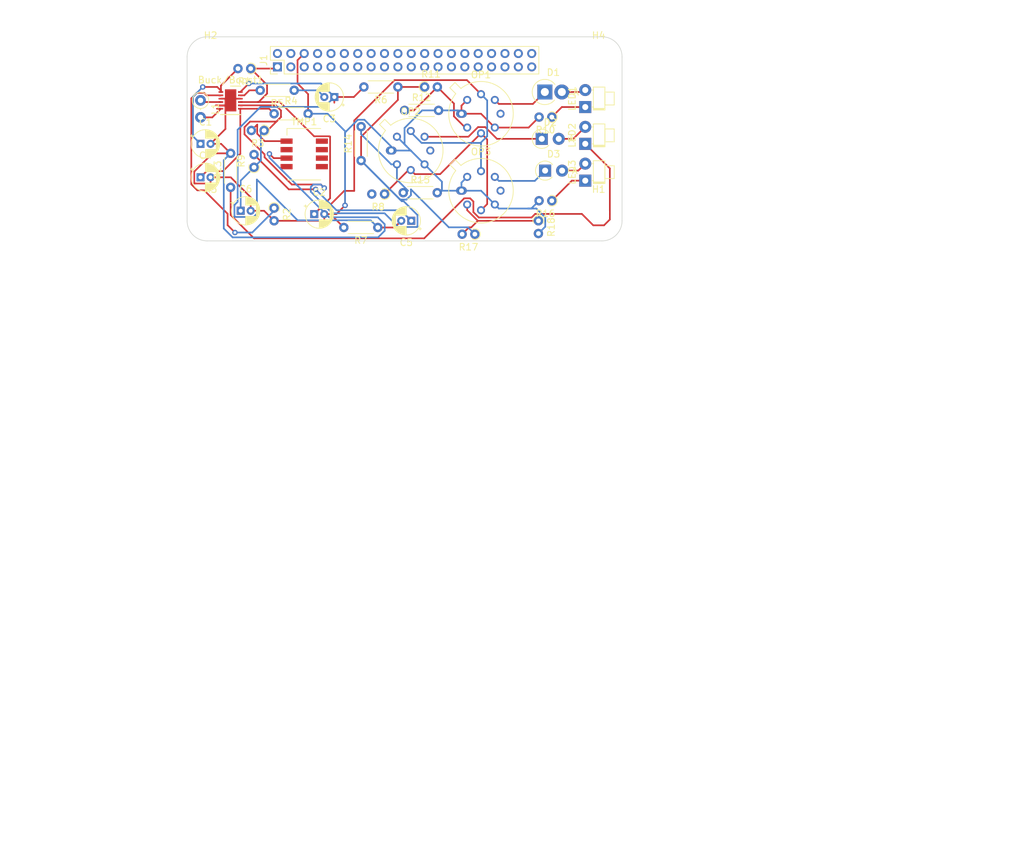
<source format=kicad_pcb>
(kicad_pcb (version 20171130) (host pcbnew "(5.1.10)-1")

  (general
    (thickness 1.6)
    (drawings 15)
    (tracks 319)
    (zones 0)
    (modules 41)
    (nets 69)
  )

  (page A4)
  (layers
    (0 F.Cu signal)
    (31 B.Cu signal)
    (32 B.Adhes user)
    (33 F.Adhes user)
    (34 B.Paste user)
    (35 F.Paste user)
    (36 B.SilkS user)
    (37 F.SilkS user)
    (38 B.Mask user)
    (39 F.Mask user)
    (40 Dwgs.User user)
    (41 Cmts.User user)
    (42 Eco1.User user)
    (43 Eco2.User user)
    (44 Edge.Cuts user)
    (45 Margin user)
    (46 B.CrtYd user)
    (47 F.CrtYd user)
    (48 B.Fab user)
    (49 F.Fab user)
  )

  (setup
    (last_trace_width 0.25)
    (user_trace_width 0.25)
    (trace_clearance 0.2)
    (zone_clearance 0.508)
    (zone_45_only no)
    (trace_min 0.2)
    (via_size 0.8)
    (via_drill 0.4)
    (via_min_size 0.4)
    (via_min_drill 0.3)
    (user_via 0.6 0.5)
    (uvia_size 0.3)
    (uvia_drill 0.1)
    (uvias_allowed no)
    (uvia_min_size 0.2)
    (uvia_min_drill 0.1)
    (edge_width 0.1)
    (segment_width 0.2)
    (pcb_text_width 0.3)
    (pcb_text_size 1.5 1.5)
    (mod_edge_width 0.15)
    (mod_text_size 1 1)
    (mod_text_width 0.15)
    (pad_size 1.524 1.524)
    (pad_drill 0.762)
    (pad_to_mask_clearance 0)
    (aux_axis_origin 67 37)
    (visible_elements FFFFFF7F)
    (pcbplotparams
      (layerselection 0x010fc_ffffffff)
      (usegerberextensions false)
      (usegerberattributes true)
      (usegerberadvancedattributes true)
      (creategerberjobfile true)
      (excludeedgelayer true)
      (linewidth 0.100000)
      (plotframeref false)
      (viasonmask false)
      (mode 1)
      (useauxorigin false)
      (hpglpennumber 1)
      (hpglpenspeed 20)
      (hpglpendiameter 15.000000)
      (psnegative false)
      (psa4output false)
      (plotreference true)
      (plotvalue true)
      (plotinvisibletext false)
      (padsonsilk false)
      (subtractmaskfromsilk false)
      (outputformat 1)
      (mirror false)
      (drillshape 1)
      (scaleselection 1)
      (outputdirectory ""))
  )

  (net 0 "")
  (net 1 "Net-(Buck/Boost1-Pad1)")
  (net 2 "Net-(Buck/Boost1-Pad2)")
  (net 3 GND)
  (net 4 "Net-(Buck/Boost1-Pad4)")
  (net 5 "Net-(Buck/Boost1-Pad6)")
  (net 6 "Net-(Buck/Boost1-Pad7)")
  (net 7 /Vreg)
  (net 8 Vin)
  (net 9 "Net-(Buck/Boost1-Pad11)")
  (net 10 "Net-(Buck/Boost1-Pad12)")
  (net 11 "Net-(C3-Pad2)")
  (net 12 "Net-(C5-Pad1)")
  (net 13 "Net-(D1-Pad1)")
  (net 14 "Net-(D1-Pad2)")
  (net 15 "Net-(D2-Pad2)")
  (net 16 "Net-(D2-Pad1)")
  (net 17 "Net-(D3-Pad1)")
  (net 18 "Net-(D3-Pad2)")
  (net 19 "Net-(J1-Pad2)")
  (net 20 "Net-(J1-Pad3)")
  (net 21 "Net-(J1-Pad4)")
  (net 22 "Net-(J1-Pad5)")
  (net 23 "Net-(J1-Pad7)")
  (net 24 "Net-(J1-Pad8)")
  (net 25 "Net-(J1-Pad9)")
  (net 26 "Net-(J1-Pad10)")
  (net 27 "Net-(J1-Pad11)")
  (net 28 "Net-(J1-Pad12)")
  (net 29 "Net-(J1-Pad13)")
  (net 30 "Net-(J1-Pad14)")
  (net 31 "Net-(J1-Pad15)")
  (net 32 "Net-(J1-Pad16)")
  (net 33 "Net-(J1-Pad17)")
  (net 34 "Net-(J1-Pad18)")
  (net 35 "Net-(J1-Pad19)")
  (net 36 "Net-(J1-Pad20)")
  (net 37 "Net-(J1-Pad21)")
  (net 38 "Net-(J1-Pad22)")
  (net 39 "Net-(J1-Pad23)")
  (net 40 "Net-(J1-Pad24)")
  (net 41 "Net-(J1-Pad25)")
  (net 42 "Net-(J1-Pad26)")
  (net 43 "Net-(J1-Pad27)")
  (net 44 "Net-(J1-Pad28)")
  (net 45 "Net-(J1-Pad29)")
  (net 46 "Net-(J1-Pad30)")
  (net 47 "Net-(J1-Pad31)")
  (net 48 "Net-(J1-Pad32)")
  (net 49 "Net-(J1-Pad33)")
  (net 50 "Net-(J1-Pad34)")
  (net 51 "Net-(J1-Pad35)")
  (net 52 "Net-(J1-Pad36)")
  (net 53 "Net-(J1-Pad37)")
  (net 54 "Net-(J1-Pad38)")
  (net 55 "Net-(J1-Pad39)")
  (net 56 "Net-(J1-Pad40)")
  (net 57 "Net-(LED1-Pad1)")
  (net 58 "Net-(LED2-Pad1)")
  (net 59 "Net-(LED3-Pad1)")
  (net 60 "Net-(OP1-Pad2)")
  (net 61 "Net-(OP1-Pad3)")
  (net 62 "Net-(OP1-Pad5)")
  (net 63 "Net-(OP2-Pad5)")
  (net 64 "Net-(OP2-Pad2)")
  (net 65 "Net-(OP3-Pad2)")
  (net 66 "Net-(OP3-Pad5)")
  (net 67 "Net-(R3-Pad2)")
  (net 68 /Vtemp)

  (net_class Default "This is the default net class."
    (clearance 0.2)
    (trace_width 0.25)
    (via_dia 0.8)
    (via_drill 0.4)
    (uvia_dia 0.3)
    (uvia_drill 0.1)
    (add_net /Vreg)
    (add_net /Vtemp)
    (add_net GND)
    (add_net "Net-(Buck/Boost1-Pad1)")
    (add_net "Net-(Buck/Boost1-Pad11)")
    (add_net "Net-(Buck/Boost1-Pad12)")
    (add_net "Net-(Buck/Boost1-Pad2)")
    (add_net "Net-(Buck/Boost1-Pad4)")
    (add_net "Net-(Buck/Boost1-Pad6)")
    (add_net "Net-(Buck/Boost1-Pad7)")
    (add_net "Net-(C3-Pad2)")
    (add_net "Net-(C5-Pad1)")
    (add_net "Net-(D1-Pad1)")
    (add_net "Net-(D1-Pad2)")
    (add_net "Net-(D2-Pad1)")
    (add_net "Net-(D2-Pad2)")
    (add_net "Net-(D3-Pad1)")
    (add_net "Net-(D3-Pad2)")
    (add_net "Net-(J1-Pad10)")
    (add_net "Net-(J1-Pad11)")
    (add_net "Net-(J1-Pad12)")
    (add_net "Net-(J1-Pad13)")
    (add_net "Net-(J1-Pad14)")
    (add_net "Net-(J1-Pad15)")
    (add_net "Net-(J1-Pad16)")
    (add_net "Net-(J1-Pad17)")
    (add_net "Net-(J1-Pad18)")
    (add_net "Net-(J1-Pad19)")
    (add_net "Net-(J1-Pad2)")
    (add_net "Net-(J1-Pad20)")
    (add_net "Net-(J1-Pad21)")
    (add_net "Net-(J1-Pad22)")
    (add_net "Net-(J1-Pad23)")
    (add_net "Net-(J1-Pad24)")
    (add_net "Net-(J1-Pad25)")
    (add_net "Net-(J1-Pad26)")
    (add_net "Net-(J1-Pad27)")
    (add_net "Net-(J1-Pad28)")
    (add_net "Net-(J1-Pad29)")
    (add_net "Net-(J1-Pad3)")
    (add_net "Net-(J1-Pad30)")
    (add_net "Net-(J1-Pad31)")
    (add_net "Net-(J1-Pad32)")
    (add_net "Net-(J1-Pad33)")
    (add_net "Net-(J1-Pad34)")
    (add_net "Net-(J1-Pad35)")
    (add_net "Net-(J1-Pad36)")
    (add_net "Net-(J1-Pad37)")
    (add_net "Net-(J1-Pad38)")
    (add_net "Net-(J1-Pad39)")
    (add_net "Net-(J1-Pad4)")
    (add_net "Net-(J1-Pad40)")
    (add_net "Net-(J1-Pad5)")
    (add_net "Net-(J1-Pad7)")
    (add_net "Net-(J1-Pad8)")
    (add_net "Net-(J1-Pad9)")
    (add_net "Net-(LED1-Pad1)")
    (add_net "Net-(LED2-Pad1)")
    (add_net "Net-(LED3-Pad1)")
    (add_net "Net-(OP1-Pad2)")
    (add_net "Net-(OP1-Pad3)")
    (add_net "Net-(OP1-Pad5)")
    (add_net "Net-(OP2-Pad2)")
    (add_net "Net-(OP2-Pad5)")
    (add_net "Net-(OP3-Pad2)")
    (add_net "Net-(OP3-Pad5)")
    (add_net "Net-(R3-Pad2)")
    (add_net Vin)
  )

  (module Resistor_THT:R_Axial_DIN0204_L3.6mm_D1.6mm_P5.08mm_Horizontal (layer F.Cu) (tedit 5AE5139B) (tstamp 60CABBE4)
    (at 112.8 80.2 180)
    (descr "Resistor, Axial_DIN0204 series, Axial, Horizontal, pin pitch=5.08mm, 0.167W, length*diameter=3.6*1.6mm^2, http://cdn-reichelt.de/documents/datenblatt/B400/1_4W%23YAG.pdf")
    (tags "Resistor Axial_DIN0204 series Axial Horizontal pin pitch 5.08mm 0.167W length 3.6mm diameter 1.6mm")
    (path /60BAD3DF)
    (fp_text reference R5 (at 2.54 -1.92) (layer F.SilkS)
      (effects (font (size 1 1) (thickness 0.15)))
    )
    (fp_text value 15k (at 2.54 1.92) (layer F.Fab)
      (effects (font (size 1 1) (thickness 0.15)))
    )
    (fp_text user %R (at 2.54 0) (layer F.Fab)
      (effects (font (size 0.72 0.72) (thickness 0.108)))
    )
    (fp_line (start 0.74 -0.8) (end 0.74 0.8) (layer F.Fab) (width 0.1))
    (fp_line (start 0.74 0.8) (end 4.34 0.8) (layer F.Fab) (width 0.1))
    (fp_line (start 4.34 0.8) (end 4.34 -0.8) (layer F.Fab) (width 0.1))
    (fp_line (start 4.34 -0.8) (end 0.74 -0.8) (layer F.Fab) (width 0.1))
    (fp_line (start 0 0) (end 0.74 0) (layer F.Fab) (width 0.1))
    (fp_line (start 5.08 0) (end 4.34 0) (layer F.Fab) (width 0.1))
    (fp_line (start 0.62 -0.92) (end 4.46 -0.92) (layer F.SilkS) (width 0.12))
    (fp_line (start 0.62 0.92) (end 4.46 0.92) (layer F.SilkS) (width 0.12))
    (fp_line (start -0.95 -1.05) (end -0.95 1.05) (layer F.CrtYd) (width 0.05))
    (fp_line (start -0.95 1.05) (end 6.03 1.05) (layer F.CrtYd) (width 0.05))
    (fp_line (start 6.03 1.05) (end 6.03 -1.05) (layer F.CrtYd) (width 0.05))
    (fp_line (start 6.03 -1.05) (end -0.95 -1.05) (layer F.CrtYd) (width 0.05))
    (pad 2 thru_hole oval (at 5.08 0 180) (size 1.4 1.4) (drill 0.7) (layers *.Cu *.Mask)
      (net 9 "Net-(Buck/Boost1-Pad11)"))
    (pad 1 thru_hole circle (at 0 0 180) (size 1.4 1.4) (drill 0.7) (layers *.Cu *.Mask)
      (net 11 "Net-(C3-Pad2)"))
    (model ${KISYS3DMOD}/Resistor_THT.3dshapes/R_Axial_DIN0204_L3.6mm_D1.6mm_P5.08mm_Horizontal.wrl
      (at (xyz 0 0 0))
      (scale (xyz 1 1 1))
      (rotate (xyz 0 0 0))
    )
  )

  (module Resistor_THT:R_Axial_DIN0204_L3.6mm_D1.6mm_P5.08mm_Horizontal (layer F.Cu) (tedit 5AE5139B) (tstamp 60CABBD1)
    (at 109.8 83.7)
    (descr "Resistor, Axial_DIN0204 series, Axial, Horizontal, pin pitch=5.08mm, 0.167W, length*diameter=3.6*1.6mm^2, http://cdn-reichelt.de/documents/datenblatt/B400/1_4W%23YAG.pdf")
    (tags "Resistor Axial_DIN0204 series Axial Horizontal pin pitch 5.08mm 0.167W length 3.6mm diameter 1.6mm")
    (path /60BAF6C3)
    (fp_text reference R4 (at 2.54 -1.92) (layer F.SilkS)
      (effects (font (size 1 1) (thickness 0.15)))
    )
    (fp_text value 200k (at 2.54 1.92) (layer F.Fab)
      (effects (font (size 1 1) (thickness 0.15)))
    )
    (fp_line (start 6.03 -1.05) (end -0.95 -1.05) (layer F.CrtYd) (width 0.05))
    (fp_line (start 6.03 1.05) (end 6.03 -1.05) (layer F.CrtYd) (width 0.05))
    (fp_line (start -0.95 1.05) (end 6.03 1.05) (layer F.CrtYd) (width 0.05))
    (fp_line (start -0.95 -1.05) (end -0.95 1.05) (layer F.CrtYd) (width 0.05))
    (fp_line (start 0.62 0.92) (end 4.46 0.92) (layer F.SilkS) (width 0.12))
    (fp_line (start 0.62 -0.92) (end 4.46 -0.92) (layer F.SilkS) (width 0.12))
    (fp_line (start 5.08 0) (end 4.34 0) (layer F.Fab) (width 0.1))
    (fp_line (start 0 0) (end 0.74 0) (layer F.Fab) (width 0.1))
    (fp_line (start 4.34 -0.8) (end 0.74 -0.8) (layer F.Fab) (width 0.1))
    (fp_line (start 4.34 0.8) (end 4.34 -0.8) (layer F.Fab) (width 0.1))
    (fp_line (start 0.74 0.8) (end 4.34 0.8) (layer F.Fab) (width 0.1))
    (fp_line (start 0.74 -0.8) (end 0.74 0.8) (layer F.Fab) (width 0.1))
    (fp_text user %R (at 2.54 0) (layer F.Fab)
      (effects (font (size 0.72 0.72) (thickness 0.108)))
    )
    (pad 1 thru_hole circle (at 0 0) (size 1.4 1.4) (drill 0.7) (layers *.Cu *.Mask)
      (net 6 "Net-(Buck/Boost1-Pad7)"))
    (pad 2 thru_hole oval (at 5.08 0) (size 1.4 1.4) (drill 0.7) (layers *.Cu *.Mask)
      (net 3 GND))
    (model ${KISYS3DMOD}/Resistor_THT.3dshapes/R_Axial_DIN0204_L3.6mm_D1.6mm_P5.08mm_Horizontal.wrl
      (at (xyz 0 0 0))
      (scale (xyz 1 1 1))
      (rotate (xyz 0 0 0))
    )
  )

  (module Package_DFN_QFN:DFN-12-1EP_3x4mm_P0.5mm_EP1.7x3.3mm (layer F.Cu) (tedit 5EA4BF85) (tstamp 60CAB7A3)
    (at 103.3 81.7)
    (descr "DE/UE Package; 12-Lead Plastic DFN (4mm x 3mm) (see Linear Technology DFN_12_05-08-1695.pdf)")
    (tags "DFN 0.5")
    (path /60B95DB1)
    (attr smd)
    (fp_text reference Buck/Boost1 (at 0 -3.05) (layer F.SilkS)
      (effects (font (size 1 1) (thickness 0.15)))
    )
    (fp_text value LTC3442 (at 0 3.05) (layer F.Fab)
      (effects (font (size 1 1) (thickness 0.15)))
    )
    (fp_line (start 0 -2.125) (end 1.5 -2.125) (layer F.SilkS) (width 0.15))
    (fp_line (start -1.5 2.125) (end 1.5 2.125) (layer F.SilkS) (width 0.15))
    (fp_line (start -2.05 2.3) (end 2.05 2.3) (layer F.CrtYd) (width 0.05))
    (fp_line (start -2.05 -2.3) (end 2.05 -2.3) (layer F.CrtYd) (width 0.05))
    (fp_line (start 2.05 -2.3) (end 2.05 2.3) (layer F.CrtYd) (width 0.05))
    (fp_line (start -2.05 -2.3) (end -2.05 2.3) (layer F.CrtYd) (width 0.05))
    (fp_line (start -1.5 -1) (end -0.5 -2) (layer F.Fab) (width 0.15))
    (fp_line (start -1.5 2) (end -1.5 -1) (layer F.Fab) (width 0.15))
    (fp_line (start 1.5 2) (end -1.5 2) (layer F.Fab) (width 0.15))
    (fp_line (start 1.5 -2) (end 1.5 2) (layer F.Fab) (width 0.15))
    (fp_line (start -0.5 -2) (end 1.5 -2) (layer F.Fab) (width 0.15))
    (fp_text user %R (at 0 0) (layer F.Fab)
      (effects (font (size 0.7 0.7) (thickness 0.105)))
    )
    (pad 1 smd rect (at -1.45 -1.25) (size 0.7 0.25) (layers F.Cu F.Paste F.Mask)
      (net 1 "Net-(Buck/Boost1-Pad1)"))
    (pad 2 smd rect (at -1.45 -0.75) (size 0.7 0.25) (layers F.Cu F.Paste F.Mask)
      (net 2 "Net-(Buck/Boost1-Pad2)"))
    (pad 3 smd rect (at -1.45 -0.25) (size 0.7 0.25) (layers F.Cu F.Paste F.Mask)
      (net 3 GND))
    (pad 4 smd rect (at -1.45 0.25) (size 0.7 0.25) (layers F.Cu F.Paste F.Mask)
      (net 4 "Net-(Buck/Boost1-Pad4)"))
    (pad 5 smd rect (at -1.45 0.75) (size 0.7 0.25) (layers F.Cu F.Paste F.Mask)
      (net 3 GND))
    (pad 6 smd rect (at -1.45 1.25) (size 0.7 0.25) (layers F.Cu F.Paste F.Mask)
      (net 5 "Net-(Buck/Boost1-Pad6)"))
    (pad 7 smd rect (at 1.45 1.25) (size 0.7 0.25) (layers F.Cu F.Paste F.Mask)
      (net 6 "Net-(Buck/Boost1-Pad7)"))
    (pad 8 smd rect (at 1.45 0.75) (size 0.7 0.25) (layers F.Cu F.Paste F.Mask)
      (net 7 /Vreg))
    (pad 9 smd rect (at 1.45 0.25) (size 0.7 0.25) (layers F.Cu F.Paste F.Mask)
      (net 8 Vin))
    (pad 10 smd rect (at 1.45 -0.25) (size 0.7 0.25) (layers F.Cu F.Paste F.Mask)
      (net 3 GND))
    (pad 11 smd rect (at 1.45 -0.75) (size 0.7 0.25) (layers F.Cu F.Paste F.Mask)
      (net 9 "Net-(Buck/Boost1-Pad11)"))
    (pad 12 smd rect (at 1.45 -1.25) (size 0.7 0.25) (layers F.Cu F.Paste F.Mask)
      (net 10 "Net-(Buck/Boost1-Pad12)"))
    (pad 13 smd rect (at 0 0) (size 1.7 3.3) (layers F.Cu F.Mask)
      (net 3 GND))
    (pad "" smd rect (at -0.425 -1.2375) (size 0.685 0.67) (layers F.Paste))
    (pad "" smd rect (at 0.425 -1.2375) (size 0.685 0.67) (layers F.Paste))
    (pad "" smd rect (at 0.425 -0.4125) (size 0.685 0.67) (layers F.Paste))
    (pad "" smd rect (at -0.425 -0.4125) (size 0.685 0.67) (layers F.Paste))
    (pad "" smd rect (at 0.425 0.4125) (size 0.685 0.67) (layers F.Paste))
    (pad "" smd rect (at -0.425 0.4125) (size 0.685 0.67) (layers F.Paste))
    (pad "" smd rect (at 0.425 1.2375) (size 0.685 0.67) (layers F.Paste))
    (pad "" smd rect (at -0.425 1.2375) (size 0.685 0.67) (layers F.Paste))
    (model ${KISYS3DMOD}/Package_DFN_QFN.3dshapes/DFN-12-1EP_3x4mm_P0.5mm_EP1.7x3.3mm.wrl
      (at (xyz 0 0 0))
      (scale (xyz 1 1 1))
      (rotate (xyz 0 0 0))
    )
  )

  (module Capacitor_THT:CP_Radial_D4.0mm_P1.50mm (layer F.Cu) (tedit 5AE50EF0) (tstamp 60CAB80E)
    (at 98.8 88.2)
    (descr "CP, Radial series, Radial, pin pitch=1.50mm, , diameter=4mm, Electrolytic Capacitor")
    (tags "CP Radial series Radial pin pitch 1.50mm  diameter 4mm Electrolytic Capacitor")
    (path /60BB7A61)
    (fp_text reference C1 (at 0.75 -3.25) (layer F.SilkS)
      (effects (font (size 1 1) (thickness 0.15)))
    )
    (fp_text value 0.001u (at 0.75 3.25) (layer F.Fab)
      (effects (font (size 1 1) (thickness 0.15)))
    )
    (fp_text user %R (at 0.75 0) (layer F.Fab)
      (effects (font (size 0.8 0.8) (thickness 0.12)))
    )
    (fp_circle (center 0.75 0) (end 2.75 0) (layer F.Fab) (width 0.1))
    (fp_circle (center 0.75 0) (end 2.87 0) (layer F.SilkS) (width 0.12))
    (fp_circle (center 0.75 0) (end 3 0) (layer F.CrtYd) (width 0.05))
    (fp_line (start -0.952554 -0.8675) (end -0.552554 -0.8675) (layer F.Fab) (width 0.1))
    (fp_line (start -0.752554 -1.0675) (end -0.752554 -0.6675) (layer F.Fab) (width 0.1))
    (fp_line (start 0.75 0.84) (end 0.75 2.08) (layer F.SilkS) (width 0.12))
    (fp_line (start 0.75 -2.08) (end 0.75 -0.84) (layer F.SilkS) (width 0.12))
    (fp_line (start 0.79 0.84) (end 0.79 2.08) (layer F.SilkS) (width 0.12))
    (fp_line (start 0.79 -2.08) (end 0.79 -0.84) (layer F.SilkS) (width 0.12))
    (fp_line (start 0.83 0.84) (end 0.83 2.079) (layer F.SilkS) (width 0.12))
    (fp_line (start 0.83 -2.079) (end 0.83 -0.84) (layer F.SilkS) (width 0.12))
    (fp_line (start 0.87 -2.077) (end 0.87 -0.84) (layer F.SilkS) (width 0.12))
    (fp_line (start 0.87 0.84) (end 0.87 2.077) (layer F.SilkS) (width 0.12))
    (fp_line (start 0.91 -2.074) (end 0.91 -0.84) (layer F.SilkS) (width 0.12))
    (fp_line (start 0.91 0.84) (end 0.91 2.074) (layer F.SilkS) (width 0.12))
    (fp_line (start 0.95 -2.071) (end 0.95 -0.84) (layer F.SilkS) (width 0.12))
    (fp_line (start 0.95 0.84) (end 0.95 2.071) (layer F.SilkS) (width 0.12))
    (fp_line (start 0.99 -2.067) (end 0.99 -0.84) (layer F.SilkS) (width 0.12))
    (fp_line (start 0.99 0.84) (end 0.99 2.067) (layer F.SilkS) (width 0.12))
    (fp_line (start 1.03 -2.062) (end 1.03 -0.84) (layer F.SilkS) (width 0.12))
    (fp_line (start 1.03 0.84) (end 1.03 2.062) (layer F.SilkS) (width 0.12))
    (fp_line (start 1.07 -2.056) (end 1.07 -0.84) (layer F.SilkS) (width 0.12))
    (fp_line (start 1.07 0.84) (end 1.07 2.056) (layer F.SilkS) (width 0.12))
    (fp_line (start 1.11 -2.05) (end 1.11 -0.84) (layer F.SilkS) (width 0.12))
    (fp_line (start 1.11 0.84) (end 1.11 2.05) (layer F.SilkS) (width 0.12))
    (fp_line (start 1.15 -2.042) (end 1.15 -0.84) (layer F.SilkS) (width 0.12))
    (fp_line (start 1.15 0.84) (end 1.15 2.042) (layer F.SilkS) (width 0.12))
    (fp_line (start 1.19 -2.034) (end 1.19 -0.84) (layer F.SilkS) (width 0.12))
    (fp_line (start 1.19 0.84) (end 1.19 2.034) (layer F.SilkS) (width 0.12))
    (fp_line (start 1.23 -2.025) (end 1.23 -0.84) (layer F.SilkS) (width 0.12))
    (fp_line (start 1.23 0.84) (end 1.23 2.025) (layer F.SilkS) (width 0.12))
    (fp_line (start 1.27 -2.016) (end 1.27 -0.84) (layer F.SilkS) (width 0.12))
    (fp_line (start 1.27 0.84) (end 1.27 2.016) (layer F.SilkS) (width 0.12))
    (fp_line (start 1.31 -2.005) (end 1.31 -0.84) (layer F.SilkS) (width 0.12))
    (fp_line (start 1.31 0.84) (end 1.31 2.005) (layer F.SilkS) (width 0.12))
    (fp_line (start 1.35 -1.994) (end 1.35 -0.84) (layer F.SilkS) (width 0.12))
    (fp_line (start 1.35 0.84) (end 1.35 1.994) (layer F.SilkS) (width 0.12))
    (fp_line (start 1.39 -1.982) (end 1.39 -0.84) (layer F.SilkS) (width 0.12))
    (fp_line (start 1.39 0.84) (end 1.39 1.982) (layer F.SilkS) (width 0.12))
    (fp_line (start 1.43 -1.968) (end 1.43 -0.84) (layer F.SilkS) (width 0.12))
    (fp_line (start 1.43 0.84) (end 1.43 1.968) (layer F.SilkS) (width 0.12))
    (fp_line (start 1.471 -1.954) (end 1.471 -0.84) (layer F.SilkS) (width 0.12))
    (fp_line (start 1.471 0.84) (end 1.471 1.954) (layer F.SilkS) (width 0.12))
    (fp_line (start 1.511 -1.94) (end 1.511 -0.84) (layer F.SilkS) (width 0.12))
    (fp_line (start 1.511 0.84) (end 1.511 1.94) (layer F.SilkS) (width 0.12))
    (fp_line (start 1.551 -1.924) (end 1.551 -0.84) (layer F.SilkS) (width 0.12))
    (fp_line (start 1.551 0.84) (end 1.551 1.924) (layer F.SilkS) (width 0.12))
    (fp_line (start 1.591 -1.907) (end 1.591 -0.84) (layer F.SilkS) (width 0.12))
    (fp_line (start 1.591 0.84) (end 1.591 1.907) (layer F.SilkS) (width 0.12))
    (fp_line (start 1.631 -1.889) (end 1.631 -0.84) (layer F.SilkS) (width 0.12))
    (fp_line (start 1.631 0.84) (end 1.631 1.889) (layer F.SilkS) (width 0.12))
    (fp_line (start 1.671 -1.87) (end 1.671 -0.84) (layer F.SilkS) (width 0.12))
    (fp_line (start 1.671 0.84) (end 1.671 1.87) (layer F.SilkS) (width 0.12))
    (fp_line (start 1.711 -1.851) (end 1.711 -0.84) (layer F.SilkS) (width 0.12))
    (fp_line (start 1.711 0.84) (end 1.711 1.851) (layer F.SilkS) (width 0.12))
    (fp_line (start 1.751 -1.83) (end 1.751 -0.84) (layer F.SilkS) (width 0.12))
    (fp_line (start 1.751 0.84) (end 1.751 1.83) (layer F.SilkS) (width 0.12))
    (fp_line (start 1.791 -1.808) (end 1.791 -0.84) (layer F.SilkS) (width 0.12))
    (fp_line (start 1.791 0.84) (end 1.791 1.808) (layer F.SilkS) (width 0.12))
    (fp_line (start 1.831 -1.785) (end 1.831 -0.84) (layer F.SilkS) (width 0.12))
    (fp_line (start 1.831 0.84) (end 1.831 1.785) (layer F.SilkS) (width 0.12))
    (fp_line (start 1.871 -1.76) (end 1.871 -0.84) (layer F.SilkS) (width 0.12))
    (fp_line (start 1.871 0.84) (end 1.871 1.76) (layer F.SilkS) (width 0.12))
    (fp_line (start 1.911 -1.735) (end 1.911 -0.84) (layer F.SilkS) (width 0.12))
    (fp_line (start 1.911 0.84) (end 1.911 1.735) (layer F.SilkS) (width 0.12))
    (fp_line (start 1.951 -1.708) (end 1.951 -0.84) (layer F.SilkS) (width 0.12))
    (fp_line (start 1.951 0.84) (end 1.951 1.708) (layer F.SilkS) (width 0.12))
    (fp_line (start 1.991 -1.68) (end 1.991 -0.84) (layer F.SilkS) (width 0.12))
    (fp_line (start 1.991 0.84) (end 1.991 1.68) (layer F.SilkS) (width 0.12))
    (fp_line (start 2.031 -1.65) (end 2.031 -0.84) (layer F.SilkS) (width 0.12))
    (fp_line (start 2.031 0.84) (end 2.031 1.65) (layer F.SilkS) (width 0.12))
    (fp_line (start 2.071 -1.619) (end 2.071 -0.84) (layer F.SilkS) (width 0.12))
    (fp_line (start 2.071 0.84) (end 2.071 1.619) (layer F.SilkS) (width 0.12))
    (fp_line (start 2.111 -1.587) (end 2.111 -0.84) (layer F.SilkS) (width 0.12))
    (fp_line (start 2.111 0.84) (end 2.111 1.587) (layer F.SilkS) (width 0.12))
    (fp_line (start 2.151 -1.552) (end 2.151 -0.84) (layer F.SilkS) (width 0.12))
    (fp_line (start 2.151 0.84) (end 2.151 1.552) (layer F.SilkS) (width 0.12))
    (fp_line (start 2.191 -1.516) (end 2.191 -0.84) (layer F.SilkS) (width 0.12))
    (fp_line (start 2.191 0.84) (end 2.191 1.516) (layer F.SilkS) (width 0.12))
    (fp_line (start 2.231 -1.478) (end 2.231 -0.84) (layer F.SilkS) (width 0.12))
    (fp_line (start 2.231 0.84) (end 2.231 1.478) (layer F.SilkS) (width 0.12))
    (fp_line (start 2.271 -1.438) (end 2.271 -0.84) (layer F.SilkS) (width 0.12))
    (fp_line (start 2.271 0.84) (end 2.271 1.438) (layer F.SilkS) (width 0.12))
    (fp_line (start 2.311 -1.396) (end 2.311 -0.84) (layer F.SilkS) (width 0.12))
    (fp_line (start 2.311 0.84) (end 2.311 1.396) (layer F.SilkS) (width 0.12))
    (fp_line (start 2.351 -1.351) (end 2.351 1.351) (layer F.SilkS) (width 0.12))
    (fp_line (start 2.391 -1.304) (end 2.391 1.304) (layer F.SilkS) (width 0.12))
    (fp_line (start 2.431 -1.254) (end 2.431 1.254) (layer F.SilkS) (width 0.12))
    (fp_line (start 2.471 -1.2) (end 2.471 1.2) (layer F.SilkS) (width 0.12))
    (fp_line (start 2.511 -1.142) (end 2.511 1.142) (layer F.SilkS) (width 0.12))
    (fp_line (start 2.551 -1.08) (end 2.551 1.08) (layer F.SilkS) (width 0.12))
    (fp_line (start 2.591 -1.013) (end 2.591 1.013) (layer F.SilkS) (width 0.12))
    (fp_line (start 2.631 -0.94) (end 2.631 0.94) (layer F.SilkS) (width 0.12))
    (fp_line (start 2.671 -0.859) (end 2.671 0.859) (layer F.SilkS) (width 0.12))
    (fp_line (start 2.711 -0.768) (end 2.711 0.768) (layer F.SilkS) (width 0.12))
    (fp_line (start 2.751 -0.664) (end 2.751 0.664) (layer F.SilkS) (width 0.12))
    (fp_line (start 2.791 -0.537) (end 2.791 0.537) (layer F.SilkS) (width 0.12))
    (fp_line (start 2.831 -0.37) (end 2.831 0.37) (layer F.SilkS) (width 0.12))
    (fp_line (start -1.519801 -1.195) (end -1.119801 -1.195) (layer F.SilkS) (width 0.12))
    (fp_line (start -1.319801 -1.395) (end -1.319801 -0.995) (layer F.SilkS) (width 0.12))
    (pad 2 thru_hole circle (at 1.5 0) (size 1.2 1.2) (drill 0.6) (layers *.Cu *.Mask)
      (net 3 GND))
    (pad 1 thru_hole rect (at 0 0) (size 1.2 1.2) (drill 0.6) (layers *.Cu *.Mask)
      (net 1 "Net-(Buck/Boost1-Pad1)"))
    (model ${KISYS3DMOD}/Capacitor_THT.3dshapes/CP_Radial_D4.0mm_P1.50mm.wrl
      (at (xyz 0 0 0))
      (scale (xyz 1 1 1))
      (rotate (xyz 0 0 0))
    )
  )

  (module Capacitor_THT:CP_Radial_D4.0mm_P1.50mm (layer F.Cu) (tedit 5AE50EF0) (tstamp 60CAB879)
    (at 115.8 98.7)
    (descr "CP, Radial series, Radial, pin pitch=1.50mm, , diameter=4mm, Electrolytic Capacitor")
    (tags "CP Radial series Radial pin pitch 1.50mm  diameter 4mm Electrolytic Capacitor")
    (path /60BB639B)
    (fp_text reference C2 (at 0.75 -3.25) (layer F.SilkS)
      (effects (font (size 1 1) (thickness 0.15)))
    )
    (fp_text value 10u (at 0.75 3.25) (layer F.Fab)
      (effects (font (size 1 1) (thickness 0.15)))
    )
    (fp_line (start -1.319801 -1.395) (end -1.319801 -0.995) (layer F.SilkS) (width 0.12))
    (fp_line (start -1.519801 -1.195) (end -1.119801 -1.195) (layer F.SilkS) (width 0.12))
    (fp_line (start 2.831 -0.37) (end 2.831 0.37) (layer F.SilkS) (width 0.12))
    (fp_line (start 2.791 -0.537) (end 2.791 0.537) (layer F.SilkS) (width 0.12))
    (fp_line (start 2.751 -0.664) (end 2.751 0.664) (layer F.SilkS) (width 0.12))
    (fp_line (start 2.711 -0.768) (end 2.711 0.768) (layer F.SilkS) (width 0.12))
    (fp_line (start 2.671 -0.859) (end 2.671 0.859) (layer F.SilkS) (width 0.12))
    (fp_line (start 2.631 -0.94) (end 2.631 0.94) (layer F.SilkS) (width 0.12))
    (fp_line (start 2.591 -1.013) (end 2.591 1.013) (layer F.SilkS) (width 0.12))
    (fp_line (start 2.551 -1.08) (end 2.551 1.08) (layer F.SilkS) (width 0.12))
    (fp_line (start 2.511 -1.142) (end 2.511 1.142) (layer F.SilkS) (width 0.12))
    (fp_line (start 2.471 -1.2) (end 2.471 1.2) (layer F.SilkS) (width 0.12))
    (fp_line (start 2.431 -1.254) (end 2.431 1.254) (layer F.SilkS) (width 0.12))
    (fp_line (start 2.391 -1.304) (end 2.391 1.304) (layer F.SilkS) (width 0.12))
    (fp_line (start 2.351 -1.351) (end 2.351 1.351) (layer F.SilkS) (width 0.12))
    (fp_line (start 2.311 0.84) (end 2.311 1.396) (layer F.SilkS) (width 0.12))
    (fp_line (start 2.311 -1.396) (end 2.311 -0.84) (layer F.SilkS) (width 0.12))
    (fp_line (start 2.271 0.84) (end 2.271 1.438) (layer F.SilkS) (width 0.12))
    (fp_line (start 2.271 -1.438) (end 2.271 -0.84) (layer F.SilkS) (width 0.12))
    (fp_line (start 2.231 0.84) (end 2.231 1.478) (layer F.SilkS) (width 0.12))
    (fp_line (start 2.231 -1.478) (end 2.231 -0.84) (layer F.SilkS) (width 0.12))
    (fp_line (start 2.191 0.84) (end 2.191 1.516) (layer F.SilkS) (width 0.12))
    (fp_line (start 2.191 -1.516) (end 2.191 -0.84) (layer F.SilkS) (width 0.12))
    (fp_line (start 2.151 0.84) (end 2.151 1.552) (layer F.SilkS) (width 0.12))
    (fp_line (start 2.151 -1.552) (end 2.151 -0.84) (layer F.SilkS) (width 0.12))
    (fp_line (start 2.111 0.84) (end 2.111 1.587) (layer F.SilkS) (width 0.12))
    (fp_line (start 2.111 -1.587) (end 2.111 -0.84) (layer F.SilkS) (width 0.12))
    (fp_line (start 2.071 0.84) (end 2.071 1.619) (layer F.SilkS) (width 0.12))
    (fp_line (start 2.071 -1.619) (end 2.071 -0.84) (layer F.SilkS) (width 0.12))
    (fp_line (start 2.031 0.84) (end 2.031 1.65) (layer F.SilkS) (width 0.12))
    (fp_line (start 2.031 -1.65) (end 2.031 -0.84) (layer F.SilkS) (width 0.12))
    (fp_line (start 1.991 0.84) (end 1.991 1.68) (layer F.SilkS) (width 0.12))
    (fp_line (start 1.991 -1.68) (end 1.991 -0.84) (layer F.SilkS) (width 0.12))
    (fp_line (start 1.951 0.84) (end 1.951 1.708) (layer F.SilkS) (width 0.12))
    (fp_line (start 1.951 -1.708) (end 1.951 -0.84) (layer F.SilkS) (width 0.12))
    (fp_line (start 1.911 0.84) (end 1.911 1.735) (layer F.SilkS) (width 0.12))
    (fp_line (start 1.911 -1.735) (end 1.911 -0.84) (layer F.SilkS) (width 0.12))
    (fp_line (start 1.871 0.84) (end 1.871 1.76) (layer F.SilkS) (width 0.12))
    (fp_line (start 1.871 -1.76) (end 1.871 -0.84) (layer F.SilkS) (width 0.12))
    (fp_line (start 1.831 0.84) (end 1.831 1.785) (layer F.SilkS) (width 0.12))
    (fp_line (start 1.831 -1.785) (end 1.831 -0.84) (layer F.SilkS) (width 0.12))
    (fp_line (start 1.791 0.84) (end 1.791 1.808) (layer F.SilkS) (width 0.12))
    (fp_line (start 1.791 -1.808) (end 1.791 -0.84) (layer F.SilkS) (width 0.12))
    (fp_line (start 1.751 0.84) (end 1.751 1.83) (layer F.SilkS) (width 0.12))
    (fp_line (start 1.751 -1.83) (end 1.751 -0.84) (layer F.SilkS) (width 0.12))
    (fp_line (start 1.711 0.84) (end 1.711 1.851) (layer F.SilkS) (width 0.12))
    (fp_line (start 1.711 -1.851) (end 1.711 -0.84) (layer F.SilkS) (width 0.12))
    (fp_line (start 1.671 0.84) (end 1.671 1.87) (layer F.SilkS) (width 0.12))
    (fp_line (start 1.671 -1.87) (end 1.671 -0.84) (layer F.SilkS) (width 0.12))
    (fp_line (start 1.631 0.84) (end 1.631 1.889) (layer F.SilkS) (width 0.12))
    (fp_line (start 1.631 -1.889) (end 1.631 -0.84) (layer F.SilkS) (width 0.12))
    (fp_line (start 1.591 0.84) (end 1.591 1.907) (layer F.SilkS) (width 0.12))
    (fp_line (start 1.591 -1.907) (end 1.591 -0.84) (layer F.SilkS) (width 0.12))
    (fp_line (start 1.551 0.84) (end 1.551 1.924) (layer F.SilkS) (width 0.12))
    (fp_line (start 1.551 -1.924) (end 1.551 -0.84) (layer F.SilkS) (width 0.12))
    (fp_line (start 1.511 0.84) (end 1.511 1.94) (layer F.SilkS) (width 0.12))
    (fp_line (start 1.511 -1.94) (end 1.511 -0.84) (layer F.SilkS) (width 0.12))
    (fp_line (start 1.471 0.84) (end 1.471 1.954) (layer F.SilkS) (width 0.12))
    (fp_line (start 1.471 -1.954) (end 1.471 -0.84) (layer F.SilkS) (width 0.12))
    (fp_line (start 1.43 0.84) (end 1.43 1.968) (layer F.SilkS) (width 0.12))
    (fp_line (start 1.43 -1.968) (end 1.43 -0.84) (layer F.SilkS) (width 0.12))
    (fp_line (start 1.39 0.84) (end 1.39 1.982) (layer F.SilkS) (width 0.12))
    (fp_line (start 1.39 -1.982) (end 1.39 -0.84) (layer F.SilkS) (width 0.12))
    (fp_line (start 1.35 0.84) (end 1.35 1.994) (layer F.SilkS) (width 0.12))
    (fp_line (start 1.35 -1.994) (end 1.35 -0.84) (layer F.SilkS) (width 0.12))
    (fp_line (start 1.31 0.84) (end 1.31 2.005) (layer F.SilkS) (width 0.12))
    (fp_line (start 1.31 -2.005) (end 1.31 -0.84) (layer F.SilkS) (width 0.12))
    (fp_line (start 1.27 0.84) (end 1.27 2.016) (layer F.SilkS) (width 0.12))
    (fp_line (start 1.27 -2.016) (end 1.27 -0.84) (layer F.SilkS) (width 0.12))
    (fp_line (start 1.23 0.84) (end 1.23 2.025) (layer F.SilkS) (width 0.12))
    (fp_line (start 1.23 -2.025) (end 1.23 -0.84) (layer F.SilkS) (width 0.12))
    (fp_line (start 1.19 0.84) (end 1.19 2.034) (layer F.SilkS) (width 0.12))
    (fp_line (start 1.19 -2.034) (end 1.19 -0.84) (layer F.SilkS) (width 0.12))
    (fp_line (start 1.15 0.84) (end 1.15 2.042) (layer F.SilkS) (width 0.12))
    (fp_line (start 1.15 -2.042) (end 1.15 -0.84) (layer F.SilkS) (width 0.12))
    (fp_line (start 1.11 0.84) (end 1.11 2.05) (layer F.SilkS) (width 0.12))
    (fp_line (start 1.11 -2.05) (end 1.11 -0.84) (layer F.SilkS) (width 0.12))
    (fp_line (start 1.07 0.84) (end 1.07 2.056) (layer F.SilkS) (width 0.12))
    (fp_line (start 1.07 -2.056) (end 1.07 -0.84) (layer F.SilkS) (width 0.12))
    (fp_line (start 1.03 0.84) (end 1.03 2.062) (layer F.SilkS) (width 0.12))
    (fp_line (start 1.03 -2.062) (end 1.03 -0.84) (layer F.SilkS) (width 0.12))
    (fp_line (start 0.99 0.84) (end 0.99 2.067) (layer F.SilkS) (width 0.12))
    (fp_line (start 0.99 -2.067) (end 0.99 -0.84) (layer F.SilkS) (width 0.12))
    (fp_line (start 0.95 0.84) (end 0.95 2.071) (layer F.SilkS) (width 0.12))
    (fp_line (start 0.95 -2.071) (end 0.95 -0.84) (layer F.SilkS) (width 0.12))
    (fp_line (start 0.91 0.84) (end 0.91 2.074) (layer F.SilkS) (width 0.12))
    (fp_line (start 0.91 -2.074) (end 0.91 -0.84) (layer F.SilkS) (width 0.12))
    (fp_line (start 0.87 0.84) (end 0.87 2.077) (layer F.SilkS) (width 0.12))
    (fp_line (start 0.87 -2.077) (end 0.87 -0.84) (layer F.SilkS) (width 0.12))
    (fp_line (start 0.83 -2.079) (end 0.83 -0.84) (layer F.SilkS) (width 0.12))
    (fp_line (start 0.83 0.84) (end 0.83 2.079) (layer F.SilkS) (width 0.12))
    (fp_line (start 0.79 -2.08) (end 0.79 -0.84) (layer F.SilkS) (width 0.12))
    (fp_line (start 0.79 0.84) (end 0.79 2.08) (layer F.SilkS) (width 0.12))
    (fp_line (start 0.75 -2.08) (end 0.75 -0.84) (layer F.SilkS) (width 0.12))
    (fp_line (start 0.75 0.84) (end 0.75 2.08) (layer F.SilkS) (width 0.12))
    (fp_line (start -0.752554 -1.0675) (end -0.752554 -0.6675) (layer F.Fab) (width 0.1))
    (fp_line (start -0.952554 -0.8675) (end -0.552554 -0.8675) (layer F.Fab) (width 0.1))
    (fp_circle (center 0.75 0) (end 3 0) (layer F.CrtYd) (width 0.05))
    (fp_circle (center 0.75 0) (end 2.87 0) (layer F.SilkS) (width 0.12))
    (fp_circle (center 0.75 0) (end 2.75 0) (layer F.Fab) (width 0.1))
    (fp_text user %R (at 0.75 0) (layer F.Fab)
      (effects (font (size 0.8 0.8) (thickness 0.12)))
    )
    (pad 1 thru_hole rect (at 0 0) (size 1.2 1.2) (drill 0.6) (layers *.Cu *.Mask)
      (net 8 Vin))
    (pad 2 thru_hole circle (at 1.5 0) (size 1.2 1.2) (drill 0.6) (layers *.Cu *.Mask)
      (net 3 GND))
    (model ${KISYS3DMOD}/Capacitor_THT.3dshapes/CP_Radial_D4.0mm_P1.50mm.wrl
      (at (xyz 0 0 0))
      (scale (xyz 1 1 1))
      (rotate (xyz 0 0 0))
    )
  )

  (module Capacitor_THT:CP_Radial_D4.0mm_P1.50mm (layer F.Cu) (tedit 5AE50EF0) (tstamp 60CAB8E4)
    (at 118.8 81.2 180)
    (descr "CP, Radial series, Radial, pin pitch=1.50mm, , diameter=4mm, Electrolytic Capacitor")
    (tags "CP Radial series Radial pin pitch 1.50mm  diameter 4mm Electrolytic Capacitor")
    (path /60BBE59D)
    (fp_text reference C3 (at 0.75 -3.25) (layer F.SilkS)
      (effects (font (size 1 1) (thickness 0.15)))
    )
    (fp_text value 470p (at 0.75 3.25) (layer F.Fab)
      (effects (font (size 1 1) (thickness 0.15)))
    )
    (fp_line (start -1.319801 -1.395) (end -1.319801 -0.995) (layer F.SilkS) (width 0.12))
    (fp_line (start -1.519801 -1.195) (end -1.119801 -1.195) (layer F.SilkS) (width 0.12))
    (fp_line (start 2.831 -0.37) (end 2.831 0.37) (layer F.SilkS) (width 0.12))
    (fp_line (start 2.791 -0.537) (end 2.791 0.537) (layer F.SilkS) (width 0.12))
    (fp_line (start 2.751 -0.664) (end 2.751 0.664) (layer F.SilkS) (width 0.12))
    (fp_line (start 2.711 -0.768) (end 2.711 0.768) (layer F.SilkS) (width 0.12))
    (fp_line (start 2.671 -0.859) (end 2.671 0.859) (layer F.SilkS) (width 0.12))
    (fp_line (start 2.631 -0.94) (end 2.631 0.94) (layer F.SilkS) (width 0.12))
    (fp_line (start 2.591 -1.013) (end 2.591 1.013) (layer F.SilkS) (width 0.12))
    (fp_line (start 2.551 -1.08) (end 2.551 1.08) (layer F.SilkS) (width 0.12))
    (fp_line (start 2.511 -1.142) (end 2.511 1.142) (layer F.SilkS) (width 0.12))
    (fp_line (start 2.471 -1.2) (end 2.471 1.2) (layer F.SilkS) (width 0.12))
    (fp_line (start 2.431 -1.254) (end 2.431 1.254) (layer F.SilkS) (width 0.12))
    (fp_line (start 2.391 -1.304) (end 2.391 1.304) (layer F.SilkS) (width 0.12))
    (fp_line (start 2.351 -1.351) (end 2.351 1.351) (layer F.SilkS) (width 0.12))
    (fp_line (start 2.311 0.84) (end 2.311 1.396) (layer F.SilkS) (width 0.12))
    (fp_line (start 2.311 -1.396) (end 2.311 -0.84) (layer F.SilkS) (width 0.12))
    (fp_line (start 2.271 0.84) (end 2.271 1.438) (layer F.SilkS) (width 0.12))
    (fp_line (start 2.271 -1.438) (end 2.271 -0.84) (layer F.SilkS) (width 0.12))
    (fp_line (start 2.231 0.84) (end 2.231 1.478) (layer F.SilkS) (width 0.12))
    (fp_line (start 2.231 -1.478) (end 2.231 -0.84) (layer F.SilkS) (width 0.12))
    (fp_line (start 2.191 0.84) (end 2.191 1.516) (layer F.SilkS) (width 0.12))
    (fp_line (start 2.191 -1.516) (end 2.191 -0.84) (layer F.SilkS) (width 0.12))
    (fp_line (start 2.151 0.84) (end 2.151 1.552) (layer F.SilkS) (width 0.12))
    (fp_line (start 2.151 -1.552) (end 2.151 -0.84) (layer F.SilkS) (width 0.12))
    (fp_line (start 2.111 0.84) (end 2.111 1.587) (layer F.SilkS) (width 0.12))
    (fp_line (start 2.111 -1.587) (end 2.111 -0.84) (layer F.SilkS) (width 0.12))
    (fp_line (start 2.071 0.84) (end 2.071 1.619) (layer F.SilkS) (width 0.12))
    (fp_line (start 2.071 -1.619) (end 2.071 -0.84) (layer F.SilkS) (width 0.12))
    (fp_line (start 2.031 0.84) (end 2.031 1.65) (layer F.SilkS) (width 0.12))
    (fp_line (start 2.031 -1.65) (end 2.031 -0.84) (layer F.SilkS) (width 0.12))
    (fp_line (start 1.991 0.84) (end 1.991 1.68) (layer F.SilkS) (width 0.12))
    (fp_line (start 1.991 -1.68) (end 1.991 -0.84) (layer F.SilkS) (width 0.12))
    (fp_line (start 1.951 0.84) (end 1.951 1.708) (layer F.SilkS) (width 0.12))
    (fp_line (start 1.951 -1.708) (end 1.951 -0.84) (layer F.SilkS) (width 0.12))
    (fp_line (start 1.911 0.84) (end 1.911 1.735) (layer F.SilkS) (width 0.12))
    (fp_line (start 1.911 -1.735) (end 1.911 -0.84) (layer F.SilkS) (width 0.12))
    (fp_line (start 1.871 0.84) (end 1.871 1.76) (layer F.SilkS) (width 0.12))
    (fp_line (start 1.871 -1.76) (end 1.871 -0.84) (layer F.SilkS) (width 0.12))
    (fp_line (start 1.831 0.84) (end 1.831 1.785) (layer F.SilkS) (width 0.12))
    (fp_line (start 1.831 -1.785) (end 1.831 -0.84) (layer F.SilkS) (width 0.12))
    (fp_line (start 1.791 0.84) (end 1.791 1.808) (layer F.SilkS) (width 0.12))
    (fp_line (start 1.791 -1.808) (end 1.791 -0.84) (layer F.SilkS) (width 0.12))
    (fp_line (start 1.751 0.84) (end 1.751 1.83) (layer F.SilkS) (width 0.12))
    (fp_line (start 1.751 -1.83) (end 1.751 -0.84) (layer F.SilkS) (width 0.12))
    (fp_line (start 1.711 0.84) (end 1.711 1.851) (layer F.SilkS) (width 0.12))
    (fp_line (start 1.711 -1.851) (end 1.711 -0.84) (layer F.SilkS) (width 0.12))
    (fp_line (start 1.671 0.84) (end 1.671 1.87) (layer F.SilkS) (width 0.12))
    (fp_line (start 1.671 -1.87) (end 1.671 -0.84) (layer F.SilkS) (width 0.12))
    (fp_line (start 1.631 0.84) (end 1.631 1.889) (layer F.SilkS) (width 0.12))
    (fp_line (start 1.631 -1.889) (end 1.631 -0.84) (layer F.SilkS) (width 0.12))
    (fp_line (start 1.591 0.84) (end 1.591 1.907) (layer F.SilkS) (width 0.12))
    (fp_line (start 1.591 -1.907) (end 1.591 -0.84) (layer F.SilkS) (width 0.12))
    (fp_line (start 1.551 0.84) (end 1.551 1.924) (layer F.SilkS) (width 0.12))
    (fp_line (start 1.551 -1.924) (end 1.551 -0.84) (layer F.SilkS) (width 0.12))
    (fp_line (start 1.511 0.84) (end 1.511 1.94) (layer F.SilkS) (width 0.12))
    (fp_line (start 1.511 -1.94) (end 1.511 -0.84) (layer F.SilkS) (width 0.12))
    (fp_line (start 1.471 0.84) (end 1.471 1.954) (layer F.SilkS) (width 0.12))
    (fp_line (start 1.471 -1.954) (end 1.471 -0.84) (layer F.SilkS) (width 0.12))
    (fp_line (start 1.43 0.84) (end 1.43 1.968) (layer F.SilkS) (width 0.12))
    (fp_line (start 1.43 -1.968) (end 1.43 -0.84) (layer F.SilkS) (width 0.12))
    (fp_line (start 1.39 0.84) (end 1.39 1.982) (layer F.SilkS) (width 0.12))
    (fp_line (start 1.39 -1.982) (end 1.39 -0.84) (layer F.SilkS) (width 0.12))
    (fp_line (start 1.35 0.84) (end 1.35 1.994) (layer F.SilkS) (width 0.12))
    (fp_line (start 1.35 -1.994) (end 1.35 -0.84) (layer F.SilkS) (width 0.12))
    (fp_line (start 1.31 0.84) (end 1.31 2.005) (layer F.SilkS) (width 0.12))
    (fp_line (start 1.31 -2.005) (end 1.31 -0.84) (layer F.SilkS) (width 0.12))
    (fp_line (start 1.27 0.84) (end 1.27 2.016) (layer F.SilkS) (width 0.12))
    (fp_line (start 1.27 -2.016) (end 1.27 -0.84) (layer F.SilkS) (width 0.12))
    (fp_line (start 1.23 0.84) (end 1.23 2.025) (layer F.SilkS) (width 0.12))
    (fp_line (start 1.23 -2.025) (end 1.23 -0.84) (layer F.SilkS) (width 0.12))
    (fp_line (start 1.19 0.84) (end 1.19 2.034) (layer F.SilkS) (width 0.12))
    (fp_line (start 1.19 -2.034) (end 1.19 -0.84) (layer F.SilkS) (width 0.12))
    (fp_line (start 1.15 0.84) (end 1.15 2.042) (layer F.SilkS) (width 0.12))
    (fp_line (start 1.15 -2.042) (end 1.15 -0.84) (layer F.SilkS) (width 0.12))
    (fp_line (start 1.11 0.84) (end 1.11 2.05) (layer F.SilkS) (width 0.12))
    (fp_line (start 1.11 -2.05) (end 1.11 -0.84) (layer F.SilkS) (width 0.12))
    (fp_line (start 1.07 0.84) (end 1.07 2.056) (layer F.SilkS) (width 0.12))
    (fp_line (start 1.07 -2.056) (end 1.07 -0.84) (layer F.SilkS) (width 0.12))
    (fp_line (start 1.03 0.84) (end 1.03 2.062) (layer F.SilkS) (width 0.12))
    (fp_line (start 1.03 -2.062) (end 1.03 -0.84) (layer F.SilkS) (width 0.12))
    (fp_line (start 0.99 0.84) (end 0.99 2.067) (layer F.SilkS) (width 0.12))
    (fp_line (start 0.99 -2.067) (end 0.99 -0.84) (layer F.SilkS) (width 0.12))
    (fp_line (start 0.95 0.84) (end 0.95 2.071) (layer F.SilkS) (width 0.12))
    (fp_line (start 0.95 -2.071) (end 0.95 -0.84) (layer F.SilkS) (width 0.12))
    (fp_line (start 0.91 0.84) (end 0.91 2.074) (layer F.SilkS) (width 0.12))
    (fp_line (start 0.91 -2.074) (end 0.91 -0.84) (layer F.SilkS) (width 0.12))
    (fp_line (start 0.87 0.84) (end 0.87 2.077) (layer F.SilkS) (width 0.12))
    (fp_line (start 0.87 -2.077) (end 0.87 -0.84) (layer F.SilkS) (width 0.12))
    (fp_line (start 0.83 -2.079) (end 0.83 -0.84) (layer F.SilkS) (width 0.12))
    (fp_line (start 0.83 0.84) (end 0.83 2.079) (layer F.SilkS) (width 0.12))
    (fp_line (start 0.79 -2.08) (end 0.79 -0.84) (layer F.SilkS) (width 0.12))
    (fp_line (start 0.79 0.84) (end 0.79 2.08) (layer F.SilkS) (width 0.12))
    (fp_line (start 0.75 -2.08) (end 0.75 -0.84) (layer F.SilkS) (width 0.12))
    (fp_line (start 0.75 0.84) (end 0.75 2.08) (layer F.SilkS) (width 0.12))
    (fp_line (start -0.752554 -1.0675) (end -0.752554 -0.6675) (layer F.Fab) (width 0.1))
    (fp_line (start -0.952554 -0.8675) (end -0.552554 -0.8675) (layer F.Fab) (width 0.1))
    (fp_circle (center 0.75 0) (end 3 0) (layer F.CrtYd) (width 0.05))
    (fp_circle (center 0.75 0) (end 2.87 0) (layer F.SilkS) (width 0.12))
    (fp_circle (center 0.75 0) (end 2.75 0) (layer F.Fab) (width 0.1))
    (fp_text user %R (at 0.75 0) (layer F.Fab)
      (effects (font (size 0.8 0.8) (thickness 0.12)))
    )
    (pad 1 thru_hole rect (at 0 0 180) (size 1.2 1.2) (drill 0.6) (layers *.Cu *.Mask)
      (net 10 "Net-(Buck/Boost1-Pad12)"))
    (pad 2 thru_hole circle (at 1.5 0 180) (size 1.2 1.2) (drill 0.6) (layers *.Cu *.Mask)
      (net 11 "Net-(C3-Pad2)"))
    (model ${KISYS3DMOD}/Capacitor_THT.3dshapes/CP_Radial_D4.0mm_P1.50mm.wrl
      (at (xyz 0 0 0))
      (scale (xyz 1 1 1))
      (rotate (xyz 0 0 0))
    )
  )

  (module Capacitor_THT:CP_Radial_D4.0mm_P1.50mm (layer F.Cu) (tedit 5AE50EF0) (tstamp 60CAB94F)
    (at 98.8 93.2)
    (descr "CP, Radial series, Radial, pin pitch=1.50mm, , diameter=4mm, Electrolytic Capacitor")
    (tags "CP Radial series Radial pin pitch 1.50mm  diameter 4mm Electrolytic Capacitor")
    (path /60BC6C32)
    (fp_text reference C4 (at 0.75 -3.25) (layer F.SilkS)
      (effects (font (size 1 1) (thickness 0.15)))
    )
    (fp_text value 0.01u (at 0.75 3.25) (layer F.Fab)
      (effects (font (size 1 1) (thickness 0.15)))
    )
    (fp_text user %R (at 0.75 0) (layer F.Fab)
      (effects (font (size 0.8 0.8) (thickness 0.12)))
    )
    (fp_circle (center 0.75 0) (end 2.75 0) (layer F.Fab) (width 0.1))
    (fp_circle (center 0.75 0) (end 2.87 0) (layer F.SilkS) (width 0.12))
    (fp_circle (center 0.75 0) (end 3 0) (layer F.CrtYd) (width 0.05))
    (fp_line (start -0.952554 -0.8675) (end -0.552554 -0.8675) (layer F.Fab) (width 0.1))
    (fp_line (start -0.752554 -1.0675) (end -0.752554 -0.6675) (layer F.Fab) (width 0.1))
    (fp_line (start 0.75 0.84) (end 0.75 2.08) (layer F.SilkS) (width 0.12))
    (fp_line (start 0.75 -2.08) (end 0.75 -0.84) (layer F.SilkS) (width 0.12))
    (fp_line (start 0.79 0.84) (end 0.79 2.08) (layer F.SilkS) (width 0.12))
    (fp_line (start 0.79 -2.08) (end 0.79 -0.84) (layer F.SilkS) (width 0.12))
    (fp_line (start 0.83 0.84) (end 0.83 2.079) (layer F.SilkS) (width 0.12))
    (fp_line (start 0.83 -2.079) (end 0.83 -0.84) (layer F.SilkS) (width 0.12))
    (fp_line (start 0.87 -2.077) (end 0.87 -0.84) (layer F.SilkS) (width 0.12))
    (fp_line (start 0.87 0.84) (end 0.87 2.077) (layer F.SilkS) (width 0.12))
    (fp_line (start 0.91 -2.074) (end 0.91 -0.84) (layer F.SilkS) (width 0.12))
    (fp_line (start 0.91 0.84) (end 0.91 2.074) (layer F.SilkS) (width 0.12))
    (fp_line (start 0.95 -2.071) (end 0.95 -0.84) (layer F.SilkS) (width 0.12))
    (fp_line (start 0.95 0.84) (end 0.95 2.071) (layer F.SilkS) (width 0.12))
    (fp_line (start 0.99 -2.067) (end 0.99 -0.84) (layer F.SilkS) (width 0.12))
    (fp_line (start 0.99 0.84) (end 0.99 2.067) (layer F.SilkS) (width 0.12))
    (fp_line (start 1.03 -2.062) (end 1.03 -0.84) (layer F.SilkS) (width 0.12))
    (fp_line (start 1.03 0.84) (end 1.03 2.062) (layer F.SilkS) (width 0.12))
    (fp_line (start 1.07 -2.056) (end 1.07 -0.84) (layer F.SilkS) (width 0.12))
    (fp_line (start 1.07 0.84) (end 1.07 2.056) (layer F.SilkS) (width 0.12))
    (fp_line (start 1.11 -2.05) (end 1.11 -0.84) (layer F.SilkS) (width 0.12))
    (fp_line (start 1.11 0.84) (end 1.11 2.05) (layer F.SilkS) (width 0.12))
    (fp_line (start 1.15 -2.042) (end 1.15 -0.84) (layer F.SilkS) (width 0.12))
    (fp_line (start 1.15 0.84) (end 1.15 2.042) (layer F.SilkS) (width 0.12))
    (fp_line (start 1.19 -2.034) (end 1.19 -0.84) (layer F.SilkS) (width 0.12))
    (fp_line (start 1.19 0.84) (end 1.19 2.034) (layer F.SilkS) (width 0.12))
    (fp_line (start 1.23 -2.025) (end 1.23 -0.84) (layer F.SilkS) (width 0.12))
    (fp_line (start 1.23 0.84) (end 1.23 2.025) (layer F.SilkS) (width 0.12))
    (fp_line (start 1.27 -2.016) (end 1.27 -0.84) (layer F.SilkS) (width 0.12))
    (fp_line (start 1.27 0.84) (end 1.27 2.016) (layer F.SilkS) (width 0.12))
    (fp_line (start 1.31 -2.005) (end 1.31 -0.84) (layer F.SilkS) (width 0.12))
    (fp_line (start 1.31 0.84) (end 1.31 2.005) (layer F.SilkS) (width 0.12))
    (fp_line (start 1.35 -1.994) (end 1.35 -0.84) (layer F.SilkS) (width 0.12))
    (fp_line (start 1.35 0.84) (end 1.35 1.994) (layer F.SilkS) (width 0.12))
    (fp_line (start 1.39 -1.982) (end 1.39 -0.84) (layer F.SilkS) (width 0.12))
    (fp_line (start 1.39 0.84) (end 1.39 1.982) (layer F.SilkS) (width 0.12))
    (fp_line (start 1.43 -1.968) (end 1.43 -0.84) (layer F.SilkS) (width 0.12))
    (fp_line (start 1.43 0.84) (end 1.43 1.968) (layer F.SilkS) (width 0.12))
    (fp_line (start 1.471 -1.954) (end 1.471 -0.84) (layer F.SilkS) (width 0.12))
    (fp_line (start 1.471 0.84) (end 1.471 1.954) (layer F.SilkS) (width 0.12))
    (fp_line (start 1.511 -1.94) (end 1.511 -0.84) (layer F.SilkS) (width 0.12))
    (fp_line (start 1.511 0.84) (end 1.511 1.94) (layer F.SilkS) (width 0.12))
    (fp_line (start 1.551 -1.924) (end 1.551 -0.84) (layer F.SilkS) (width 0.12))
    (fp_line (start 1.551 0.84) (end 1.551 1.924) (layer F.SilkS) (width 0.12))
    (fp_line (start 1.591 -1.907) (end 1.591 -0.84) (layer F.SilkS) (width 0.12))
    (fp_line (start 1.591 0.84) (end 1.591 1.907) (layer F.SilkS) (width 0.12))
    (fp_line (start 1.631 -1.889) (end 1.631 -0.84) (layer F.SilkS) (width 0.12))
    (fp_line (start 1.631 0.84) (end 1.631 1.889) (layer F.SilkS) (width 0.12))
    (fp_line (start 1.671 -1.87) (end 1.671 -0.84) (layer F.SilkS) (width 0.12))
    (fp_line (start 1.671 0.84) (end 1.671 1.87) (layer F.SilkS) (width 0.12))
    (fp_line (start 1.711 -1.851) (end 1.711 -0.84) (layer F.SilkS) (width 0.12))
    (fp_line (start 1.711 0.84) (end 1.711 1.851) (layer F.SilkS) (width 0.12))
    (fp_line (start 1.751 -1.83) (end 1.751 -0.84) (layer F.SilkS) (width 0.12))
    (fp_line (start 1.751 0.84) (end 1.751 1.83) (layer F.SilkS) (width 0.12))
    (fp_line (start 1.791 -1.808) (end 1.791 -0.84) (layer F.SilkS) (width 0.12))
    (fp_line (start 1.791 0.84) (end 1.791 1.808) (layer F.SilkS) (width 0.12))
    (fp_line (start 1.831 -1.785) (end 1.831 -0.84) (layer F.SilkS) (width 0.12))
    (fp_line (start 1.831 0.84) (end 1.831 1.785) (layer F.SilkS) (width 0.12))
    (fp_line (start 1.871 -1.76) (end 1.871 -0.84) (layer F.SilkS) (width 0.12))
    (fp_line (start 1.871 0.84) (end 1.871 1.76) (layer F.SilkS) (width 0.12))
    (fp_line (start 1.911 -1.735) (end 1.911 -0.84) (layer F.SilkS) (width 0.12))
    (fp_line (start 1.911 0.84) (end 1.911 1.735) (layer F.SilkS) (width 0.12))
    (fp_line (start 1.951 -1.708) (end 1.951 -0.84) (layer F.SilkS) (width 0.12))
    (fp_line (start 1.951 0.84) (end 1.951 1.708) (layer F.SilkS) (width 0.12))
    (fp_line (start 1.991 -1.68) (end 1.991 -0.84) (layer F.SilkS) (width 0.12))
    (fp_line (start 1.991 0.84) (end 1.991 1.68) (layer F.SilkS) (width 0.12))
    (fp_line (start 2.031 -1.65) (end 2.031 -0.84) (layer F.SilkS) (width 0.12))
    (fp_line (start 2.031 0.84) (end 2.031 1.65) (layer F.SilkS) (width 0.12))
    (fp_line (start 2.071 -1.619) (end 2.071 -0.84) (layer F.SilkS) (width 0.12))
    (fp_line (start 2.071 0.84) (end 2.071 1.619) (layer F.SilkS) (width 0.12))
    (fp_line (start 2.111 -1.587) (end 2.111 -0.84) (layer F.SilkS) (width 0.12))
    (fp_line (start 2.111 0.84) (end 2.111 1.587) (layer F.SilkS) (width 0.12))
    (fp_line (start 2.151 -1.552) (end 2.151 -0.84) (layer F.SilkS) (width 0.12))
    (fp_line (start 2.151 0.84) (end 2.151 1.552) (layer F.SilkS) (width 0.12))
    (fp_line (start 2.191 -1.516) (end 2.191 -0.84) (layer F.SilkS) (width 0.12))
    (fp_line (start 2.191 0.84) (end 2.191 1.516) (layer F.SilkS) (width 0.12))
    (fp_line (start 2.231 -1.478) (end 2.231 -0.84) (layer F.SilkS) (width 0.12))
    (fp_line (start 2.231 0.84) (end 2.231 1.478) (layer F.SilkS) (width 0.12))
    (fp_line (start 2.271 -1.438) (end 2.271 -0.84) (layer F.SilkS) (width 0.12))
    (fp_line (start 2.271 0.84) (end 2.271 1.438) (layer F.SilkS) (width 0.12))
    (fp_line (start 2.311 -1.396) (end 2.311 -0.84) (layer F.SilkS) (width 0.12))
    (fp_line (start 2.311 0.84) (end 2.311 1.396) (layer F.SilkS) (width 0.12))
    (fp_line (start 2.351 -1.351) (end 2.351 1.351) (layer F.SilkS) (width 0.12))
    (fp_line (start 2.391 -1.304) (end 2.391 1.304) (layer F.SilkS) (width 0.12))
    (fp_line (start 2.431 -1.254) (end 2.431 1.254) (layer F.SilkS) (width 0.12))
    (fp_line (start 2.471 -1.2) (end 2.471 1.2) (layer F.SilkS) (width 0.12))
    (fp_line (start 2.511 -1.142) (end 2.511 1.142) (layer F.SilkS) (width 0.12))
    (fp_line (start 2.551 -1.08) (end 2.551 1.08) (layer F.SilkS) (width 0.12))
    (fp_line (start 2.591 -1.013) (end 2.591 1.013) (layer F.SilkS) (width 0.12))
    (fp_line (start 2.631 -0.94) (end 2.631 0.94) (layer F.SilkS) (width 0.12))
    (fp_line (start 2.671 -0.859) (end 2.671 0.859) (layer F.SilkS) (width 0.12))
    (fp_line (start 2.711 -0.768) (end 2.711 0.768) (layer F.SilkS) (width 0.12))
    (fp_line (start 2.751 -0.664) (end 2.751 0.664) (layer F.SilkS) (width 0.12))
    (fp_line (start 2.791 -0.537) (end 2.791 0.537) (layer F.SilkS) (width 0.12))
    (fp_line (start 2.831 -0.37) (end 2.831 0.37) (layer F.SilkS) (width 0.12))
    (fp_line (start -1.519801 -1.195) (end -1.119801 -1.195) (layer F.SilkS) (width 0.12))
    (fp_line (start -1.319801 -1.395) (end -1.319801 -0.995) (layer F.SilkS) (width 0.12))
    (pad 2 thru_hole circle (at 1.5 0) (size 1.2 1.2) (drill 0.6) (layers *.Cu *.Mask)
      (net 3 GND))
    (pad 1 thru_hole rect (at 0 0) (size 1.2 1.2) (drill 0.6) (layers *.Cu *.Mask)
      (net 6 "Net-(Buck/Boost1-Pad7)"))
    (model ${KISYS3DMOD}/Capacitor_THT.3dshapes/CP_Radial_D4.0mm_P1.50mm.wrl
      (at (xyz 0 0 0))
      (scale (xyz 1 1 1))
      (rotate (xyz 0 0 0))
    )
  )

  (module Capacitor_THT:CP_Radial_D4.0mm_P1.50mm (layer F.Cu) (tedit 5AE50EF0) (tstamp 60CAB9BA)
    (at 130.3 99.7 180)
    (descr "CP, Radial series, Radial, pin pitch=1.50mm, , diameter=4mm, Electrolytic Capacitor")
    (tags "CP Radial series Radial pin pitch 1.50mm  diameter 4mm Electrolytic Capacitor")
    (path /60BBDCB0)
    (fp_text reference C5 (at 0.75 -3.25) (layer F.SilkS)
      (effects (font (size 1 1) (thickness 0.15)))
    )
    (fp_text value 220p (at 0.75 3.25) (layer F.Fab)
      (effects (font (size 1 1) (thickness 0.15)))
    )
    (fp_text user %R (at 0.75 0) (layer F.Fab)
      (effects (font (size 0.8 0.8) (thickness 0.12)))
    )
    (fp_circle (center 0.75 0) (end 2.75 0) (layer F.Fab) (width 0.1))
    (fp_circle (center 0.75 0) (end 2.87 0) (layer F.SilkS) (width 0.12))
    (fp_circle (center 0.75 0) (end 3 0) (layer F.CrtYd) (width 0.05))
    (fp_line (start -0.952554 -0.8675) (end -0.552554 -0.8675) (layer F.Fab) (width 0.1))
    (fp_line (start -0.752554 -1.0675) (end -0.752554 -0.6675) (layer F.Fab) (width 0.1))
    (fp_line (start 0.75 0.84) (end 0.75 2.08) (layer F.SilkS) (width 0.12))
    (fp_line (start 0.75 -2.08) (end 0.75 -0.84) (layer F.SilkS) (width 0.12))
    (fp_line (start 0.79 0.84) (end 0.79 2.08) (layer F.SilkS) (width 0.12))
    (fp_line (start 0.79 -2.08) (end 0.79 -0.84) (layer F.SilkS) (width 0.12))
    (fp_line (start 0.83 0.84) (end 0.83 2.079) (layer F.SilkS) (width 0.12))
    (fp_line (start 0.83 -2.079) (end 0.83 -0.84) (layer F.SilkS) (width 0.12))
    (fp_line (start 0.87 -2.077) (end 0.87 -0.84) (layer F.SilkS) (width 0.12))
    (fp_line (start 0.87 0.84) (end 0.87 2.077) (layer F.SilkS) (width 0.12))
    (fp_line (start 0.91 -2.074) (end 0.91 -0.84) (layer F.SilkS) (width 0.12))
    (fp_line (start 0.91 0.84) (end 0.91 2.074) (layer F.SilkS) (width 0.12))
    (fp_line (start 0.95 -2.071) (end 0.95 -0.84) (layer F.SilkS) (width 0.12))
    (fp_line (start 0.95 0.84) (end 0.95 2.071) (layer F.SilkS) (width 0.12))
    (fp_line (start 0.99 -2.067) (end 0.99 -0.84) (layer F.SilkS) (width 0.12))
    (fp_line (start 0.99 0.84) (end 0.99 2.067) (layer F.SilkS) (width 0.12))
    (fp_line (start 1.03 -2.062) (end 1.03 -0.84) (layer F.SilkS) (width 0.12))
    (fp_line (start 1.03 0.84) (end 1.03 2.062) (layer F.SilkS) (width 0.12))
    (fp_line (start 1.07 -2.056) (end 1.07 -0.84) (layer F.SilkS) (width 0.12))
    (fp_line (start 1.07 0.84) (end 1.07 2.056) (layer F.SilkS) (width 0.12))
    (fp_line (start 1.11 -2.05) (end 1.11 -0.84) (layer F.SilkS) (width 0.12))
    (fp_line (start 1.11 0.84) (end 1.11 2.05) (layer F.SilkS) (width 0.12))
    (fp_line (start 1.15 -2.042) (end 1.15 -0.84) (layer F.SilkS) (width 0.12))
    (fp_line (start 1.15 0.84) (end 1.15 2.042) (layer F.SilkS) (width 0.12))
    (fp_line (start 1.19 -2.034) (end 1.19 -0.84) (layer F.SilkS) (width 0.12))
    (fp_line (start 1.19 0.84) (end 1.19 2.034) (layer F.SilkS) (width 0.12))
    (fp_line (start 1.23 -2.025) (end 1.23 -0.84) (layer F.SilkS) (width 0.12))
    (fp_line (start 1.23 0.84) (end 1.23 2.025) (layer F.SilkS) (width 0.12))
    (fp_line (start 1.27 -2.016) (end 1.27 -0.84) (layer F.SilkS) (width 0.12))
    (fp_line (start 1.27 0.84) (end 1.27 2.016) (layer F.SilkS) (width 0.12))
    (fp_line (start 1.31 -2.005) (end 1.31 -0.84) (layer F.SilkS) (width 0.12))
    (fp_line (start 1.31 0.84) (end 1.31 2.005) (layer F.SilkS) (width 0.12))
    (fp_line (start 1.35 -1.994) (end 1.35 -0.84) (layer F.SilkS) (width 0.12))
    (fp_line (start 1.35 0.84) (end 1.35 1.994) (layer F.SilkS) (width 0.12))
    (fp_line (start 1.39 -1.982) (end 1.39 -0.84) (layer F.SilkS) (width 0.12))
    (fp_line (start 1.39 0.84) (end 1.39 1.982) (layer F.SilkS) (width 0.12))
    (fp_line (start 1.43 -1.968) (end 1.43 -0.84) (layer F.SilkS) (width 0.12))
    (fp_line (start 1.43 0.84) (end 1.43 1.968) (layer F.SilkS) (width 0.12))
    (fp_line (start 1.471 -1.954) (end 1.471 -0.84) (layer F.SilkS) (width 0.12))
    (fp_line (start 1.471 0.84) (end 1.471 1.954) (layer F.SilkS) (width 0.12))
    (fp_line (start 1.511 -1.94) (end 1.511 -0.84) (layer F.SilkS) (width 0.12))
    (fp_line (start 1.511 0.84) (end 1.511 1.94) (layer F.SilkS) (width 0.12))
    (fp_line (start 1.551 -1.924) (end 1.551 -0.84) (layer F.SilkS) (width 0.12))
    (fp_line (start 1.551 0.84) (end 1.551 1.924) (layer F.SilkS) (width 0.12))
    (fp_line (start 1.591 -1.907) (end 1.591 -0.84) (layer F.SilkS) (width 0.12))
    (fp_line (start 1.591 0.84) (end 1.591 1.907) (layer F.SilkS) (width 0.12))
    (fp_line (start 1.631 -1.889) (end 1.631 -0.84) (layer F.SilkS) (width 0.12))
    (fp_line (start 1.631 0.84) (end 1.631 1.889) (layer F.SilkS) (width 0.12))
    (fp_line (start 1.671 -1.87) (end 1.671 -0.84) (layer F.SilkS) (width 0.12))
    (fp_line (start 1.671 0.84) (end 1.671 1.87) (layer F.SilkS) (width 0.12))
    (fp_line (start 1.711 -1.851) (end 1.711 -0.84) (layer F.SilkS) (width 0.12))
    (fp_line (start 1.711 0.84) (end 1.711 1.851) (layer F.SilkS) (width 0.12))
    (fp_line (start 1.751 -1.83) (end 1.751 -0.84) (layer F.SilkS) (width 0.12))
    (fp_line (start 1.751 0.84) (end 1.751 1.83) (layer F.SilkS) (width 0.12))
    (fp_line (start 1.791 -1.808) (end 1.791 -0.84) (layer F.SilkS) (width 0.12))
    (fp_line (start 1.791 0.84) (end 1.791 1.808) (layer F.SilkS) (width 0.12))
    (fp_line (start 1.831 -1.785) (end 1.831 -0.84) (layer F.SilkS) (width 0.12))
    (fp_line (start 1.831 0.84) (end 1.831 1.785) (layer F.SilkS) (width 0.12))
    (fp_line (start 1.871 -1.76) (end 1.871 -0.84) (layer F.SilkS) (width 0.12))
    (fp_line (start 1.871 0.84) (end 1.871 1.76) (layer F.SilkS) (width 0.12))
    (fp_line (start 1.911 -1.735) (end 1.911 -0.84) (layer F.SilkS) (width 0.12))
    (fp_line (start 1.911 0.84) (end 1.911 1.735) (layer F.SilkS) (width 0.12))
    (fp_line (start 1.951 -1.708) (end 1.951 -0.84) (layer F.SilkS) (width 0.12))
    (fp_line (start 1.951 0.84) (end 1.951 1.708) (layer F.SilkS) (width 0.12))
    (fp_line (start 1.991 -1.68) (end 1.991 -0.84) (layer F.SilkS) (width 0.12))
    (fp_line (start 1.991 0.84) (end 1.991 1.68) (layer F.SilkS) (width 0.12))
    (fp_line (start 2.031 -1.65) (end 2.031 -0.84) (layer F.SilkS) (width 0.12))
    (fp_line (start 2.031 0.84) (end 2.031 1.65) (layer F.SilkS) (width 0.12))
    (fp_line (start 2.071 -1.619) (end 2.071 -0.84) (layer F.SilkS) (width 0.12))
    (fp_line (start 2.071 0.84) (end 2.071 1.619) (layer F.SilkS) (width 0.12))
    (fp_line (start 2.111 -1.587) (end 2.111 -0.84) (layer F.SilkS) (width 0.12))
    (fp_line (start 2.111 0.84) (end 2.111 1.587) (layer F.SilkS) (width 0.12))
    (fp_line (start 2.151 -1.552) (end 2.151 -0.84) (layer F.SilkS) (width 0.12))
    (fp_line (start 2.151 0.84) (end 2.151 1.552) (layer F.SilkS) (width 0.12))
    (fp_line (start 2.191 -1.516) (end 2.191 -0.84) (layer F.SilkS) (width 0.12))
    (fp_line (start 2.191 0.84) (end 2.191 1.516) (layer F.SilkS) (width 0.12))
    (fp_line (start 2.231 -1.478) (end 2.231 -0.84) (layer F.SilkS) (width 0.12))
    (fp_line (start 2.231 0.84) (end 2.231 1.478) (layer F.SilkS) (width 0.12))
    (fp_line (start 2.271 -1.438) (end 2.271 -0.84) (layer F.SilkS) (width 0.12))
    (fp_line (start 2.271 0.84) (end 2.271 1.438) (layer F.SilkS) (width 0.12))
    (fp_line (start 2.311 -1.396) (end 2.311 -0.84) (layer F.SilkS) (width 0.12))
    (fp_line (start 2.311 0.84) (end 2.311 1.396) (layer F.SilkS) (width 0.12))
    (fp_line (start 2.351 -1.351) (end 2.351 1.351) (layer F.SilkS) (width 0.12))
    (fp_line (start 2.391 -1.304) (end 2.391 1.304) (layer F.SilkS) (width 0.12))
    (fp_line (start 2.431 -1.254) (end 2.431 1.254) (layer F.SilkS) (width 0.12))
    (fp_line (start 2.471 -1.2) (end 2.471 1.2) (layer F.SilkS) (width 0.12))
    (fp_line (start 2.511 -1.142) (end 2.511 1.142) (layer F.SilkS) (width 0.12))
    (fp_line (start 2.551 -1.08) (end 2.551 1.08) (layer F.SilkS) (width 0.12))
    (fp_line (start 2.591 -1.013) (end 2.591 1.013) (layer F.SilkS) (width 0.12))
    (fp_line (start 2.631 -0.94) (end 2.631 0.94) (layer F.SilkS) (width 0.12))
    (fp_line (start 2.671 -0.859) (end 2.671 0.859) (layer F.SilkS) (width 0.12))
    (fp_line (start 2.711 -0.768) (end 2.711 0.768) (layer F.SilkS) (width 0.12))
    (fp_line (start 2.751 -0.664) (end 2.751 0.664) (layer F.SilkS) (width 0.12))
    (fp_line (start 2.791 -0.537) (end 2.791 0.537) (layer F.SilkS) (width 0.12))
    (fp_line (start 2.831 -0.37) (end 2.831 0.37) (layer F.SilkS) (width 0.12))
    (fp_line (start -1.519801 -1.195) (end -1.119801 -1.195) (layer F.SilkS) (width 0.12))
    (fp_line (start -1.319801 -1.395) (end -1.319801 -0.995) (layer F.SilkS) (width 0.12))
    (pad 2 thru_hole circle (at 1.5 0 180) (size 1.2 1.2) (drill 0.6) (layers *.Cu *.Mask)
      (net 10 "Net-(Buck/Boost1-Pad12)"))
    (pad 1 thru_hole rect (at 0 0 180) (size 1.2 1.2) (drill 0.6) (layers *.Cu *.Mask)
      (net 12 "Net-(C5-Pad1)"))
    (model ${KISYS3DMOD}/Capacitor_THT.3dshapes/CP_Radial_D4.0mm_P1.50mm.wrl
      (at (xyz 0 0 0))
      (scale (xyz 1 1 1))
      (rotate (xyz 0 0 0))
    )
  )

  (module Capacitor_THT:CP_Radial_D4.0mm_P1.50mm (layer F.Cu) (tedit 5AE50EF0) (tstamp 60CABA25)
    (at 104.8 98.2)
    (descr "CP, Radial series, Radial, pin pitch=1.50mm, , diameter=4mm, Electrolytic Capacitor")
    (tags "CP Radial series Radial pin pitch 1.50mm  diameter 4mm Electrolytic Capacitor")
    (path /60BBB6DE)
    (fp_text reference C6 (at 0.75 -3.25) (layer F.SilkS)
      (effects (font (size 1 1) (thickness 0.15)))
    )
    (fp_text value 22u (at 0.75 3.25) (layer F.Fab)
      (effects (font (size 1 1) (thickness 0.15)))
    )
    (fp_line (start -1.319801 -1.395) (end -1.319801 -0.995) (layer F.SilkS) (width 0.12))
    (fp_line (start -1.519801 -1.195) (end -1.119801 -1.195) (layer F.SilkS) (width 0.12))
    (fp_line (start 2.831 -0.37) (end 2.831 0.37) (layer F.SilkS) (width 0.12))
    (fp_line (start 2.791 -0.537) (end 2.791 0.537) (layer F.SilkS) (width 0.12))
    (fp_line (start 2.751 -0.664) (end 2.751 0.664) (layer F.SilkS) (width 0.12))
    (fp_line (start 2.711 -0.768) (end 2.711 0.768) (layer F.SilkS) (width 0.12))
    (fp_line (start 2.671 -0.859) (end 2.671 0.859) (layer F.SilkS) (width 0.12))
    (fp_line (start 2.631 -0.94) (end 2.631 0.94) (layer F.SilkS) (width 0.12))
    (fp_line (start 2.591 -1.013) (end 2.591 1.013) (layer F.SilkS) (width 0.12))
    (fp_line (start 2.551 -1.08) (end 2.551 1.08) (layer F.SilkS) (width 0.12))
    (fp_line (start 2.511 -1.142) (end 2.511 1.142) (layer F.SilkS) (width 0.12))
    (fp_line (start 2.471 -1.2) (end 2.471 1.2) (layer F.SilkS) (width 0.12))
    (fp_line (start 2.431 -1.254) (end 2.431 1.254) (layer F.SilkS) (width 0.12))
    (fp_line (start 2.391 -1.304) (end 2.391 1.304) (layer F.SilkS) (width 0.12))
    (fp_line (start 2.351 -1.351) (end 2.351 1.351) (layer F.SilkS) (width 0.12))
    (fp_line (start 2.311 0.84) (end 2.311 1.396) (layer F.SilkS) (width 0.12))
    (fp_line (start 2.311 -1.396) (end 2.311 -0.84) (layer F.SilkS) (width 0.12))
    (fp_line (start 2.271 0.84) (end 2.271 1.438) (layer F.SilkS) (width 0.12))
    (fp_line (start 2.271 -1.438) (end 2.271 -0.84) (layer F.SilkS) (width 0.12))
    (fp_line (start 2.231 0.84) (end 2.231 1.478) (layer F.SilkS) (width 0.12))
    (fp_line (start 2.231 -1.478) (end 2.231 -0.84) (layer F.SilkS) (width 0.12))
    (fp_line (start 2.191 0.84) (end 2.191 1.516) (layer F.SilkS) (width 0.12))
    (fp_line (start 2.191 -1.516) (end 2.191 -0.84) (layer F.SilkS) (width 0.12))
    (fp_line (start 2.151 0.84) (end 2.151 1.552) (layer F.SilkS) (width 0.12))
    (fp_line (start 2.151 -1.552) (end 2.151 -0.84) (layer F.SilkS) (width 0.12))
    (fp_line (start 2.111 0.84) (end 2.111 1.587) (layer F.SilkS) (width 0.12))
    (fp_line (start 2.111 -1.587) (end 2.111 -0.84) (layer F.SilkS) (width 0.12))
    (fp_line (start 2.071 0.84) (end 2.071 1.619) (layer F.SilkS) (width 0.12))
    (fp_line (start 2.071 -1.619) (end 2.071 -0.84) (layer F.SilkS) (width 0.12))
    (fp_line (start 2.031 0.84) (end 2.031 1.65) (layer F.SilkS) (width 0.12))
    (fp_line (start 2.031 -1.65) (end 2.031 -0.84) (layer F.SilkS) (width 0.12))
    (fp_line (start 1.991 0.84) (end 1.991 1.68) (layer F.SilkS) (width 0.12))
    (fp_line (start 1.991 -1.68) (end 1.991 -0.84) (layer F.SilkS) (width 0.12))
    (fp_line (start 1.951 0.84) (end 1.951 1.708) (layer F.SilkS) (width 0.12))
    (fp_line (start 1.951 -1.708) (end 1.951 -0.84) (layer F.SilkS) (width 0.12))
    (fp_line (start 1.911 0.84) (end 1.911 1.735) (layer F.SilkS) (width 0.12))
    (fp_line (start 1.911 -1.735) (end 1.911 -0.84) (layer F.SilkS) (width 0.12))
    (fp_line (start 1.871 0.84) (end 1.871 1.76) (layer F.SilkS) (width 0.12))
    (fp_line (start 1.871 -1.76) (end 1.871 -0.84) (layer F.SilkS) (width 0.12))
    (fp_line (start 1.831 0.84) (end 1.831 1.785) (layer F.SilkS) (width 0.12))
    (fp_line (start 1.831 -1.785) (end 1.831 -0.84) (layer F.SilkS) (width 0.12))
    (fp_line (start 1.791 0.84) (end 1.791 1.808) (layer F.SilkS) (width 0.12))
    (fp_line (start 1.791 -1.808) (end 1.791 -0.84) (layer F.SilkS) (width 0.12))
    (fp_line (start 1.751 0.84) (end 1.751 1.83) (layer F.SilkS) (width 0.12))
    (fp_line (start 1.751 -1.83) (end 1.751 -0.84) (layer F.SilkS) (width 0.12))
    (fp_line (start 1.711 0.84) (end 1.711 1.851) (layer F.SilkS) (width 0.12))
    (fp_line (start 1.711 -1.851) (end 1.711 -0.84) (layer F.SilkS) (width 0.12))
    (fp_line (start 1.671 0.84) (end 1.671 1.87) (layer F.SilkS) (width 0.12))
    (fp_line (start 1.671 -1.87) (end 1.671 -0.84) (layer F.SilkS) (width 0.12))
    (fp_line (start 1.631 0.84) (end 1.631 1.889) (layer F.SilkS) (width 0.12))
    (fp_line (start 1.631 -1.889) (end 1.631 -0.84) (layer F.SilkS) (width 0.12))
    (fp_line (start 1.591 0.84) (end 1.591 1.907) (layer F.SilkS) (width 0.12))
    (fp_line (start 1.591 -1.907) (end 1.591 -0.84) (layer F.SilkS) (width 0.12))
    (fp_line (start 1.551 0.84) (end 1.551 1.924) (layer F.SilkS) (width 0.12))
    (fp_line (start 1.551 -1.924) (end 1.551 -0.84) (layer F.SilkS) (width 0.12))
    (fp_line (start 1.511 0.84) (end 1.511 1.94) (layer F.SilkS) (width 0.12))
    (fp_line (start 1.511 -1.94) (end 1.511 -0.84) (layer F.SilkS) (width 0.12))
    (fp_line (start 1.471 0.84) (end 1.471 1.954) (layer F.SilkS) (width 0.12))
    (fp_line (start 1.471 -1.954) (end 1.471 -0.84) (layer F.SilkS) (width 0.12))
    (fp_line (start 1.43 0.84) (end 1.43 1.968) (layer F.SilkS) (width 0.12))
    (fp_line (start 1.43 -1.968) (end 1.43 -0.84) (layer F.SilkS) (width 0.12))
    (fp_line (start 1.39 0.84) (end 1.39 1.982) (layer F.SilkS) (width 0.12))
    (fp_line (start 1.39 -1.982) (end 1.39 -0.84) (layer F.SilkS) (width 0.12))
    (fp_line (start 1.35 0.84) (end 1.35 1.994) (layer F.SilkS) (width 0.12))
    (fp_line (start 1.35 -1.994) (end 1.35 -0.84) (layer F.SilkS) (width 0.12))
    (fp_line (start 1.31 0.84) (end 1.31 2.005) (layer F.SilkS) (width 0.12))
    (fp_line (start 1.31 -2.005) (end 1.31 -0.84) (layer F.SilkS) (width 0.12))
    (fp_line (start 1.27 0.84) (end 1.27 2.016) (layer F.SilkS) (width 0.12))
    (fp_line (start 1.27 -2.016) (end 1.27 -0.84) (layer F.SilkS) (width 0.12))
    (fp_line (start 1.23 0.84) (end 1.23 2.025) (layer F.SilkS) (width 0.12))
    (fp_line (start 1.23 -2.025) (end 1.23 -0.84) (layer F.SilkS) (width 0.12))
    (fp_line (start 1.19 0.84) (end 1.19 2.034) (layer F.SilkS) (width 0.12))
    (fp_line (start 1.19 -2.034) (end 1.19 -0.84) (layer F.SilkS) (width 0.12))
    (fp_line (start 1.15 0.84) (end 1.15 2.042) (layer F.SilkS) (width 0.12))
    (fp_line (start 1.15 -2.042) (end 1.15 -0.84) (layer F.SilkS) (width 0.12))
    (fp_line (start 1.11 0.84) (end 1.11 2.05) (layer F.SilkS) (width 0.12))
    (fp_line (start 1.11 -2.05) (end 1.11 -0.84) (layer F.SilkS) (width 0.12))
    (fp_line (start 1.07 0.84) (end 1.07 2.056) (layer F.SilkS) (width 0.12))
    (fp_line (start 1.07 -2.056) (end 1.07 -0.84) (layer F.SilkS) (width 0.12))
    (fp_line (start 1.03 0.84) (end 1.03 2.062) (layer F.SilkS) (width 0.12))
    (fp_line (start 1.03 -2.062) (end 1.03 -0.84) (layer F.SilkS) (width 0.12))
    (fp_line (start 0.99 0.84) (end 0.99 2.067) (layer F.SilkS) (width 0.12))
    (fp_line (start 0.99 -2.067) (end 0.99 -0.84) (layer F.SilkS) (width 0.12))
    (fp_line (start 0.95 0.84) (end 0.95 2.071) (layer F.SilkS) (width 0.12))
    (fp_line (start 0.95 -2.071) (end 0.95 -0.84) (layer F.SilkS) (width 0.12))
    (fp_line (start 0.91 0.84) (end 0.91 2.074) (layer F.SilkS) (width 0.12))
    (fp_line (start 0.91 -2.074) (end 0.91 -0.84) (layer F.SilkS) (width 0.12))
    (fp_line (start 0.87 0.84) (end 0.87 2.077) (layer F.SilkS) (width 0.12))
    (fp_line (start 0.87 -2.077) (end 0.87 -0.84) (layer F.SilkS) (width 0.12))
    (fp_line (start 0.83 -2.079) (end 0.83 -0.84) (layer F.SilkS) (width 0.12))
    (fp_line (start 0.83 0.84) (end 0.83 2.079) (layer F.SilkS) (width 0.12))
    (fp_line (start 0.79 -2.08) (end 0.79 -0.84) (layer F.SilkS) (width 0.12))
    (fp_line (start 0.79 0.84) (end 0.79 2.08) (layer F.SilkS) (width 0.12))
    (fp_line (start 0.75 -2.08) (end 0.75 -0.84) (layer F.SilkS) (width 0.12))
    (fp_line (start 0.75 0.84) (end 0.75 2.08) (layer F.SilkS) (width 0.12))
    (fp_line (start -0.752554 -1.0675) (end -0.752554 -0.6675) (layer F.Fab) (width 0.1))
    (fp_line (start -0.952554 -0.8675) (end -0.552554 -0.8675) (layer F.Fab) (width 0.1))
    (fp_circle (center 0.75 0) (end 3 0) (layer F.CrtYd) (width 0.05))
    (fp_circle (center 0.75 0) (end 2.87 0) (layer F.SilkS) (width 0.12))
    (fp_circle (center 0.75 0) (end 2.75 0) (layer F.Fab) (width 0.1))
    (fp_text user %R (at 0.75 0) (layer F.Fab)
      (effects (font (size 0.8 0.8) (thickness 0.12)))
    )
    (pad 1 thru_hole rect (at 0 0) (size 1.2 1.2) (drill 0.6) (layers *.Cu *.Mask)
      (net 7 /Vreg))
    (pad 2 thru_hole circle (at 1.5 0) (size 1.2 1.2) (drill 0.6) (layers *.Cu *.Mask)
      (net 3 GND))
    (model ${KISYS3DMOD}/Capacitor_THT.3dshapes/CP_Radial_D4.0mm_P1.50mm.wrl
      (at (xyz 0 0 0))
      (scale (xyz 1 1 1))
      (rotate (xyz 0 0 0))
    )
  )

  (module Diode_THT:D_DO-15_P2.54mm_Vertical_AnodeUp (layer F.Cu) (tedit 5AE50CD5) (tstamp 60CABA35)
    (at 150.26 80.45)
    (descr "Diode, DO-15 series, Axial, Vertical, pin pitch=2.54mm, , length*diameter=7.6*3.6mm^2, , http://www.diodes.com/_files/packages/DO-15.pdf")
    (tags "Diode DO-15 series Axial Vertical pin pitch 2.54mm  length 7.6mm diameter 3.6mm")
    (path /60BBE60C)
    (fp_text reference D1 (at 1.27 -2.92) (layer F.SilkS)
      (effects (font (size 1 1) (thickness 0.15)))
    )
    (fp_text value DIODE (at 1.27 3.809) (layer F.Fab)
      (effects (font (size 1 1) (thickness 0.15)))
    )
    (fp_line (start 3.91 -2.05) (end -2.05 -2.05) (layer F.CrtYd) (width 0.05))
    (fp_line (start 3.91 2.05) (end 3.91 -2.05) (layer F.CrtYd) (width 0.05))
    (fp_line (start -2.05 2.05) (end 3.91 2.05) (layer F.CrtYd) (width 0.05))
    (fp_line (start -2.05 -2.05) (end -2.05 2.05) (layer F.CrtYd) (width 0.05))
    (fp_line (start 0 0) (end 2.54 0) (layer F.Fab) (width 0.1))
    (fp_circle (center 0 0) (end 1.8 0) (layer F.Fab) (width 0.1))
    (fp_arc (start 0 0) (end 1.514596 -1.12) (angle -284.154462) (layer F.SilkS) (width 0.12))
    (fp_text user %R (at 1.27 -2.92) (layer F.Fab)
      (effects (font (size 1 1) (thickness 0.15)))
    )
    (fp_text user A (at 4.66 0) (layer F.Fab)
      (effects (font (size 1 1) (thickness 0.15)))
    )
    (fp_text user A (at 4.66 0) (layer F.SilkS)
      (effects (font (size 1 1) (thickness 0.15)))
    )
    (pad 1 thru_hole rect (at 0 0) (size 2.24 2.24) (drill 1.2) (layers *.Cu *.Mask)
      (net 13 "Net-(D1-Pad1)"))
    (pad 2 thru_hole oval (at 2.54 0) (size 2.24 2.24) (drill 1.2) (layers *.Cu *.Mask)
      (net 14 "Net-(D1-Pad2)"))
    (model ${KISYS3DMOD}/Diode_THT.3dshapes/D_DO-15_P2.54mm_Vertical_AnodeUp.wrl
      (at (xyz 0 0 0))
      (scale (xyz 1 1 1))
      (rotate (xyz 0 0 0))
    )
  )

  (module Diode_THT:D_A-405_P2.54mm_Vertical_AnodeUp (layer F.Cu) (tedit 5AE50CD5) (tstamp 60CABA45)
    (at 149.8 87.45)
    (descr "Diode, A-405 series, Axial, Vertical, pin pitch=2.54mm, , length*diameter=5.2*2.7mm^2, , http://www.diodes.com/_files/packages/A-405.pdf")
    (tags "Diode A-405 series Axial Vertical pin pitch 2.54mm  length 5.2mm diameter 2.7mm")
    (path /60BA5514)
    (fp_text reference D2 (at 1.27 -2.47) (layer F.SilkS)
      (effects (font (size 1 1) (thickness 0.15)))
    )
    (fp_text value DIODE (at 1.27 3.359) (layer F.Fab)
      (effects (font (size 1 1) (thickness 0.15)))
    )
    (fp_line (start 3.69 -1.6) (end -1.6 -1.6) (layer F.CrtYd) (width 0.05))
    (fp_line (start 3.69 1.6) (end 3.69 -1.6) (layer F.CrtYd) (width 0.05))
    (fp_line (start -1.6 1.6) (end 3.69 1.6) (layer F.CrtYd) (width 0.05))
    (fp_line (start -1.6 -1.6) (end -1.6 1.6) (layer F.CrtYd) (width 0.05))
    (fp_line (start 0 0) (end 2.54 0) (layer F.Fab) (width 0.1))
    (fp_circle (center 0 0) (end 1.35 0) (layer F.Fab) (width 0.1))
    (fp_arc (start 0 0) (end 1.113239 -0.9) (angle -278.451986) (layer F.SilkS) (width 0.12))
    (fp_text user %R (at 1.27 -2.47) (layer F.Fab)
      (effects (font (size 1 1) (thickness 0.15)))
    )
    (fp_text user A (at 4.44 0) (layer F.Fab)
      (effects (font (size 1 1) (thickness 0.15)))
    )
    (fp_text user A (at 4.44 0) (layer F.SilkS)
      (effects (font (size 1 1) (thickness 0.15)))
    )
    (pad 1 thru_hole rect (at 0 0) (size 1.8 1.8) (drill 0.9) (layers *.Cu *.Mask)
      (net 16 "Net-(D2-Pad1)"))
    (pad 2 thru_hole oval (at 2.54 0) (size 1.8 1.8) (drill 0.9) (layers *.Cu *.Mask)
      (net 15 "Net-(D2-Pad2)"))
    (model ${KISYS3DMOD}/Diode_THT.3dshapes/D_A-405_P2.54mm_Vertical_AnodeUp.wrl
      (at (xyz 0 0 0))
      (scale (xyz 1 1 1))
      (rotate (xyz 0 0 0))
    )
  )

  (module Diode_THT:D_A-405_P2.54mm_Vertical_AnodeUp (layer F.Cu) (tedit 5AE50CD5) (tstamp 60CABA55)
    (at 150.3 92.2)
    (descr "Diode, A-405 series, Axial, Vertical, pin pitch=2.54mm, , length*diameter=5.2*2.7mm^2, , http://www.diodes.com/_files/packages/A-405.pdf")
    (tags "Diode A-405 series Axial Vertical pin pitch 2.54mm  length 5.2mm diameter 2.7mm")
    (path /60B93080)
    (fp_text reference D3 (at 1.27 -2.47) (layer F.SilkS)
      (effects (font (size 1 1) (thickness 0.15)))
    )
    (fp_text value DIODE (at 1.27 3.359) (layer F.Fab)
      (effects (font (size 1 1) (thickness 0.15)))
    )
    (fp_text user A (at 4.44 0) (layer F.SilkS)
      (effects (font (size 1 1) (thickness 0.15)))
    )
    (fp_text user A (at 4.44 0) (layer F.Fab)
      (effects (font (size 1 1) (thickness 0.15)))
    )
    (fp_text user %R (at 1.27 -2.47) (layer F.Fab)
      (effects (font (size 1 1) (thickness 0.15)))
    )
    (fp_arc (start 0 0) (end 1.113239 -0.9) (angle -278.451986) (layer F.SilkS) (width 0.12))
    (fp_circle (center 0 0) (end 1.35 0) (layer F.Fab) (width 0.1))
    (fp_line (start 0 0) (end 2.54 0) (layer F.Fab) (width 0.1))
    (fp_line (start -1.6 -1.6) (end -1.6 1.6) (layer F.CrtYd) (width 0.05))
    (fp_line (start -1.6 1.6) (end 3.69 1.6) (layer F.CrtYd) (width 0.05))
    (fp_line (start 3.69 1.6) (end 3.69 -1.6) (layer F.CrtYd) (width 0.05))
    (fp_line (start 3.69 -1.6) (end -1.6 -1.6) (layer F.CrtYd) (width 0.05))
    (pad 2 thru_hole oval (at 2.54 0) (size 1.8 1.8) (drill 0.9) (layers *.Cu *.Mask)
      (net 18 "Net-(D3-Pad2)"))
    (pad 1 thru_hole rect (at 0 0) (size 1.8 1.8) (drill 0.9) (layers *.Cu *.Mask)
      (net 17 "Net-(D3-Pad1)"))
    (model ${KISYS3DMOD}/Diode_THT.3dshapes/D_A-405_P2.54mm_Vertical_AnodeUp.wrl
      (at (xyz 0 0 0))
      (scale (xyz 1 1 1))
      (rotate (xyz 0 0 0))
    )
  )

  (module MountingHole:MountingHole_2.7mm (layer F.Cu) (tedit 56D1B4CB) (tstamp 60CABA5D)
    (at 158.3 98.7)
    (descr "Mounting Hole 2.7mm, no annular")
    (tags "mounting hole 2.7mm no annular")
    (path /60CDDAD9)
    (attr virtual)
    (fp_text reference H1 (at 0 -3.7) (layer F.SilkS)
      (effects (font (size 1 1) (thickness 0.15)))
    )
    (fp_text value MountingHole (at 0 3.7) (layer F.Fab)
      (effects (font (size 1 1) (thickness 0.15)))
    )
    (fp_circle (center 0 0) (end 2.95 0) (layer F.CrtYd) (width 0.05))
    (fp_circle (center 0 0) (end 2.7 0) (layer Cmts.User) (width 0.15))
    (fp_text user %R (at 0.3 0) (layer F.Fab)
      (effects (font (size 1 1) (thickness 0.15)))
    )
    (pad 1 np_thru_hole circle (at 0 0) (size 2.7 2.7) (drill 2.7) (layers *.Cu *.Mask))
  )

  (module MountingHole:MountingHole_2.7mm (layer F.Cu) (tedit 56D1B4CB) (tstamp 60CABA65)
    (at 100.3 75.7)
    (descr "Mounting Hole 2.7mm, no annular")
    (tags "mounting hole 2.7mm no annular")
    (path /60CDE6CF)
    (attr virtual)
    (fp_text reference H2 (at 0 -3.7) (layer F.SilkS)
      (effects (font (size 1 1) (thickness 0.15)))
    )
    (fp_text value MountingHole (at 0 3.7) (layer F.Fab)
      (effects (font (size 1 1) (thickness 0.15)))
    )
    (fp_text user %R (at 0.3 0) (layer F.Fab)
      (effects (font (size 1 1) (thickness 0.15)))
    )
    (fp_circle (center 0 0) (end 2.7 0) (layer Cmts.User) (width 0.15))
    (fp_circle (center 0 0) (end 2.95 0) (layer F.CrtYd) (width 0.05))
    (pad 1 np_thru_hole circle (at 0 0) (size 2.7 2.7) (drill 2.7) (layers *.Cu *.Mask))
  )

  (module MountingHole:MountingHole_2.7mm (layer F.Cu) (tedit 56D1B4CB) (tstamp 60CABA6D)
    (at 100.3 98.7)
    (descr "Mounting Hole 2.7mm, no annular")
    (tags "mounting hole 2.7mm no annular")
    (path /60CDEDF2)
    (attr virtual)
    (fp_text reference H3 (at 0 -3.7) (layer F.SilkS)
      (effects (font (size 1 1) (thickness 0.15)))
    )
    (fp_text value MountingHole (at 0 3.7) (layer F.Fab)
      (effects (font (size 1 1) (thickness 0.15)))
    )
    (fp_circle (center 0 0) (end 2.95 0) (layer F.CrtYd) (width 0.05))
    (fp_circle (center 0 0) (end 2.7 0) (layer Cmts.User) (width 0.15))
    (fp_text user %R (at 0.3 0) (layer F.Fab)
      (effects (font (size 1 1) (thickness 0.15)))
    )
    (pad 1 np_thru_hole circle (at 0 0) (size 2.7 2.7) (drill 2.7) (layers *.Cu *.Mask))
  )

  (module MountingHole:MountingHole_2.7mm (layer F.Cu) (tedit 56D1B4CB) (tstamp 60CABA75)
    (at 158.3 75.7)
    (descr "Mounting Hole 2.7mm, no annular")
    (tags "mounting hole 2.7mm no annular")
    (path /60CDF58B)
    (attr virtual)
    (fp_text reference H4 (at 0 -3.7) (layer F.SilkS)
      (effects (font (size 1 1) (thickness 0.15)))
    )
    (fp_text value MountingHole (at 0 3.7) (layer F.Fab)
      (effects (font (size 1 1) (thickness 0.15)))
    )
    (fp_text user %R (at 0.3 0) (layer F.Fab)
      (effects (font (size 1 1) (thickness 0.15)))
    )
    (fp_circle (center 0 0) (end 2.7 0) (layer Cmts.User) (width 0.15))
    (fp_circle (center 0 0) (end 2.95 0) (layer F.CrtYd) (width 0.05))
    (pad 1 np_thru_hole circle (at 0 0) (size 2.7 2.7) (drill 2.7) (layers *.Cu *.Mask))
  )

  (module Connector_PinHeader_2.00mm:PinHeader_2x20_P2.00mm_Vertical (layer F.Cu) (tedit 59FED667) (tstamp 60CABAB3)
    (at 110.3 76.7 90)
    (descr "Through hole straight pin header, 2x20, 2.00mm pitch, double rows")
    (tags "Through hole pin header THT 2x20 2.00mm double row")
    (path /60CD43E2)
    (fp_text reference J1 (at 1 -2.06 90) (layer F.SilkS)
      (effects (font (size 1 1) (thickness 0.15)))
    )
    (fp_text value Conn_02x20_Odd_Even (at 1 40.06 90) (layer F.Fab)
      (effects (font (size 1 1) (thickness 0.15)))
    )
    (fp_line (start 3.5 -1.5) (end -1.5 -1.5) (layer F.CrtYd) (width 0.05))
    (fp_line (start 3.5 39.5) (end 3.5 -1.5) (layer F.CrtYd) (width 0.05))
    (fp_line (start -1.5 39.5) (end 3.5 39.5) (layer F.CrtYd) (width 0.05))
    (fp_line (start -1.5 -1.5) (end -1.5 39.5) (layer F.CrtYd) (width 0.05))
    (fp_line (start -1.06 -1.06) (end 0 -1.06) (layer F.SilkS) (width 0.12))
    (fp_line (start -1.06 0) (end -1.06 -1.06) (layer F.SilkS) (width 0.12))
    (fp_line (start 1 -1.06) (end 3.06 -1.06) (layer F.SilkS) (width 0.12))
    (fp_line (start 1 1) (end 1 -1.06) (layer F.SilkS) (width 0.12))
    (fp_line (start -1.06 1) (end 1 1) (layer F.SilkS) (width 0.12))
    (fp_line (start 3.06 -1.06) (end 3.06 39.06) (layer F.SilkS) (width 0.12))
    (fp_line (start -1.06 1) (end -1.06 39.06) (layer F.SilkS) (width 0.12))
    (fp_line (start -1.06 39.06) (end 3.06 39.06) (layer F.SilkS) (width 0.12))
    (fp_line (start -1 0) (end 0 -1) (layer F.Fab) (width 0.1))
    (fp_line (start -1 39) (end -1 0) (layer F.Fab) (width 0.1))
    (fp_line (start 3 39) (end -1 39) (layer F.Fab) (width 0.1))
    (fp_line (start 3 -1) (end 3 39) (layer F.Fab) (width 0.1))
    (fp_line (start 0 -1) (end 3 -1) (layer F.Fab) (width 0.1))
    (fp_text user %R (at 1 19) (layer F.Fab)
      (effects (font (size 1 1) (thickness 0.15)))
    )
    (pad 1 thru_hole rect (at 0 0 90) (size 1.35 1.35) (drill 0.8) (layers *.Cu *.Mask)
      (net 8 Vin))
    (pad 2 thru_hole oval (at 2 0 90) (size 1.35 1.35) (drill 0.8) (layers *.Cu *.Mask)
      (net 19 "Net-(J1-Pad2)"))
    (pad 3 thru_hole oval (at 0 2 90) (size 1.35 1.35) (drill 0.8) (layers *.Cu *.Mask)
      (net 20 "Net-(J1-Pad3)"))
    (pad 4 thru_hole oval (at 2 2 90) (size 1.35 1.35) (drill 0.8) (layers *.Cu *.Mask)
      (net 21 "Net-(J1-Pad4)"))
    (pad 5 thru_hole oval (at 0 4 90) (size 1.35 1.35) (drill 0.8) (layers *.Cu *.Mask)
      (net 22 "Net-(J1-Pad5)"))
    (pad 6 thru_hole oval (at 2 4 90) (size 1.35 1.35) (drill 0.8) (layers *.Cu *.Mask)
      (net 3 GND))
    (pad 7 thru_hole oval (at 0 6 90) (size 1.35 1.35) (drill 0.8) (layers *.Cu *.Mask)
      (net 23 "Net-(J1-Pad7)"))
    (pad 8 thru_hole oval (at 2 6 90) (size 1.35 1.35) (drill 0.8) (layers *.Cu *.Mask)
      (net 24 "Net-(J1-Pad8)"))
    (pad 9 thru_hole oval (at 0 8 90) (size 1.35 1.35) (drill 0.8) (layers *.Cu *.Mask)
      (net 25 "Net-(J1-Pad9)"))
    (pad 10 thru_hole oval (at 2 8 90) (size 1.35 1.35) (drill 0.8) (layers *.Cu *.Mask)
      (net 26 "Net-(J1-Pad10)"))
    (pad 11 thru_hole oval (at 0 10 90) (size 1.35 1.35) (drill 0.8) (layers *.Cu *.Mask)
      (net 27 "Net-(J1-Pad11)"))
    (pad 12 thru_hole oval (at 2 10 90) (size 1.35 1.35) (drill 0.8) (layers *.Cu *.Mask)
      (net 28 "Net-(J1-Pad12)"))
    (pad 13 thru_hole oval (at 0 12 90) (size 1.35 1.35) (drill 0.8) (layers *.Cu *.Mask)
      (net 29 "Net-(J1-Pad13)"))
    (pad 14 thru_hole oval (at 2 12 90) (size 1.35 1.35) (drill 0.8) (layers *.Cu *.Mask)
      (net 30 "Net-(J1-Pad14)"))
    (pad 15 thru_hole oval (at 0 14 90) (size 1.35 1.35) (drill 0.8) (layers *.Cu *.Mask)
      (net 31 "Net-(J1-Pad15)"))
    (pad 16 thru_hole oval (at 2 14 90) (size 1.35 1.35) (drill 0.8) (layers *.Cu *.Mask)
      (net 32 "Net-(J1-Pad16)"))
    (pad 17 thru_hole oval (at 0 16 90) (size 1.35 1.35) (drill 0.8) (layers *.Cu *.Mask)
      (net 33 "Net-(J1-Pad17)"))
    (pad 18 thru_hole oval (at 2 16 90) (size 1.35 1.35) (drill 0.8) (layers *.Cu *.Mask)
      (net 34 "Net-(J1-Pad18)"))
    (pad 19 thru_hole oval (at 0 18 90) (size 1.35 1.35) (drill 0.8) (layers *.Cu *.Mask)
      (net 35 "Net-(J1-Pad19)"))
    (pad 20 thru_hole oval (at 2 18 90) (size 1.35 1.35) (drill 0.8) (layers *.Cu *.Mask)
      (net 36 "Net-(J1-Pad20)"))
    (pad 21 thru_hole oval (at 0 20 90) (size 1.35 1.35) (drill 0.8) (layers *.Cu *.Mask)
      (net 37 "Net-(J1-Pad21)"))
    (pad 22 thru_hole oval (at 2 20 90) (size 1.35 1.35) (drill 0.8) (layers *.Cu *.Mask)
      (net 38 "Net-(J1-Pad22)"))
    (pad 23 thru_hole oval (at 0 22 90) (size 1.35 1.35) (drill 0.8) (layers *.Cu *.Mask)
      (net 39 "Net-(J1-Pad23)"))
    (pad 24 thru_hole oval (at 2 22 90) (size 1.35 1.35) (drill 0.8) (layers *.Cu *.Mask)
      (net 40 "Net-(J1-Pad24)"))
    (pad 25 thru_hole oval (at 0 24 90) (size 1.35 1.35) (drill 0.8) (layers *.Cu *.Mask)
      (net 41 "Net-(J1-Pad25)"))
    (pad 26 thru_hole oval (at 2 24 90) (size 1.35 1.35) (drill 0.8) (layers *.Cu *.Mask)
      (net 42 "Net-(J1-Pad26)"))
    (pad 27 thru_hole oval (at 0 26 90) (size 1.35 1.35) (drill 0.8) (layers *.Cu *.Mask)
      (net 43 "Net-(J1-Pad27)"))
    (pad 28 thru_hole oval (at 2 26 90) (size 1.35 1.35) (drill 0.8) (layers *.Cu *.Mask)
      (net 44 "Net-(J1-Pad28)"))
    (pad 29 thru_hole oval (at 0 28 90) (size 1.35 1.35) (drill 0.8) (layers *.Cu *.Mask)
      (net 45 "Net-(J1-Pad29)"))
    (pad 30 thru_hole oval (at 2 28 90) (size 1.35 1.35) (drill 0.8) (layers *.Cu *.Mask)
      (net 46 "Net-(J1-Pad30)"))
    (pad 31 thru_hole oval (at 0 30 90) (size 1.35 1.35) (drill 0.8) (layers *.Cu *.Mask)
      (net 47 "Net-(J1-Pad31)"))
    (pad 32 thru_hole oval (at 2 30 90) (size 1.35 1.35) (drill 0.8) (layers *.Cu *.Mask)
      (net 48 "Net-(J1-Pad32)"))
    (pad 33 thru_hole oval (at 0 32 90) (size 1.35 1.35) (drill 0.8) (layers *.Cu *.Mask)
      (net 49 "Net-(J1-Pad33)"))
    (pad 34 thru_hole oval (at 2 32 90) (size 1.35 1.35) (drill 0.8) (layers *.Cu *.Mask)
      (net 50 "Net-(J1-Pad34)"))
    (pad 35 thru_hole oval (at 0 34 90) (size 1.35 1.35) (drill 0.8) (layers *.Cu *.Mask)
      (net 51 "Net-(J1-Pad35)"))
    (pad 36 thru_hole oval (at 2 34 90) (size 1.35 1.35) (drill 0.8) (layers *.Cu *.Mask)
      (net 52 "Net-(J1-Pad36)"))
    (pad 37 thru_hole oval (at 0 36 90) (size 1.35 1.35) (drill 0.8) (layers *.Cu *.Mask)
      (net 53 "Net-(J1-Pad37)"))
    (pad 38 thru_hole oval (at 2 36 90) (size 1.35 1.35) (drill 0.8) (layers *.Cu *.Mask)
      (net 54 "Net-(J1-Pad38)"))
    (pad 39 thru_hole oval (at 0 38 90) (size 1.35 1.35) (drill 0.8) (layers *.Cu *.Mask)
      (net 55 "Net-(J1-Pad39)"))
    (pad 40 thru_hole oval (at 2 38 90) (size 1.35 1.35) (drill 0.8) (layers *.Cu *.Mask)
      (net 56 "Net-(J1-Pad40)"))
    (model ${KISYS3DMOD}/Connector_PinHeader_2.00mm.3dshapes/PinHeader_2x20_P2.00mm_Vertical.wrl
      (at (xyz 0 0 0))
      (scale (xyz 1 1 1))
      (rotate (xyz 0 0 0))
    )
  )

  (module Inductor_THT:L_Axial_L5.3mm_D2.2mm_P2.54mm_Vertical_Vishay_IM-1 (layer F.Cu) (tedit 5AE59B05) (tstamp 60CABAC2)
    (at 98.8 81.7 270)
    (descr "Inductor, Axial series, Axial, Vertical, pin pitch=2.54mm, , length*diameter=5.3*2.2mm^2, Vishay, IM-1, http://www.vishay.com/docs/34030/im.pdf")
    (tags "Inductor Axial series Axial Vertical pin pitch 2.54mm  length 5.3mm diameter 2.2mm Vishay IM-1")
    (path /60B9F53E)
    (fp_text reference L1 (at 1.27 -2.22 90) (layer F.SilkS)
      (effects (font (size 1 1) (thickness 0.15)))
    )
    (fp_text value 4.7u (at 1.27 2.22 90) (layer F.Fab)
      (effects (font (size 1 1) (thickness 0.15)))
    )
    (fp_line (start 3.59 -1.35) (end -1.35 -1.35) (layer F.CrtYd) (width 0.05))
    (fp_line (start 3.59 1.35) (end 3.59 -1.35) (layer F.CrtYd) (width 0.05))
    (fp_line (start -1.35 1.35) (end 3.59 1.35) (layer F.CrtYd) (width 0.05))
    (fp_line (start -1.35 -1.35) (end -1.35 1.35) (layer F.CrtYd) (width 0.05))
    (fp_line (start 1.22 0) (end 1.44 0) (layer F.SilkS) (width 0.12))
    (fp_line (start 0 0) (end 2.54 0) (layer F.Fab) (width 0.1))
    (fp_circle (center 0 0) (end 1.22 0) (layer F.SilkS) (width 0.12))
    (fp_circle (center 0 0) (end 1.1 0) (layer F.Fab) (width 0.1))
    (fp_text user %R (at 1.27 -2.22 90) (layer F.Fab)
      (effects (font (size 1 1) (thickness 0.15)))
    )
    (pad 1 thru_hole circle (at 0 0 270) (size 1.6 1.6) (drill 0.8) (layers *.Cu *.Mask)
      (net 4 "Net-(Buck/Boost1-Pad4)"))
    (pad 2 thru_hole oval (at 2.54 0 270) (size 1.6 1.6) (drill 0.8) (layers *.Cu *.Mask)
      (net 5 "Net-(Buck/Boost1-Pad6)"))
    (model ${KISYS3DMOD}/Inductor_THT.3dshapes/L_Axial_L5.3mm_D2.2mm_P2.54mm_Vertical_Vishay_IM-1.wrl
      (at (xyz 0 0 0))
      (scale (xyz 1 1 1))
      (rotate (xyz 0 0 0))
    )
  )

  (module LED_THT:LED_D1.8mm_W1.8mm_H2.4mm_Horizontal_O1.27mm_Z1.6mm (layer F.Cu) (tedit 5880A863) (tstamp 60CABAEE)
    (at 156.3 82.7 90)
    (descr "LED, ,  diameter 1.8mm size 1.8x2.4mm^2 z-position of LED center 1.6mm, 2 pins")
    (tags "LED   diameter 1.8mm size 1.8x2.4mm^2 z-position of LED center 1.6mm 2 pins")
    (path /60BBE612)
    (fp_text reference LED1 (at 1.27 -1.96 90) (layer F.SilkS)
      (effects (font (size 1 1) (thickness 0.15)))
    )
    (fp_text value LED (at 1.27 5.33 90) (layer F.Fab)
      (effects (font (size 1 1) (thickness 0.15)))
    )
    (fp_line (start 3.75 -1.25) (end -1.25 -1.25) (layer F.CrtYd) (width 0.05))
    (fp_line (start 3.75 4.6) (end 3.75 -1.25) (layer F.CrtYd) (width 0.05))
    (fp_line (start -1.25 4.6) (end 3.75 4.6) (layer F.CrtYd) (width 0.05))
    (fp_line (start -1.25 -1.25) (end -1.25 4.6) (layer F.CrtYd) (width 0.05))
    (fp_line (start 2.54 1.08) (end 2.54 1.08) (layer F.SilkS) (width 0.12))
    (fp_line (start 2.54 1.21) (end 2.54 1.08) (layer F.SilkS) (width 0.12))
    (fp_line (start 2.54 1.21) (end 2.54 1.21) (layer F.SilkS) (width 0.12))
    (fp_line (start 2.54 1.08) (end 2.54 1.21) (layer F.SilkS) (width 0.12))
    (fp_line (start 0 1.08) (end 0 1.08) (layer F.SilkS) (width 0.12))
    (fp_line (start 0 1.21) (end 0 1.08) (layer F.SilkS) (width 0.12))
    (fp_line (start 0 1.21) (end 0 1.21) (layer F.SilkS) (width 0.12))
    (fp_line (start 0 1.08) (end 0 1.21) (layer F.SilkS) (width 0.12))
    (fp_line (start 2.23 2.93) (end 0.31 2.93) (layer F.SilkS) (width 0.12))
    (fp_line (start 2.23 4.33) (end 2.23 2.93) (layer F.SilkS) (width 0.12))
    (fp_line (start 0.31 4.33) (end 2.23 4.33) (layer F.SilkS) (width 0.12))
    (fp_line (start 0.31 2.93) (end 0.31 4.33) (layer F.SilkS) (width 0.12))
    (fp_line (start -0.2 1.21) (end -0.2 2.93) (layer F.SilkS) (width 0.12))
    (fp_line (start -0.32 1.21) (end -0.32 2.93) (layer F.SilkS) (width 0.12))
    (fp_line (start 2.98 1.21) (end -0.44 1.21) (layer F.SilkS) (width 0.12))
    (fp_line (start 2.98 2.93) (end 2.98 1.21) (layer F.SilkS) (width 0.12))
    (fp_line (start -0.44 2.93) (end 2.98 2.93) (layer F.SilkS) (width 0.12))
    (fp_line (start -0.44 1.21) (end -0.44 2.93) (layer F.SilkS) (width 0.12))
    (fp_line (start 2.54 0) (end 2.54 0) (layer F.Fab) (width 0.1))
    (fp_line (start 2.54 1.27) (end 2.54 0) (layer F.Fab) (width 0.1))
    (fp_line (start 2.54 1.27) (end 2.54 1.27) (layer F.Fab) (width 0.1))
    (fp_line (start 2.54 0) (end 2.54 1.27) (layer F.Fab) (width 0.1))
    (fp_line (start 0 0) (end 0 0) (layer F.Fab) (width 0.1))
    (fp_line (start 0 1.27) (end 0 0) (layer F.Fab) (width 0.1))
    (fp_line (start 0 1.27) (end 0 1.27) (layer F.Fab) (width 0.1))
    (fp_line (start 0 0) (end 0 1.27) (layer F.Fab) (width 0.1))
    (fp_line (start 2.17 2.87) (end 0.37 2.87) (layer F.Fab) (width 0.1))
    (fp_line (start 2.17 4.27) (end 2.17 2.87) (layer F.Fab) (width 0.1))
    (fp_line (start 0.37 4.27) (end 2.17 4.27) (layer F.Fab) (width 0.1))
    (fp_line (start 0.37 2.87) (end 0.37 4.27) (layer F.Fab) (width 0.1))
    (fp_line (start 2.92 1.27) (end -0.38 1.27) (layer F.Fab) (width 0.1))
    (fp_line (start 2.92 2.87) (end 2.92 1.27) (layer F.Fab) (width 0.1))
    (fp_line (start -0.38 2.87) (end 2.92 2.87) (layer F.Fab) (width 0.1))
    (fp_line (start -0.38 1.27) (end -0.38 2.87) (layer F.Fab) (width 0.1))
    (pad 1 thru_hole rect (at 0 0 90) (size 1.8 1.8) (drill 0.9) (layers *.Cu *.Mask)
      (net 57 "Net-(LED1-Pad1)"))
    (pad 2 thru_hole circle (at 2.54 0 90) (size 1.8 1.8) (drill 0.9) (layers *.Cu *.Mask)
      (net 14 "Net-(D1-Pad2)"))
    (model ${KISYS3DMOD}/LED_THT.3dshapes/LED_D1.8mm_W1.8mm_H2.4mm_Horizontal_O1.27mm_Z1.6mm.wrl
      (at (xyz 0 0 0))
      (scale (xyz 1 1 1))
      (rotate (xyz 0 0 0))
    )
  )

  (module LED_THT:LED_D1.8mm_W1.8mm_H2.4mm_Horizontal_O1.27mm_Z1.6mm (layer F.Cu) (tedit 5880A863) (tstamp 60CABB1A)
    (at 156.3 88.2 90)
    (descr "LED, ,  diameter 1.8mm size 1.8x2.4mm^2 z-position of LED center 1.6mm, 2 pins")
    (tags "LED   diameter 1.8mm size 1.8x2.4mm^2 z-position of LED center 1.6mm 2 pins")
    (path /60BA551A)
    (fp_text reference LED2 (at 1.27 -1.96 90) (layer F.SilkS)
      (effects (font (size 1 1) (thickness 0.15)))
    )
    (fp_text value LED (at 1.27 5.33 90) (layer F.Fab)
      (effects (font (size 1 1) (thickness 0.15)))
    )
    (fp_line (start -0.38 1.27) (end -0.38 2.87) (layer F.Fab) (width 0.1))
    (fp_line (start -0.38 2.87) (end 2.92 2.87) (layer F.Fab) (width 0.1))
    (fp_line (start 2.92 2.87) (end 2.92 1.27) (layer F.Fab) (width 0.1))
    (fp_line (start 2.92 1.27) (end -0.38 1.27) (layer F.Fab) (width 0.1))
    (fp_line (start 0.37 2.87) (end 0.37 4.27) (layer F.Fab) (width 0.1))
    (fp_line (start 0.37 4.27) (end 2.17 4.27) (layer F.Fab) (width 0.1))
    (fp_line (start 2.17 4.27) (end 2.17 2.87) (layer F.Fab) (width 0.1))
    (fp_line (start 2.17 2.87) (end 0.37 2.87) (layer F.Fab) (width 0.1))
    (fp_line (start 0 0) (end 0 1.27) (layer F.Fab) (width 0.1))
    (fp_line (start 0 1.27) (end 0 1.27) (layer F.Fab) (width 0.1))
    (fp_line (start 0 1.27) (end 0 0) (layer F.Fab) (width 0.1))
    (fp_line (start 0 0) (end 0 0) (layer F.Fab) (width 0.1))
    (fp_line (start 2.54 0) (end 2.54 1.27) (layer F.Fab) (width 0.1))
    (fp_line (start 2.54 1.27) (end 2.54 1.27) (layer F.Fab) (width 0.1))
    (fp_line (start 2.54 1.27) (end 2.54 0) (layer F.Fab) (width 0.1))
    (fp_line (start 2.54 0) (end 2.54 0) (layer F.Fab) (width 0.1))
    (fp_line (start -0.44 1.21) (end -0.44 2.93) (layer F.SilkS) (width 0.12))
    (fp_line (start -0.44 2.93) (end 2.98 2.93) (layer F.SilkS) (width 0.12))
    (fp_line (start 2.98 2.93) (end 2.98 1.21) (layer F.SilkS) (width 0.12))
    (fp_line (start 2.98 1.21) (end -0.44 1.21) (layer F.SilkS) (width 0.12))
    (fp_line (start -0.32 1.21) (end -0.32 2.93) (layer F.SilkS) (width 0.12))
    (fp_line (start -0.2 1.21) (end -0.2 2.93) (layer F.SilkS) (width 0.12))
    (fp_line (start 0.31 2.93) (end 0.31 4.33) (layer F.SilkS) (width 0.12))
    (fp_line (start 0.31 4.33) (end 2.23 4.33) (layer F.SilkS) (width 0.12))
    (fp_line (start 2.23 4.33) (end 2.23 2.93) (layer F.SilkS) (width 0.12))
    (fp_line (start 2.23 2.93) (end 0.31 2.93) (layer F.SilkS) (width 0.12))
    (fp_line (start 0 1.08) (end 0 1.21) (layer F.SilkS) (width 0.12))
    (fp_line (start 0 1.21) (end 0 1.21) (layer F.SilkS) (width 0.12))
    (fp_line (start 0 1.21) (end 0 1.08) (layer F.SilkS) (width 0.12))
    (fp_line (start 0 1.08) (end 0 1.08) (layer F.SilkS) (width 0.12))
    (fp_line (start 2.54 1.08) (end 2.54 1.21) (layer F.SilkS) (width 0.12))
    (fp_line (start 2.54 1.21) (end 2.54 1.21) (layer F.SilkS) (width 0.12))
    (fp_line (start 2.54 1.21) (end 2.54 1.08) (layer F.SilkS) (width 0.12))
    (fp_line (start 2.54 1.08) (end 2.54 1.08) (layer F.SilkS) (width 0.12))
    (fp_line (start -1.25 -1.25) (end -1.25 4.6) (layer F.CrtYd) (width 0.05))
    (fp_line (start -1.25 4.6) (end 3.75 4.6) (layer F.CrtYd) (width 0.05))
    (fp_line (start 3.75 4.6) (end 3.75 -1.25) (layer F.CrtYd) (width 0.05))
    (fp_line (start 3.75 -1.25) (end -1.25 -1.25) (layer F.CrtYd) (width 0.05))
    (pad 2 thru_hole circle (at 2.54 0 90) (size 1.8 1.8) (drill 0.9) (layers *.Cu *.Mask)
      (net 15 "Net-(D2-Pad2)"))
    (pad 1 thru_hole rect (at 0 0 90) (size 1.8 1.8) (drill 0.9) (layers *.Cu *.Mask)
      (net 58 "Net-(LED2-Pad1)"))
    (model ${KISYS3DMOD}/LED_THT.3dshapes/LED_D1.8mm_W1.8mm_H2.4mm_Horizontal_O1.27mm_Z1.6mm.wrl
      (at (xyz 0 0 0))
      (scale (xyz 1 1 1))
      (rotate (xyz 0 0 0))
    )
  )

  (module LED_THT:LED_D1.8mm_W1.8mm_H2.4mm_Horizontal_O1.27mm_Z1.6mm (layer F.Cu) (tedit 5880A863) (tstamp 60CABB46)
    (at 156.3 93.7 90)
    (descr "LED, ,  diameter 1.8mm size 1.8x2.4mm^2 z-position of LED center 1.6mm, 2 pins")
    (tags "LED   diameter 1.8mm size 1.8x2.4mm^2 z-position of LED center 1.6mm 2 pins")
    (path /60B943E6)
    (fp_text reference LED3 (at 1.27 -1.96 90) (layer F.SilkS)
      (effects (font (size 1 1) (thickness 0.15)))
    )
    (fp_text value LED (at 1.27 5.33 90) (layer F.Fab)
      (effects (font (size 1 1) (thickness 0.15)))
    )
    (fp_line (start 3.75 -1.25) (end -1.25 -1.25) (layer F.CrtYd) (width 0.05))
    (fp_line (start 3.75 4.6) (end 3.75 -1.25) (layer F.CrtYd) (width 0.05))
    (fp_line (start -1.25 4.6) (end 3.75 4.6) (layer F.CrtYd) (width 0.05))
    (fp_line (start -1.25 -1.25) (end -1.25 4.6) (layer F.CrtYd) (width 0.05))
    (fp_line (start 2.54 1.08) (end 2.54 1.08) (layer F.SilkS) (width 0.12))
    (fp_line (start 2.54 1.21) (end 2.54 1.08) (layer F.SilkS) (width 0.12))
    (fp_line (start 2.54 1.21) (end 2.54 1.21) (layer F.SilkS) (width 0.12))
    (fp_line (start 2.54 1.08) (end 2.54 1.21) (layer F.SilkS) (width 0.12))
    (fp_line (start 0 1.08) (end 0 1.08) (layer F.SilkS) (width 0.12))
    (fp_line (start 0 1.21) (end 0 1.08) (layer F.SilkS) (width 0.12))
    (fp_line (start 0 1.21) (end 0 1.21) (layer F.SilkS) (width 0.12))
    (fp_line (start 0 1.08) (end 0 1.21) (layer F.SilkS) (width 0.12))
    (fp_line (start 2.23 2.93) (end 0.31 2.93) (layer F.SilkS) (width 0.12))
    (fp_line (start 2.23 4.33) (end 2.23 2.93) (layer F.SilkS) (width 0.12))
    (fp_line (start 0.31 4.33) (end 2.23 4.33) (layer F.SilkS) (width 0.12))
    (fp_line (start 0.31 2.93) (end 0.31 4.33) (layer F.SilkS) (width 0.12))
    (fp_line (start -0.2 1.21) (end -0.2 2.93) (layer F.SilkS) (width 0.12))
    (fp_line (start -0.32 1.21) (end -0.32 2.93) (layer F.SilkS) (width 0.12))
    (fp_line (start 2.98 1.21) (end -0.44 1.21) (layer F.SilkS) (width 0.12))
    (fp_line (start 2.98 2.93) (end 2.98 1.21) (layer F.SilkS) (width 0.12))
    (fp_line (start -0.44 2.93) (end 2.98 2.93) (layer F.SilkS) (width 0.12))
    (fp_line (start -0.44 1.21) (end -0.44 2.93) (layer F.SilkS) (width 0.12))
    (fp_line (start 2.54 0) (end 2.54 0) (layer F.Fab) (width 0.1))
    (fp_line (start 2.54 1.27) (end 2.54 0) (layer F.Fab) (width 0.1))
    (fp_line (start 2.54 1.27) (end 2.54 1.27) (layer F.Fab) (width 0.1))
    (fp_line (start 2.54 0) (end 2.54 1.27) (layer F.Fab) (width 0.1))
    (fp_line (start 0 0) (end 0 0) (layer F.Fab) (width 0.1))
    (fp_line (start 0 1.27) (end 0 0) (layer F.Fab) (width 0.1))
    (fp_line (start 0 1.27) (end 0 1.27) (layer F.Fab) (width 0.1))
    (fp_line (start 0 0) (end 0 1.27) (layer F.Fab) (width 0.1))
    (fp_line (start 2.17 2.87) (end 0.37 2.87) (layer F.Fab) (width 0.1))
    (fp_line (start 2.17 4.27) (end 2.17 2.87) (layer F.Fab) (width 0.1))
    (fp_line (start 0.37 4.27) (end 2.17 4.27) (layer F.Fab) (width 0.1))
    (fp_line (start 0.37 2.87) (end 0.37 4.27) (layer F.Fab) (width 0.1))
    (fp_line (start 2.92 1.27) (end -0.38 1.27) (layer F.Fab) (width 0.1))
    (fp_line (start 2.92 2.87) (end 2.92 1.27) (layer F.Fab) (width 0.1))
    (fp_line (start -0.38 2.87) (end 2.92 2.87) (layer F.Fab) (width 0.1))
    (fp_line (start -0.38 1.27) (end -0.38 2.87) (layer F.Fab) (width 0.1))
    (pad 1 thru_hole rect (at 0 0 90) (size 1.8 1.8) (drill 0.9) (layers *.Cu *.Mask)
      (net 59 "Net-(LED3-Pad1)"))
    (pad 2 thru_hole circle (at 2.54 0 90) (size 1.8 1.8) (drill 0.9) (layers *.Cu *.Mask)
      (net 18 "Net-(D3-Pad2)"))
    (model ${KISYS3DMOD}/LED_THT.3dshapes/LED_D1.8mm_W1.8mm_H2.4mm_Horizontal_O1.27mm_Z1.6mm.wrl
      (at (xyz 0 0 0))
      (scale (xyz 1 1 1))
      (rotate (xyz 0 0 0))
    )
  )

  (module Package_TO_SOT_THT:TO-5-8 (layer F.Cu) (tedit 5A02FF81) (tstamp 60CABB60)
    (at 137.8 83.7)
    (descr TO-5-8)
    (tags TO-5-8)
    (path /60BBE602)
    (fp_text reference OP1 (at 2.92 -5.82) (layer F.SilkS)
      (effects (font (size 1 1) (thickness 0.15)))
    )
    (fp_text value OP07 (at 2.92 5.82) (layer F.Fab)
      (effects (font (size 1 1) (thickness 0.15)))
    )
    (fp_circle (center 2.92 0) (end 7.17 0) (layer F.Fab) (width 0.1))
    (fp_line (start 7.87 -4.95) (end -2.04 -4.95) (layer F.CrtYd) (width 0.05))
    (fp_line (start 7.87 4.95) (end 7.87 -4.95) (layer F.CrtYd) (width 0.05))
    (fp_line (start -2.04 4.95) (end 7.87 4.95) (layer F.CrtYd) (width 0.05))
    (fp_line (start -2.04 -4.95) (end -2.04 4.95) (layer F.CrtYd) (width 0.05))
    (fp_line (start -1.745856 -3.888039) (end -0.854902 -2.997084) (layer F.SilkS) (width 0.12))
    (fp_line (start -0.968039 -4.665856) (end -1.745856 -3.888039) (layer F.SilkS) (width 0.12))
    (fp_line (start -0.077084 -3.774902) (end -0.968039 -4.665856) (layer F.SilkS) (width 0.12))
    (fp_line (start -1.499621 -3.81151) (end -0.69352 -3.005408) (layer F.Fab) (width 0.1))
    (fp_line (start -0.89151 -4.419621) (end -1.499621 -3.81151) (layer F.Fab) (width 0.1))
    (fp_line (start -0.085408 -3.61352) (end -0.89151 -4.419621) (layer F.Fab) (width 0.1))
    (fp_text user %R (at 2.92 -5.82) (layer F.Fab)
      (effects (font (size 1 1) (thickness 0.15)))
    )
    (fp_arc (start 2.92 0) (end -0.085408 -3.61352) (angle 349.5) (layer F.Fab) (width 0.1))
    (fp_arc (start 2.92 0) (end -0.077084 -3.774902) (angle 346.9) (layer F.SilkS) (width 0.12))
    (pad 1 thru_hole oval (at 0 0) (size 1.6 1.2) (drill 0.7) (layers *.Cu *.Mask)
      (net 3 GND))
    (pad 2 thru_hole oval (at 0.855248 2.064752) (size 1.2 1.2) (drill 0.7) (layers *.Cu *.Mask)
      (net 60 "Net-(OP1-Pad2)"))
    (pad 3 thru_hole oval (at 2.92 2.92) (size 1.2 1.2) (drill 0.7) (layers *.Cu *.Mask)
      (net 61 "Net-(OP1-Pad3)"))
    (pad 4 thru_hole oval (at 4.984752 2.064752) (size 1.2 1.2) (drill 0.7) (layers *.Cu *.Mask)
      (net 3 GND))
    (pad 5 thru_hole oval (at 5.84 0) (size 1.2 1.2) (drill 0.7) (layers *.Cu *.Mask)
      (net 62 "Net-(OP1-Pad5)"))
    (pad 6 thru_hole oval (at 4.984752 -2.064752) (size 1.2 1.2) (drill 0.7) (layers *.Cu *.Mask)
      (net 13 "Net-(D1-Pad1)"))
    (pad 7 thru_hole oval (at 2.92 -2.92) (size 1.2 1.2) (drill 0.7) (layers *.Cu *.Mask)
      (net 8 Vin))
    (pad 8 thru_hole oval (at 0.855248 -2.064752) (size 1.2 1.2) (drill 0.7) (layers *.Cu *.Mask)
      (net 3 GND))
    (model ${KISYS3DMOD}/Package_TO_SOT_THT.3dshapes/TO-5-8.wrl
      (at (xyz 0 0 0))
      (scale (xyz 1 1 1))
      (rotate (xyz 0 0 0))
    )
  )

  (module Package_TO_SOT_THT:TO-5-8 (layer F.Cu) (tedit 5A02FF81) (tstamp 60CABB7A)
    (at 127.3 89.2)
    (descr TO-5-8)
    (tags TO-5-8)
    (path /60BA550A)
    (fp_text reference OP2 (at 2.92 -5.82) (layer F.SilkS)
      (effects (font (size 1 1) (thickness 0.15)))
    )
    (fp_text value OP07 (at 2.92 5.82) (layer F.Fab)
      (effects (font (size 1 1) (thickness 0.15)))
    )
    (fp_arc (start 2.92 0) (end -0.077084 -3.774902) (angle 346.9) (layer F.SilkS) (width 0.12))
    (fp_arc (start 2.92 0) (end -0.085408 -3.61352) (angle 349.5) (layer F.Fab) (width 0.1))
    (fp_text user %R (at 2.92 -5.82) (layer F.Fab)
      (effects (font (size 1 1) (thickness 0.15)))
    )
    (fp_line (start -0.085408 -3.61352) (end -0.89151 -4.419621) (layer F.Fab) (width 0.1))
    (fp_line (start -0.89151 -4.419621) (end -1.499621 -3.81151) (layer F.Fab) (width 0.1))
    (fp_line (start -1.499621 -3.81151) (end -0.69352 -3.005408) (layer F.Fab) (width 0.1))
    (fp_line (start -0.077084 -3.774902) (end -0.968039 -4.665856) (layer F.SilkS) (width 0.12))
    (fp_line (start -0.968039 -4.665856) (end -1.745856 -3.888039) (layer F.SilkS) (width 0.12))
    (fp_line (start -1.745856 -3.888039) (end -0.854902 -2.997084) (layer F.SilkS) (width 0.12))
    (fp_line (start -2.04 -4.95) (end -2.04 4.95) (layer F.CrtYd) (width 0.05))
    (fp_line (start -2.04 4.95) (end 7.87 4.95) (layer F.CrtYd) (width 0.05))
    (fp_line (start 7.87 4.95) (end 7.87 -4.95) (layer F.CrtYd) (width 0.05))
    (fp_line (start 7.87 -4.95) (end -2.04 -4.95) (layer F.CrtYd) (width 0.05))
    (fp_circle (center 2.92 0) (end 7.17 0) (layer F.Fab) (width 0.1))
    (pad 8 thru_hole oval (at 0.855248 -2.064752) (size 1.2 1.2) (drill 0.7) (layers *.Cu *.Mask)
      (net 3 GND))
    (pad 7 thru_hole oval (at 2.92 -2.92) (size 1.2 1.2) (drill 0.7) (layers *.Cu *.Mask)
      (net 8 Vin))
    (pad 6 thru_hole oval (at 4.984752 -2.064752) (size 1.2 1.2) (drill 0.7) (layers *.Cu *.Mask)
      (net 16 "Net-(D2-Pad1)"))
    (pad 5 thru_hole oval (at 5.84 0) (size 1.2 1.2) (drill 0.7) (layers *.Cu *.Mask)
      (net 63 "Net-(OP2-Pad5)"))
    (pad 4 thru_hole oval (at 4.984752 2.064752) (size 1.2 1.2) (drill 0.7) (layers *.Cu *.Mask)
      (net 3 GND))
    (pad 3 thru_hole oval (at 2.92 2.92) (size 1.2 1.2) (drill 0.7) (layers *.Cu *.Mask)
      (net 61 "Net-(OP1-Pad3)"))
    (pad 2 thru_hole oval (at 0.855248 2.064752) (size 1.2 1.2) (drill 0.7) (layers *.Cu *.Mask)
      (net 64 "Net-(OP2-Pad2)"))
    (pad 1 thru_hole oval (at 0 0) (size 1.6 1.2) (drill 0.7) (layers *.Cu *.Mask)
      (net 3 GND))
    (model ${KISYS3DMOD}/Package_TO_SOT_THT.3dshapes/TO-5-8.wrl
      (at (xyz 0 0 0))
      (scale (xyz 1 1 1))
      (rotate (xyz 0 0 0))
    )
  )

  (module Package_TO_SOT_THT:TO-5-8 (layer F.Cu) (tedit 5A02FF81) (tstamp 60CABB94)
    (at 137.8 95.2)
    (descr TO-5-8)
    (tags TO-5-8)
    (path /60B8D32A)
    (fp_text reference OP3 (at 2.92 -5.82) (layer F.SilkS)
      (effects (font (size 1 1) (thickness 0.15)))
    )
    (fp_text value OP07 (at 2.92 5.82) (layer F.Fab)
      (effects (font (size 1 1) (thickness 0.15)))
    )
    (fp_circle (center 2.92 0) (end 7.17 0) (layer F.Fab) (width 0.1))
    (fp_line (start 7.87 -4.95) (end -2.04 -4.95) (layer F.CrtYd) (width 0.05))
    (fp_line (start 7.87 4.95) (end 7.87 -4.95) (layer F.CrtYd) (width 0.05))
    (fp_line (start -2.04 4.95) (end 7.87 4.95) (layer F.CrtYd) (width 0.05))
    (fp_line (start -2.04 -4.95) (end -2.04 4.95) (layer F.CrtYd) (width 0.05))
    (fp_line (start -1.745856 -3.888039) (end -0.854902 -2.997084) (layer F.SilkS) (width 0.12))
    (fp_line (start -0.968039 -4.665856) (end -1.745856 -3.888039) (layer F.SilkS) (width 0.12))
    (fp_line (start -0.077084 -3.774902) (end -0.968039 -4.665856) (layer F.SilkS) (width 0.12))
    (fp_line (start -1.499621 -3.81151) (end -0.69352 -3.005408) (layer F.Fab) (width 0.1))
    (fp_line (start -0.89151 -4.419621) (end -1.499621 -3.81151) (layer F.Fab) (width 0.1))
    (fp_line (start -0.085408 -3.61352) (end -0.89151 -4.419621) (layer F.Fab) (width 0.1))
    (fp_text user %R (at 2.92 -5.82) (layer F.Fab)
      (effects (font (size 1 1) (thickness 0.15)))
    )
    (fp_arc (start 2.92 0) (end -0.085408 -3.61352) (angle 349.5) (layer F.Fab) (width 0.1))
    (fp_arc (start 2.92 0) (end -0.077084 -3.774902) (angle 346.9) (layer F.SilkS) (width 0.12))
    (pad 1 thru_hole oval (at 0 0) (size 1.6 1.2) (drill 0.7) (layers *.Cu *.Mask)
      (net 3 GND))
    (pad 2 thru_hole oval (at 0.855248 2.064752) (size 1.2 1.2) (drill 0.7) (layers *.Cu *.Mask)
      (net 65 "Net-(OP3-Pad2)"))
    (pad 3 thru_hole oval (at 2.92 2.92) (size 1.2 1.2) (drill 0.7) (layers *.Cu *.Mask)
      (net 61 "Net-(OP1-Pad3)"))
    (pad 4 thru_hole oval (at 4.984752 2.064752) (size 1.2 1.2) (drill 0.7) (layers *.Cu *.Mask)
      (net 3 GND))
    (pad 5 thru_hole oval (at 5.84 0) (size 1.2 1.2) (drill 0.7) (layers *.Cu *.Mask)
      (net 66 "Net-(OP3-Pad5)"))
    (pad 6 thru_hole oval (at 4.984752 -2.064752) (size 1.2 1.2) (drill 0.7) (layers *.Cu *.Mask)
      (net 17 "Net-(D3-Pad1)"))
    (pad 7 thru_hole oval (at 2.92 -2.92) (size 1.2 1.2) (drill 0.7) (layers *.Cu *.Mask)
      (net 8 Vin))
    (pad 8 thru_hole oval (at 0.855248 -2.064752) (size 1.2 1.2) (drill 0.7) (layers *.Cu *.Mask)
      (net 3 GND))
    (model ${KISYS3DMOD}/Package_TO_SOT_THT.3dshapes/TO-5-8.wrl
      (at (xyz 0 0 0))
      (scale (xyz 1 1 1))
      (rotate (xyz 0 0 0))
    )
  )

  (module Resistor_THT:R_Axial_DIN0204_L3.6mm_D1.6mm_P1.90mm_Vertical (layer F.Cu) (tedit 5AE5139B) (tstamp 60CABBA2)
    (at 106.3 76.95 180)
    (descr "Resistor, Axial_DIN0204 series, Axial, Vertical, pin pitch=1.9mm, 0.167W, length*diameter=3.6*1.6mm^2, http://cdn-reichelt.de/documents/datenblatt/B400/1_4W%23YAG.pdf")
    (tags "Resistor Axial_DIN0204 series Axial Vertical pin pitch 1.9mm 0.167W length 3.6mm diameter 1.6mm")
    (path /60BA7C3F)
    (fp_text reference R1 (at 0.95 -1.92) (layer F.SilkS)
      (effects (font (size 1 1) (thickness 0.15)))
    )
    (fp_text value 1M (at 0.95 1.92) (layer F.Fab)
      (effects (font (size 1 1) (thickness 0.15)))
    )
    (fp_text user %R (at 0.95 -1.92) (layer F.Fab)
      (effects (font (size 1 1) (thickness 0.15)))
    )
    (fp_arc (start 0 0) (end 0.417133 -0.7) (angle -233.92106) (layer F.SilkS) (width 0.12))
    (fp_circle (center 0 0) (end 0.8 0) (layer F.Fab) (width 0.1))
    (fp_line (start 0 0) (end 1.9 0) (layer F.Fab) (width 0.1))
    (fp_line (start -1.05 -1.05) (end -1.05 1.05) (layer F.CrtYd) (width 0.05))
    (fp_line (start -1.05 1.05) (end 2.86 1.05) (layer F.CrtYd) (width 0.05))
    (fp_line (start 2.86 1.05) (end 2.86 -1.05) (layer F.CrtYd) (width 0.05))
    (fp_line (start 2.86 -1.05) (end -1.05 -1.05) (layer F.CrtYd) (width 0.05))
    (pad 2 thru_hole oval (at 1.9 0 180) (size 1.4 1.4) (drill 0.7) (layers *.Cu *.Mask)
      (net 1 "Net-(Buck/Boost1-Pad1)"))
    (pad 1 thru_hole circle (at 0 0 180) (size 1.4 1.4) (drill 0.7) (layers *.Cu *.Mask)
      (net 8 Vin))
    (model ${KISYS3DMOD}/Resistor_THT.3dshapes/R_Axial_DIN0204_L3.6mm_D1.6mm_P1.90mm_Vertical.wrl
      (at (xyz 0 0 0))
      (scale (xyz 1 1 1))
      (rotate (xyz 0 0 0))
    )
  )

  (module Resistor_THT:R_Axial_DIN0204_L3.6mm_D1.6mm_P1.90mm_Vertical (layer F.Cu) (tedit 5AE5139B) (tstamp 60CABBB0)
    (at 109.8 97.8 270)
    (descr "Resistor, Axial_DIN0204 series, Axial, Vertical, pin pitch=1.9mm, 0.167W, length*diameter=3.6*1.6mm^2, http://cdn-reichelt.de/documents/datenblatt/B400/1_4W%23YAG.pdf")
    (tags "Resistor Axial_DIN0204 series Axial Vertical pin pitch 1.9mm 0.167W length 3.6mm diameter 1.6mm")
    (path /60BA8C77)
    (fp_text reference R2 (at 0.95 -1.92 90) (layer F.SilkS)
      (effects (font (size 1 1) (thickness 0.15)))
    )
    (fp_text value 71.5k (at 0.95 1.92 90) (layer F.Fab)
      (effects (font (size 1 1) (thickness 0.15)))
    )
    (fp_line (start 2.86 -1.05) (end -1.05 -1.05) (layer F.CrtYd) (width 0.05))
    (fp_line (start 2.86 1.05) (end 2.86 -1.05) (layer F.CrtYd) (width 0.05))
    (fp_line (start -1.05 1.05) (end 2.86 1.05) (layer F.CrtYd) (width 0.05))
    (fp_line (start -1.05 -1.05) (end -1.05 1.05) (layer F.CrtYd) (width 0.05))
    (fp_line (start 0 0) (end 1.9 0) (layer F.Fab) (width 0.1))
    (fp_circle (center 0 0) (end 0.8 0) (layer F.Fab) (width 0.1))
    (fp_arc (start 0 0) (end 0.417133 -0.7) (angle -233.92106) (layer F.SilkS) (width 0.12))
    (fp_text user %R (at 0.95 -1.92 90) (layer F.Fab)
      (effects (font (size 1 1) (thickness 0.15)))
    )
    (pad 1 thru_hole circle (at 0 0 270) (size 1.4 1.4) (drill 0.7) (layers *.Cu *.Mask)
      (net 2 "Net-(Buck/Boost1-Pad2)"))
    (pad 2 thru_hole oval (at 1.9 0 270) (size 1.4 1.4) (drill 0.7) (layers *.Cu *.Mask)
      (net 3 GND))
    (model ${KISYS3DMOD}/Resistor_THT.3dshapes/R_Axial_DIN0204_L3.6mm_D1.6mm_P1.90mm_Vertical.wrl
      (at (xyz 0 0 0))
      (scale (xyz 1 1 1))
      (rotate (xyz 0 0 0))
    )
  )

  (module Resistor_THT:R_Axial_DIN0204_L3.6mm_D1.6mm_P1.90mm_Vertical (layer F.Cu) (tedit 5AE5139B) (tstamp 60CABBBE)
    (at 108.3 86.2 180)
    (descr "Resistor, Axial_DIN0204 series, Axial, Vertical, pin pitch=1.9mm, 0.167W, length*diameter=3.6*1.6mm^2, http://cdn-reichelt.de/documents/datenblatt/B400/1_4W%23YAG.pdf")
    (tags "Resistor Axial_DIN0204 series Axial Vertical pin pitch 1.9mm 0.167W length 3.6mm diameter 1.6mm")
    (path /60BD19AC)
    (fp_text reference R3 (at 0.95 -1.92) (layer F.SilkS)
      (effects (font (size 1 1) (thickness 0.15)))
    )
    (fp_text value 1k (at 0.95 1.92) (layer F.Fab)
      (effects (font (size 1 1) (thickness 0.15)))
    )
    (fp_line (start 2.86 -1.05) (end -1.05 -1.05) (layer F.CrtYd) (width 0.05))
    (fp_line (start 2.86 1.05) (end 2.86 -1.05) (layer F.CrtYd) (width 0.05))
    (fp_line (start -1.05 1.05) (end 2.86 1.05) (layer F.CrtYd) (width 0.05))
    (fp_line (start -1.05 -1.05) (end -1.05 1.05) (layer F.CrtYd) (width 0.05))
    (fp_line (start 0 0) (end 1.9 0) (layer F.Fab) (width 0.1))
    (fp_circle (center 0 0) (end 0.8 0) (layer F.Fab) (width 0.1))
    (fp_arc (start 0 0) (end 0.417133 -0.7) (angle -233.92106) (layer F.SilkS) (width 0.12))
    (fp_text user %R (at 0.95 -1.92) (layer F.Fab)
      (effects (font (size 1 1) (thickness 0.15)))
    )
    (pad 1 thru_hole circle (at 0 0 180) (size 1.4 1.4) (drill 0.7) (layers *.Cu *.Mask)
      (net 7 /Vreg))
    (pad 2 thru_hole oval (at 1.9 0 180) (size 1.4 1.4) (drill 0.7) (layers *.Cu *.Mask)
      (net 67 "Net-(R3-Pad2)"))
    (model ${KISYS3DMOD}/Resistor_THT.3dshapes/R_Axial_DIN0204_L3.6mm_D1.6mm_P1.90mm_Vertical.wrl
      (at (xyz 0 0 0))
      (scale (xyz 1 1 1))
      (rotate (xyz 0 0 0))
    )
  )

  (module Resistor_THT:R_Axial_DIN0204_L3.6mm_D1.6mm_P5.08mm_Horizontal (layer F.Cu) (tedit 5AE5139B) (tstamp 60CABBF7)
    (at 128.3 79.7 180)
    (descr "Resistor, Axial_DIN0204 series, Axial, Horizontal, pin pitch=5.08mm, 0.167W, length*diameter=3.6*1.6mm^2, http://cdn-reichelt.de/documents/datenblatt/B400/1_4W%23YAG.pdf")
    (tags "Resistor Axial_DIN0204 series Axial Horizontal pin pitch 5.08mm 0.167W length 3.6mm diameter 1.6mm")
    (path /60BAA0D0)
    (fp_text reference R6 (at 2.54 -1.92) (layer F.SilkS)
      (effects (font (size 1 1) (thickness 0.15)))
    )
    (fp_text value 340k (at 2.54 1.92) (layer F.Fab)
      (effects (font (size 1 1) (thickness 0.15)))
    )
    (fp_line (start 6.03 -1.05) (end -0.95 -1.05) (layer F.CrtYd) (width 0.05))
    (fp_line (start 6.03 1.05) (end 6.03 -1.05) (layer F.CrtYd) (width 0.05))
    (fp_line (start -0.95 1.05) (end 6.03 1.05) (layer F.CrtYd) (width 0.05))
    (fp_line (start -0.95 -1.05) (end -0.95 1.05) (layer F.CrtYd) (width 0.05))
    (fp_line (start 0.62 0.92) (end 4.46 0.92) (layer F.SilkS) (width 0.12))
    (fp_line (start 0.62 -0.92) (end 4.46 -0.92) (layer F.SilkS) (width 0.12))
    (fp_line (start 5.08 0) (end 4.34 0) (layer F.Fab) (width 0.1))
    (fp_line (start 0 0) (end 0.74 0) (layer F.Fab) (width 0.1))
    (fp_line (start 4.34 -0.8) (end 0.74 -0.8) (layer F.Fab) (width 0.1))
    (fp_line (start 4.34 0.8) (end 4.34 -0.8) (layer F.Fab) (width 0.1))
    (fp_line (start 0.74 0.8) (end 4.34 0.8) (layer F.Fab) (width 0.1))
    (fp_line (start 0.74 -0.8) (end 0.74 0.8) (layer F.Fab) (width 0.1))
    (fp_text user %R (at 2.54 0) (layer F.Fab)
      (effects (font (size 0.72 0.72) (thickness 0.108)))
    )
    (pad 1 thru_hole circle (at 0 0 180) (size 1.4 1.4) (drill 0.7) (layers *.Cu *.Mask)
      (net 7 /Vreg))
    (pad 2 thru_hole oval (at 5.08 0 180) (size 1.4 1.4) (drill 0.7) (layers *.Cu *.Mask)
      (net 10 "Net-(Buck/Boost1-Pad12)"))
    (model ${KISYS3DMOD}/Resistor_THT.3dshapes/R_Axial_DIN0204_L3.6mm_D1.6mm_P5.08mm_Horizontal.wrl
      (at (xyz 0 0 0))
      (scale (xyz 1 1 1))
      (rotate (xyz 0 0 0))
    )
  )

  (module Resistor_THT:R_Axial_DIN0204_L3.6mm_D1.6mm_P5.08mm_Horizontal (layer F.Cu) (tedit 5AE5139B) (tstamp 60CABC0A)
    (at 125.3 100.7 180)
    (descr "Resistor, Axial_DIN0204 series, Axial, Horizontal, pin pitch=5.08mm, 0.167W, length*diameter=3.6*1.6mm^2, http://cdn-reichelt.de/documents/datenblatt/B400/1_4W%23YAG.pdf")
    (tags "Resistor Axial_DIN0204 series Axial Horizontal pin pitch 5.08mm 0.167W length 3.6mm diameter 1.6mm")
    (path /60BAE76C)
    (fp_text reference R7 (at 2.54 -1.92) (layer F.SilkS)
      (effects (font (size 1 1) (thickness 0.15)))
    )
    (fp_text value 135k (at 2.54 1.92) (layer F.Fab)
      (effects (font (size 1 1) (thickness 0.15)))
    )
    (fp_line (start 6.03 -1.05) (end -0.95 -1.05) (layer F.CrtYd) (width 0.05))
    (fp_line (start 6.03 1.05) (end 6.03 -1.05) (layer F.CrtYd) (width 0.05))
    (fp_line (start -0.95 1.05) (end 6.03 1.05) (layer F.CrtYd) (width 0.05))
    (fp_line (start -0.95 -1.05) (end -0.95 1.05) (layer F.CrtYd) (width 0.05))
    (fp_line (start 0.62 0.92) (end 4.46 0.92) (layer F.SilkS) (width 0.12))
    (fp_line (start 0.62 -0.92) (end 4.46 -0.92) (layer F.SilkS) (width 0.12))
    (fp_line (start 5.08 0) (end 4.34 0) (layer F.Fab) (width 0.1))
    (fp_line (start 0 0) (end 0.74 0) (layer F.Fab) (width 0.1))
    (fp_line (start 4.34 -0.8) (end 0.74 -0.8) (layer F.Fab) (width 0.1))
    (fp_line (start 4.34 0.8) (end 4.34 -0.8) (layer F.Fab) (width 0.1))
    (fp_line (start 0.74 0.8) (end 4.34 0.8) (layer F.Fab) (width 0.1))
    (fp_line (start 0.74 -0.8) (end 0.74 0.8) (layer F.Fab) (width 0.1))
    (fp_text user %R (at 2.54 0) (layer F.Fab)
      (effects (font (size 0.72 0.72) (thickness 0.108)))
    )
    (pad 1 thru_hole circle (at 0 0 180) (size 1.4 1.4) (drill 0.7) (layers *.Cu *.Mask)
      (net 10 "Net-(Buck/Boost1-Pad12)"))
    (pad 2 thru_hole oval (at 5.08 0 180) (size 1.4 1.4) (drill 0.7) (layers *.Cu *.Mask)
      (net 3 GND))
    (model ${KISYS3DMOD}/Resistor_THT.3dshapes/R_Axial_DIN0204_L3.6mm_D1.6mm_P5.08mm_Horizontal.wrl
      (at (xyz 0 0 0))
      (scale (xyz 1 1 1))
      (rotate (xyz 0 0 0))
    )
  )

  (module Resistor_THT:R_Axial_DIN0204_L3.6mm_D1.6mm_P1.90mm_Vertical (layer F.Cu) (tedit 5AE5139B) (tstamp 60CABC18)
    (at 126.3 95.7 180)
    (descr "Resistor, Axial_DIN0204 series, Axial, Vertical, pin pitch=1.9mm, 0.167W, length*diameter=3.6*1.6mm^2, http://cdn-reichelt.de/documents/datenblatt/B400/1_4W%23YAG.pdf")
    (tags "Resistor Axial_DIN0204 series Axial Vertical pin pitch 1.9mm 0.167W length 3.6mm diameter 1.6mm")
    (path /60BCFC25)
    (fp_text reference R8 (at 0.95 -1.92) (layer F.SilkS)
      (effects (font (size 1 1) (thickness 0.15)))
    )
    (fp_text value 1k (at 0.95 1.92) (layer F.Fab)
      (effects (font (size 1 1) (thickness 0.15)))
    )
    (fp_text user %R (at 0.95 -1.92) (layer F.Fab)
      (effects (font (size 1 1) (thickness 0.15)))
    )
    (fp_arc (start 0 0) (end 0.417133 -0.7) (angle -233.92106) (layer F.SilkS) (width 0.12))
    (fp_circle (center 0 0) (end 0.8 0) (layer F.Fab) (width 0.1))
    (fp_line (start 0 0) (end 1.9 0) (layer F.Fab) (width 0.1))
    (fp_line (start -1.05 -1.05) (end -1.05 1.05) (layer F.CrtYd) (width 0.05))
    (fp_line (start -1.05 1.05) (end 2.86 1.05) (layer F.CrtYd) (width 0.05))
    (fp_line (start 2.86 1.05) (end 2.86 -1.05) (layer F.CrtYd) (width 0.05))
    (fp_line (start 2.86 -1.05) (end -1.05 -1.05) (layer F.CrtYd) (width 0.05))
    (pad 2 thru_hole oval (at 1.9 0 180) (size 1.4 1.4) (drill 0.7) (layers *.Cu *.Mask)
      (net 68 /Vtemp))
    (pad 1 thru_hole circle (at 0 0 180) (size 1.4 1.4) (drill 0.7) (layers *.Cu *.Mask)
      (net 61 "Net-(OP1-Pad3)"))
    (model ${KISYS3DMOD}/Resistor_THT.3dshapes/R_Axial_DIN0204_L3.6mm_D1.6mm_P1.90mm_Vertical.wrl
      (at (xyz 0 0 0))
      (scale (xyz 1 1 1))
      (rotate (xyz 0 0 0))
    )
  )

  (module Resistor_THT:R_Axial_DIN0204_L3.6mm_D1.6mm_P1.90mm_Vertical (layer F.Cu) (tedit 5AE5139B) (tstamp 60CABC26)
    (at 106.8 91.7 90)
    (descr "Resistor, Axial_DIN0204 series, Axial, Vertical, pin pitch=1.9mm, 0.167W, length*diameter=3.6*1.6mm^2, http://cdn-reichelt.de/documents/datenblatt/B400/1_4W%23YAG.pdf")
    (tags "Resistor Axial_DIN0204 series Axial Vertical pin pitch 1.9mm 0.167W length 3.6mm diameter 1.6mm")
    (path /60BAB543)
    (fp_text reference R9 (at 0.95 -1.92 90) (layer F.SilkS)
      (effects (font (size 1 1) (thickness 0.15)))
    )
    (fp_text value 2.2k (at 0.95 1.92 90) (layer F.Fab)
      (effects (font (size 1 1) (thickness 0.15)))
    )
    (fp_text user %R (at 0.95 -1.92 90) (layer F.Fab)
      (effects (font (size 1 1) (thickness 0.15)))
    )
    (fp_arc (start 0 0) (end 0.417133 -0.7) (angle -233.92106) (layer F.SilkS) (width 0.12))
    (fp_circle (center 0 0) (end 0.8 0) (layer F.Fab) (width 0.1))
    (fp_line (start 0 0) (end 1.9 0) (layer F.Fab) (width 0.1))
    (fp_line (start -1.05 -1.05) (end -1.05 1.05) (layer F.CrtYd) (width 0.05))
    (fp_line (start -1.05 1.05) (end 2.86 1.05) (layer F.CrtYd) (width 0.05))
    (fp_line (start 2.86 1.05) (end 2.86 -1.05) (layer F.CrtYd) (width 0.05))
    (fp_line (start 2.86 -1.05) (end -1.05 -1.05) (layer F.CrtYd) (width 0.05))
    (pad 2 thru_hole oval (at 1.9 0 90) (size 1.4 1.4) (drill 0.7) (layers *.Cu *.Mask)
      (net 12 "Net-(C5-Pad1)"))
    (pad 1 thru_hole circle (at 0 0 90) (size 1.4 1.4) (drill 0.7) (layers *.Cu *.Mask)
      (net 7 /Vreg))
    (model ${KISYS3DMOD}/Resistor_THT.3dshapes/R_Axial_DIN0204_L3.6mm_D1.6mm_P1.90mm_Vertical.wrl
      (at (xyz 0 0 0))
      (scale (xyz 1 1 1))
      (rotate (xyz 0 0 0))
    )
  )

  (module Resistor_THT:R_Axial_DIN0204_L3.6mm_D1.6mm_P1.90mm_Vertical (layer F.Cu) (tedit 5AE5139B) (tstamp 60CABC34)
    (at 151.3 84.2 180)
    (descr "Resistor, Axial_DIN0204 series, Axial, Vertical, pin pitch=1.9mm, 0.167W, length*diameter=3.6*1.6mm^2, http://cdn-reichelt.de/documents/datenblatt/B400/1_4W%23YAG.pdf")
    (tags "Resistor Axial_DIN0204 series Axial Vertical pin pitch 1.9mm 0.167W length 3.6mm diameter 1.6mm")
    (path /60BBE5F0)
    (fp_text reference R10 (at 0.95 -1.92) (layer F.SilkS)
      (effects (font (size 1 1) (thickness 0.15)))
    )
    (fp_text value 1k (at 0.95 1.92) (layer F.Fab)
      (effects (font (size 1 1) (thickness 0.15)))
    )
    (fp_line (start 2.86 -1.05) (end -1.05 -1.05) (layer F.CrtYd) (width 0.05))
    (fp_line (start 2.86 1.05) (end 2.86 -1.05) (layer F.CrtYd) (width 0.05))
    (fp_line (start -1.05 1.05) (end 2.86 1.05) (layer F.CrtYd) (width 0.05))
    (fp_line (start -1.05 -1.05) (end -1.05 1.05) (layer F.CrtYd) (width 0.05))
    (fp_line (start 0 0) (end 1.9 0) (layer F.Fab) (width 0.1))
    (fp_circle (center 0 0) (end 0.8 0) (layer F.Fab) (width 0.1))
    (fp_arc (start 0 0) (end 0.417133 -0.7) (angle -233.92106) (layer F.SilkS) (width 0.12))
    (fp_text user %R (at 0.95 -1.92) (layer F.Fab)
      (effects (font (size 1 1) (thickness 0.15)))
    )
    (pad 1 thru_hole circle (at 0 0 180) (size 1.4 1.4) (drill 0.7) (layers *.Cu *.Mask)
      (net 57 "Net-(LED1-Pad1)"))
    (pad 2 thru_hole oval (at 1.9 0 180) (size 1.4 1.4) (drill 0.7) (layers *.Cu *.Mask)
      (net 3 GND))
    (model ${KISYS3DMOD}/Resistor_THT.3dshapes/R_Axial_DIN0204_L3.6mm_D1.6mm_P1.90mm_Vertical.wrl
      (at (xyz 0 0 0))
      (scale (xyz 1 1 1))
      (rotate (xyz 0 0 0))
    )
  )

  (module Resistor_THT:R_Axial_DIN0204_L3.6mm_D1.6mm_P1.90mm_Vertical (layer F.Cu) (tedit 5AE5139B) (tstamp 60CABC42)
    (at 132.3 79.7)
    (descr "Resistor, Axial_DIN0204 series, Axial, Vertical, pin pitch=1.9mm, 0.167W, length*diameter=3.6*1.6mm^2, http://cdn-reichelt.de/documents/datenblatt/B400/1_4W%23YAG.pdf")
    (tags "Resistor Axial_DIN0204 series Axial Vertical pin pitch 1.9mm 0.167W length 3.6mm diameter 1.6mm")
    (path /60BBE5F6)
    (fp_text reference R11 (at 0.95 -1.92) (layer F.SilkS)
      (effects (font (size 1 1) (thickness 0.15)))
    )
    (fp_text value 24.2k (at 0.95 1.92) (layer F.Fab)
      (effects (font (size 1 1) (thickness 0.15)))
    )
    (fp_line (start 2.86 -1.05) (end -1.05 -1.05) (layer F.CrtYd) (width 0.05))
    (fp_line (start 2.86 1.05) (end 2.86 -1.05) (layer F.CrtYd) (width 0.05))
    (fp_line (start -1.05 1.05) (end 2.86 1.05) (layer F.CrtYd) (width 0.05))
    (fp_line (start -1.05 -1.05) (end -1.05 1.05) (layer F.CrtYd) (width 0.05))
    (fp_line (start 0 0) (end 1.9 0) (layer F.Fab) (width 0.1))
    (fp_circle (center 0 0) (end 0.8 0) (layer F.Fab) (width 0.1))
    (fp_arc (start 0 0) (end 0.417133 -0.7) (angle -233.92106) (layer F.SilkS) (width 0.12))
    (fp_text user %R (at 0.95 -1.92) (layer F.Fab)
      (effects (font (size 1 1) (thickness 0.15)))
    )
    (pad 1 thru_hole circle (at 0 0) (size 1.4 1.4) (drill 0.7) (layers *.Cu *.Mask)
      (net 7 /Vreg))
    (pad 2 thru_hole oval (at 1.9 0) (size 1.4 1.4) (drill 0.7) (layers *.Cu *.Mask)
      (net 60 "Net-(OP1-Pad2)"))
    (model ${KISYS3DMOD}/Resistor_THT.3dshapes/R_Axial_DIN0204_L3.6mm_D1.6mm_P1.90mm_Vertical.wrl
      (at (xyz 0 0 0))
      (scale (xyz 1 1 1))
      (rotate (xyz 0 0 0))
    )
  )

  (module Resistor_THT:R_Axial_DIN0204_L3.6mm_D1.6mm_P5.08mm_Horizontal (layer F.Cu) (tedit 5AE5139B) (tstamp 60CABC55)
    (at 129.3 83.2)
    (descr "Resistor, Axial_DIN0204 series, Axial, Horizontal, pin pitch=5.08mm, 0.167W, length*diameter=3.6*1.6mm^2, http://cdn-reichelt.de/documents/datenblatt/B400/1_4W%23YAG.pdf")
    (tags "Resistor Axial_DIN0204 series Axial Horizontal pin pitch 5.08mm 0.167W length 3.6mm diameter 1.6mm")
    (path /60BBE5FC)
    (fp_text reference R12 (at 2.54 -1.92) (layer F.SilkS)
      (effects (font (size 1 1) (thickness 0.15)))
    )
    (fp_text value 10k (at 2.54 1.92) (layer F.Fab)
      (effects (font (size 1 1) (thickness 0.15)))
    )
    (fp_text user %R (at 2.54 0) (layer F.Fab)
      (effects (font (size 0.72 0.72) (thickness 0.108)))
    )
    (fp_line (start 0.74 -0.8) (end 0.74 0.8) (layer F.Fab) (width 0.1))
    (fp_line (start 0.74 0.8) (end 4.34 0.8) (layer F.Fab) (width 0.1))
    (fp_line (start 4.34 0.8) (end 4.34 -0.8) (layer F.Fab) (width 0.1))
    (fp_line (start 4.34 -0.8) (end 0.74 -0.8) (layer F.Fab) (width 0.1))
    (fp_line (start 0 0) (end 0.74 0) (layer F.Fab) (width 0.1))
    (fp_line (start 5.08 0) (end 4.34 0) (layer F.Fab) (width 0.1))
    (fp_line (start 0.62 -0.92) (end 4.46 -0.92) (layer F.SilkS) (width 0.12))
    (fp_line (start 0.62 0.92) (end 4.46 0.92) (layer F.SilkS) (width 0.12))
    (fp_line (start -0.95 -1.05) (end -0.95 1.05) (layer F.CrtYd) (width 0.05))
    (fp_line (start -0.95 1.05) (end 6.03 1.05) (layer F.CrtYd) (width 0.05))
    (fp_line (start 6.03 1.05) (end 6.03 -1.05) (layer F.CrtYd) (width 0.05))
    (fp_line (start 6.03 -1.05) (end -0.95 -1.05) (layer F.CrtYd) (width 0.05))
    (pad 2 thru_hole oval (at 5.08 0) (size 1.4 1.4) (drill 0.7) (layers *.Cu *.Mask)
      (net 3 GND))
    (pad 1 thru_hole circle (at 0 0) (size 1.4 1.4) (drill 0.7) (layers *.Cu *.Mask)
      (net 60 "Net-(OP1-Pad2)"))
    (model ${KISYS3DMOD}/Resistor_THT.3dshapes/R_Axial_DIN0204_L3.6mm_D1.6mm_P5.08mm_Horizontal.wrl
      (at (xyz 0 0 0))
      (scale (xyz 1 1 1))
      (rotate (xyz 0 0 0))
    )
  )

  (module Resistor_THT:R_Axial_DIN0204_L3.6mm_D1.6mm_P5.08mm_Horizontal (layer F.Cu) (tedit 5AE5139B) (tstamp 60CABC68)
    (at 103.3 94.7 90)
    (descr "Resistor, Axial_DIN0204 series, Axial, Horizontal, pin pitch=5.08mm, 0.167W, length*diameter=3.6*1.6mm^2, http://cdn-reichelt.de/documents/datenblatt/B400/1_4W%23YAG.pdf")
    (tags "Resistor Axial_DIN0204 series Axial Horizontal pin pitch 5.08mm 0.167W length 3.6mm diameter 1.6mm")
    (path /60BA54F8)
    (fp_text reference R13 (at 2.54 -1.92 90) (layer F.SilkS)
      (effects (font (size 1 1) (thickness 0.15)))
    )
    (fp_text value 1k (at 2.54 1.92 90) (layer F.Fab)
      (effects (font (size 1 1) (thickness 0.15)))
    )
    (fp_text user %R (at 2.54 0 90) (layer F.Fab)
      (effects (font (size 0.72 0.72) (thickness 0.108)))
    )
    (fp_line (start 0.74 -0.8) (end 0.74 0.8) (layer F.Fab) (width 0.1))
    (fp_line (start 0.74 0.8) (end 4.34 0.8) (layer F.Fab) (width 0.1))
    (fp_line (start 4.34 0.8) (end 4.34 -0.8) (layer F.Fab) (width 0.1))
    (fp_line (start 4.34 -0.8) (end 0.74 -0.8) (layer F.Fab) (width 0.1))
    (fp_line (start 0 0) (end 0.74 0) (layer F.Fab) (width 0.1))
    (fp_line (start 5.08 0) (end 4.34 0) (layer F.Fab) (width 0.1))
    (fp_line (start 0.62 -0.92) (end 4.46 -0.92) (layer F.SilkS) (width 0.12))
    (fp_line (start 0.62 0.92) (end 4.46 0.92) (layer F.SilkS) (width 0.12))
    (fp_line (start -0.95 -1.05) (end -0.95 1.05) (layer F.CrtYd) (width 0.05))
    (fp_line (start -0.95 1.05) (end 6.03 1.05) (layer F.CrtYd) (width 0.05))
    (fp_line (start 6.03 1.05) (end 6.03 -1.05) (layer F.CrtYd) (width 0.05))
    (fp_line (start 6.03 -1.05) (end -0.95 -1.05) (layer F.CrtYd) (width 0.05))
    (pad 2 thru_hole oval (at 5.08 0 90) (size 1.4 1.4) (drill 0.7) (layers *.Cu *.Mask)
      (net 3 GND))
    (pad 1 thru_hole circle (at 0 0 90) (size 1.4 1.4) (drill 0.7) (layers *.Cu *.Mask)
      (net 58 "Net-(LED2-Pad1)"))
    (model ${KISYS3DMOD}/Resistor_THT.3dshapes/R_Axial_DIN0204_L3.6mm_D1.6mm_P5.08mm_Horizontal.wrl
      (at (xyz 0 0 0))
      (scale (xyz 1 1 1))
      (rotate (xyz 0 0 0))
    )
  )

  (module Resistor_THT:R_Axial_DIN0204_L3.6mm_D1.6mm_P5.08mm_Horizontal (layer F.Cu) (tedit 5AE5139B) (tstamp 60CABC7B)
    (at 122.8 90.7 90)
    (descr "Resistor, Axial_DIN0204 series, Axial, Horizontal, pin pitch=5.08mm, 0.167W, length*diameter=3.6*1.6mm^2, http://cdn-reichelt.de/documents/datenblatt/B400/1_4W%23YAG.pdf")
    (tags "Resistor Axial_DIN0204 series Axial Horizontal pin pitch 5.08mm 0.167W length 3.6mm diameter 1.6mm")
    (path /60BA54FE)
    (fp_text reference R14 (at 2.54 -1.92 90) (layer F.SilkS)
      (effects (font (size 1 1) (thickness 0.15)))
    )
    (fp_text value 21.71k (at 2.54 1.92 90) (layer F.Fab)
      (effects (font (size 1 1) (thickness 0.15)))
    )
    (fp_line (start 6.03 -1.05) (end -0.95 -1.05) (layer F.CrtYd) (width 0.05))
    (fp_line (start 6.03 1.05) (end 6.03 -1.05) (layer F.CrtYd) (width 0.05))
    (fp_line (start -0.95 1.05) (end 6.03 1.05) (layer F.CrtYd) (width 0.05))
    (fp_line (start -0.95 -1.05) (end -0.95 1.05) (layer F.CrtYd) (width 0.05))
    (fp_line (start 0.62 0.92) (end 4.46 0.92) (layer F.SilkS) (width 0.12))
    (fp_line (start 0.62 -0.92) (end 4.46 -0.92) (layer F.SilkS) (width 0.12))
    (fp_line (start 5.08 0) (end 4.34 0) (layer F.Fab) (width 0.1))
    (fp_line (start 0 0) (end 0.74 0) (layer F.Fab) (width 0.1))
    (fp_line (start 4.34 -0.8) (end 0.74 -0.8) (layer F.Fab) (width 0.1))
    (fp_line (start 4.34 0.8) (end 4.34 -0.8) (layer F.Fab) (width 0.1))
    (fp_line (start 0.74 0.8) (end 4.34 0.8) (layer F.Fab) (width 0.1))
    (fp_line (start 0.74 -0.8) (end 0.74 0.8) (layer F.Fab) (width 0.1))
    (fp_text user %R (at 2.54 0 90) (layer F.Fab)
      (effects (font (size 0.72 0.72) (thickness 0.108)))
    )
    (pad 1 thru_hole circle (at 0 0 90) (size 1.4 1.4) (drill 0.7) (layers *.Cu *.Mask)
      (net 7 /Vreg))
    (pad 2 thru_hole oval (at 5.08 0 90) (size 1.4 1.4) (drill 0.7) (layers *.Cu *.Mask)
      (net 64 "Net-(OP2-Pad2)"))
    (model ${KISYS3DMOD}/Resistor_THT.3dshapes/R_Axial_DIN0204_L3.6mm_D1.6mm_P5.08mm_Horizontal.wrl
      (at (xyz 0 0 0))
      (scale (xyz 1 1 1))
      (rotate (xyz 0 0 0))
    )
  )

  (module Resistor_THT:R_Axial_DIN0204_L3.6mm_D1.6mm_P5.08mm_Horizontal (layer F.Cu) (tedit 5AE5139B) (tstamp 60CABC8E)
    (at 129.1 95.5)
    (descr "Resistor, Axial_DIN0204 series, Axial, Horizontal, pin pitch=5.08mm, 0.167W, length*diameter=3.6*1.6mm^2, http://cdn-reichelt.de/documents/datenblatt/B400/1_4W%23YAG.pdf")
    (tags "Resistor Axial_DIN0204 series Axial Horizontal pin pitch 5.08mm 0.167W length 3.6mm diameter 1.6mm")
    (path /60BA5504)
    (fp_text reference R15 (at 2.54 -1.92) (layer F.SilkS)
      (effects (font (size 1 1) (thickness 0.15)))
    )
    (fp_text value 10k (at 2.54 1.92) (layer F.Fab)
      (effects (font (size 1 1) (thickness 0.15)))
    )
    (fp_text user %R (at 2.54 0) (layer F.Fab)
      (effects (font (size 0.72 0.72) (thickness 0.108)))
    )
    (fp_line (start 0.74 -0.8) (end 0.74 0.8) (layer F.Fab) (width 0.1))
    (fp_line (start 0.74 0.8) (end 4.34 0.8) (layer F.Fab) (width 0.1))
    (fp_line (start 4.34 0.8) (end 4.34 -0.8) (layer F.Fab) (width 0.1))
    (fp_line (start 4.34 -0.8) (end 0.74 -0.8) (layer F.Fab) (width 0.1))
    (fp_line (start 0 0) (end 0.74 0) (layer F.Fab) (width 0.1))
    (fp_line (start 5.08 0) (end 4.34 0) (layer F.Fab) (width 0.1))
    (fp_line (start 0.62 -0.92) (end 4.46 -0.92) (layer F.SilkS) (width 0.12))
    (fp_line (start 0.62 0.92) (end 4.46 0.92) (layer F.SilkS) (width 0.12))
    (fp_line (start -0.95 -1.05) (end -0.95 1.05) (layer F.CrtYd) (width 0.05))
    (fp_line (start -0.95 1.05) (end 6.03 1.05) (layer F.CrtYd) (width 0.05))
    (fp_line (start 6.03 1.05) (end 6.03 -1.05) (layer F.CrtYd) (width 0.05))
    (fp_line (start 6.03 -1.05) (end -0.95 -1.05) (layer F.CrtYd) (width 0.05))
    (pad 2 thru_hole oval (at 5.08 0) (size 1.4 1.4) (drill 0.7) (layers *.Cu *.Mask)
      (net 3 GND))
    (pad 1 thru_hole circle (at 0 0) (size 1.4 1.4) (drill 0.7) (layers *.Cu *.Mask)
      (net 64 "Net-(OP2-Pad2)"))
    (model ${KISYS3DMOD}/Resistor_THT.3dshapes/R_Axial_DIN0204_L3.6mm_D1.6mm_P5.08mm_Horizontal.wrl
      (at (xyz 0 0 0))
      (scale (xyz 1 1 1))
      (rotate (xyz 0 0 0))
    )
  )

  (module Resistor_THT:R_Axial_DIN0204_L3.6mm_D1.6mm_P1.90mm_Vertical (layer F.Cu) (tedit 5AE5139B) (tstamp 60CABC9C)
    (at 151.3 96.7 180)
    (descr "Resistor, Axial_DIN0204 series, Axial, Vertical, pin pitch=1.9mm, 0.167W, length*diameter=3.6*1.6mm^2, http://cdn-reichelt.de/documents/datenblatt/B400/1_4W%23YAG.pdf")
    (tags "Resistor Axial_DIN0204 series Axial Vertical pin pitch 1.9mm 0.167W length 3.6mm diameter 1.6mm")
    (path /60B8BB04)
    (fp_text reference R16 (at 0.95 -1.92) (layer F.SilkS)
      (effects (font (size 1 1) (thickness 0.15)))
    )
    (fp_text value 1k (at 0.95 1.92) (layer F.Fab)
      (effects (font (size 1 1) (thickness 0.15)))
    )
    (fp_text user %R (at 0.95 -1.92) (layer F.Fab)
      (effects (font (size 1 1) (thickness 0.15)))
    )
    (fp_arc (start 0 0) (end 0.417133 -0.7) (angle -233.92106) (layer F.SilkS) (width 0.12))
    (fp_circle (center 0 0) (end 0.8 0) (layer F.Fab) (width 0.1))
    (fp_line (start 0 0) (end 1.9 0) (layer F.Fab) (width 0.1))
    (fp_line (start -1.05 -1.05) (end -1.05 1.05) (layer F.CrtYd) (width 0.05))
    (fp_line (start -1.05 1.05) (end 2.86 1.05) (layer F.CrtYd) (width 0.05))
    (fp_line (start 2.86 1.05) (end 2.86 -1.05) (layer F.CrtYd) (width 0.05))
    (fp_line (start 2.86 -1.05) (end -1.05 -1.05) (layer F.CrtYd) (width 0.05))
    (pad 2 thru_hole oval (at 1.9 0 180) (size 1.4 1.4) (drill 0.7) (layers *.Cu *.Mask)
      (net 3 GND))
    (pad 1 thru_hole circle (at 0 0 180) (size 1.4 1.4) (drill 0.7) (layers *.Cu *.Mask)
      (net 59 "Net-(LED3-Pad1)"))
    (model ${KISYS3DMOD}/Resistor_THT.3dshapes/R_Axial_DIN0204_L3.6mm_D1.6mm_P1.90mm_Vertical.wrl
      (at (xyz 0 0 0))
      (scale (xyz 1 1 1))
      (rotate (xyz 0 0 0))
    )
  )

  (module Resistor_THT:R_Axial_DIN0204_L3.6mm_D1.6mm_P1.90mm_Vertical (layer F.Cu) (tedit 5AE5139B) (tstamp 60CABCAA)
    (at 139.8 101.7 180)
    (descr "Resistor, Axial_DIN0204 series, Axial, Vertical, pin pitch=1.9mm, 0.167W, length*diameter=3.6*1.6mm^2, http://cdn-reichelt.de/documents/datenblatt/B400/1_4W%23YAG.pdf")
    (tags "Resistor Axial_DIN0204 series Axial Vertical pin pitch 1.9mm 0.167W length 3.6mm diameter 1.6mm")
    (path /60B8C37B)
    (fp_text reference R17 (at 0.95 -1.92) (layer F.SilkS)
      (effects (font (size 1 1) (thickness 0.15)))
    )
    (fp_text value 19.53k (at 0.95 1.92) (layer F.Fab)
      (effects (font (size 1 1) (thickness 0.15)))
    )
    (fp_text user %R (at 0.95 -1.92) (layer F.Fab)
      (effects (font (size 1 1) (thickness 0.15)))
    )
    (fp_arc (start 0 0) (end 0.417133 -0.7) (angle -233.92106) (layer F.SilkS) (width 0.12))
    (fp_circle (center 0 0) (end 0.8 0) (layer F.Fab) (width 0.1))
    (fp_line (start 0 0) (end 1.9 0) (layer F.Fab) (width 0.1))
    (fp_line (start -1.05 -1.05) (end -1.05 1.05) (layer F.CrtYd) (width 0.05))
    (fp_line (start -1.05 1.05) (end 2.86 1.05) (layer F.CrtYd) (width 0.05))
    (fp_line (start 2.86 1.05) (end 2.86 -1.05) (layer F.CrtYd) (width 0.05))
    (fp_line (start 2.86 -1.05) (end -1.05 -1.05) (layer F.CrtYd) (width 0.05))
    (pad 2 thru_hole oval (at 1.9 0 180) (size 1.4 1.4) (drill 0.7) (layers *.Cu *.Mask)
      (net 65 "Net-(OP3-Pad2)"))
    (pad 1 thru_hole circle (at 0 0 180) (size 1.4 1.4) (drill 0.7) (layers *.Cu *.Mask)
      (net 7 /Vreg))
    (model ${KISYS3DMOD}/Resistor_THT.3dshapes/R_Axial_DIN0204_L3.6mm_D1.6mm_P1.90mm_Vertical.wrl
      (at (xyz 0 0 0))
      (scale (xyz 1 1 1))
      (rotate (xyz 0 0 0))
    )
  )

  (module Resistor_THT:R_Axial_DIN0204_L3.6mm_D1.6mm_P1.90mm_Vertical (layer F.Cu) (tedit 5AE5139B) (tstamp 60CABCB8)
    (at 149.3 99.7 270)
    (descr "Resistor, Axial_DIN0204 series, Axial, Vertical, pin pitch=1.9mm, 0.167W, length*diameter=3.6*1.6mm^2, http://cdn-reichelt.de/documents/datenblatt/B400/1_4W%23YAG.pdf")
    (tags "Resistor Axial_DIN0204 series Axial Vertical pin pitch 1.9mm 0.167W length 3.6mm diameter 1.6mm")
    (path /60B8C912)
    (fp_text reference R18 (at 0.95 -1.92 90) (layer F.SilkS)
      (effects (font (size 1 1) (thickness 0.15)))
    )
    (fp_text value 10k (at 0.95 1.92 90) (layer F.Fab)
      (effects (font (size 1 1) (thickness 0.15)))
    )
    (fp_line (start 2.86 -1.05) (end -1.05 -1.05) (layer F.CrtYd) (width 0.05))
    (fp_line (start 2.86 1.05) (end 2.86 -1.05) (layer F.CrtYd) (width 0.05))
    (fp_line (start -1.05 1.05) (end 2.86 1.05) (layer F.CrtYd) (width 0.05))
    (fp_line (start -1.05 -1.05) (end -1.05 1.05) (layer F.CrtYd) (width 0.05))
    (fp_line (start 0 0) (end 1.9 0) (layer F.Fab) (width 0.1))
    (fp_circle (center 0 0) (end 0.8 0) (layer F.Fab) (width 0.1))
    (fp_arc (start 0 0) (end 0.417133 -0.7) (angle -233.92106) (layer F.SilkS) (width 0.12))
    (fp_text user %R (at 0.95 -1.92 90) (layer F.Fab)
      (effects (font (size 1 1) (thickness 0.15)))
    )
    (pad 1 thru_hole circle (at 0 0 270) (size 1.4 1.4) (drill 0.7) (layers *.Cu *.Mask)
      (net 65 "Net-(OP3-Pad2)"))
    (pad 2 thru_hole oval (at 1.9 0 270) (size 1.4 1.4) (drill 0.7) (layers *.Cu *.Mask)
      (net 3 GND))
    (model ${KISYS3DMOD}/Resistor_THT.3dshapes/R_Axial_DIN0204_L3.6mm_D1.6mm_P1.90mm_Vertical.wrl
      (at (xyz 0 0 0))
      (scale (xyz 1 1 1))
      (rotate (xyz 0 0 0))
    )
  )

  (module Sensor:SHT1x (layer F.Cu) (tedit 5C35203D) (tstamp 60CABCF2)
    (at 114.3 89.7)
    (descr SHT1x)
    (tags SHT1x)
    (path /60B8F2F5)
    (attr smd)
    (fp_text reference TMP1 (at 0 -4.8) (layer F.SilkS)
      (effects (font (size 1 1) (thickness 0.15)))
    )
    (fp_text value LM135 (at 0 4.8) (layer F.Fab)
      (effects (font (size 1 1) (thickness 0.15)))
    )
    (fp_line (start 3.21 3.8) (end 3.54 3.14) (layer Dwgs.User) (width 0.05))
    (fp_line (start 2.46 3.8) (end 3.208 2.305) (layer Dwgs.User) (width 0.05))
    (fp_line (start 1.71 3.8) (end 2.458 2.305) (layer Dwgs.User) (width 0.05))
    (fp_line (start 0.96 3.8) (end 1.74 2.24) (layer Dwgs.User) (width 0.05))
    (fp_line (start 3.263 -2.305) (end 3.54 -2.86) (layer Dwgs.User) (width 0.05))
    (fp_line (start 0.21 3.8) (end 1.74 0.74) (layer Dwgs.User) (width 0.05))
    (fp_line (start 2.513 -2.305) (end 3.21 -3.7) (layer Dwgs.User) (width 0.05))
    (fp_line (start -0.54 3.8) (end 1.74 -0.76) (layer Dwgs.User) (width 0.05))
    (fp_line (start 1.763 -2.305) (end 2.46 -3.7) (layer Dwgs.User) (width 0.05))
    (fp_line (start -1.29 3.8) (end 1.74 -2.26) (layer Dwgs.User) (width 0.05))
    (fp_line (start -2.04 3.8) (end 1.71 -3.7) (layer Dwgs.User) (width 0.05))
    (fp_line (start -1.74 1.7) (end 0.96 -3.7) (layer Dwgs.User) (width 0.05))
    (fp_line (start -2.79 3.8) (end -2.042 2.305) (layer Dwgs.User) (width 0.05))
    (fp_line (start -1.74 0.2) (end 0.21 -3.7) (layer Dwgs.User) (width 0.05))
    (fp_line (start -3.54 3.8) (end -2.792 2.305) (layer Dwgs.User) (width 0.05))
    (fp_line (start -1.74 -1.3) (end -0.54 -3.7) (layer Dwgs.User) (width 0.05))
    (fp_line (start -1.987 -2.305) (end -1.29 -3.7) (layer Dwgs.User) (width 0.05))
    (fp_line (start -2.737 -2.305) (end -2.04 -3.7) (layer Dwgs.User) (width 0.05))
    (fp_line (start -3.487 -2.305) (end -2.79 -3.7) (layer Dwgs.User) (width 0.05))
    (fp_line (start -3.79 4.04) (end -3.79 -3.94) (layer F.CrtYd) (width 0.05))
    (fp_line (start 3.79 4.04) (end -3.79 4.04) (layer F.CrtYd) (width 0.05))
    (fp_line (start 3.79 -3.94) (end 3.79 4.04) (layer F.CrtYd) (width 0.05))
    (fp_line (start -3.79 -3.94) (end 3.79 -3.94) (layer F.CrtYd) (width 0.05))
    (fp_line (start -3.54 -2.305) (end -3.54 -3.7) (layer Dwgs.User) (width 0.05))
    (fp_line (start -1.74 -2.305) (end -3.54 -2.305) (layer Dwgs.User) (width 0.05))
    (fp_line (start -1.74 2.305) (end -1.74 -2.305) (layer Dwgs.User) (width 0.05))
    (fp_line (start -3.54 2.305) (end -1.74 2.305) (layer Dwgs.User) (width 0.05))
    (fp_line (start -3.54 3.8) (end -3.54 2.305) (layer Dwgs.User) (width 0.05))
    (fp_line (start 3.54 3.8) (end -3.54 3.8) (layer Dwgs.User) (width 0.05))
    (fp_line (start 3.54 2.305) (end 3.54 3.8) (layer Dwgs.User) (width 0.05))
    (fp_line (start 1.74 2.305) (end 3.54 2.305) (layer Dwgs.User) (width 0.05))
    (fp_line (start 1.74 -2.305) (end 1.74 2.305) (layer Dwgs.User) (width 0.05))
    (fp_line (start 3.54 -2.305) (end 1.74 -2.305) (layer Dwgs.User) (width 0.05))
    (fp_line (start 3.54 -3.7) (end 3.54 -2.305) (layer Dwgs.User) (width 0.05))
    (fp_line (start -3.54 -3.7) (end 3.54 -3.7) (layer Dwgs.User) (width 0.05))
    (fp_line (start -2.47 3.895) (end 2.47 3.895) (layer F.SilkS) (width 0.12))
    (fp_line (start -2.58 -3.795) (end 2.47 -3.795) (layer F.SilkS) (width 0.12))
    (fp_line (start -2.58 -2.795) (end -2.58 -3.795) (layer F.SilkS) (width 0.12))
    (fp_line (start -2.47 -2.985) (end -1.77 -3.685) (layer F.Fab) (width 0.1))
    (fp_line (start -2.47 3.785) (end -2.47 -2.985) (layer F.Fab) (width 0.1))
    (fp_line (start 2.47 3.785) (end -2.47 3.785) (layer F.Fab) (width 0.1))
    (fp_line (start 2.47 -3.685) (end 2.47 3.785) (layer F.Fab) (width 0.1))
    (fp_line (start -1.77 -3.685) (end 2.47 -3.685) (layer F.Fab) (width 0.1))
    (fp_text user %R (at 0 0) (layer F.Fab)
      (effects (font (size 1 1) (thickness 0.15)))
    )
    (fp_text user Keepout; (at -0.5 0 90) (layer Cmts.User)
      (effects (font (size 0.5 0.5) (thickness 0.08)))
    )
    (fp_text user "No copper" (at 0.5 0 90) (layer Cmts.User)
      (effects (font (size 0.5 0.5) (thickness 0.08)))
    )
    (pad 1 smd rect (at -2.64 -1.905) (size 1.8 0.8) (layers F.Cu F.Paste F.Mask)
      (net 67 "Net-(R3-Pad2)"))
    (pad 2 smd rect (at -2.64 -0.635) (size 1.8 0.8) (layers F.Cu F.Paste F.Mask))
    (pad 3 smd rect (at -2.64 0.635) (size 1.8 0.8) (layers F.Cu F.Paste F.Mask)
      (net 3 GND))
    (pad 4 smd rect (at -2.64 1.905) (size 1.8 0.8) (layers F.Cu F.Paste F.Mask))
    (pad 5 smd rect (at 2.64 1.905) (size 1.8 0.8) (layers F.Cu F.Paste F.Mask))
    (pad 6 smd rect (at 2.64 0.635) (size 1.8 0.8) (layers F.Cu F.Paste F.Mask))
    (pad 7 smd rect (at 2.64 -0.635) (size 1.8 0.8) (layers F.Cu F.Paste F.Mask))
    (pad 8 smd rect (at 2.64 -1.905) (size 1.8 0.8) (layers F.Cu F.Paste F.Mask))
    (model ${KISYS3DMOD}/Sensor_Temperature.3dshapes/SHT1x.wrl
      (at (xyz 0 0 0))
      (scale (xyz 1 1 1))
      (rotate (xyz 0 0 0))
    )
  )

  (gr_text "Taine De Buys -DBYTAI001\nMicheal Altshuler-ALTMIC003\nDavid Da Costa-DCSDAV001" (at 196.6 172.5) (layer Cmts.User)
    (effects (font (size 1.5 1.5) (thickness 0.3)))
  )
  (gr_text "2021/06/16\n" (at 214.3 193.1) (layer Cmts.User)
    (effects (font (size 1.5 1.5) (thickness 0.3)))
  )
  (gr_text "Temperature Sensor PiHat" (at 202.7 189.5) (layer Cmts.User)
    (effects (font (size 1.5 1.5) (thickness 0.3)))
  )
  (dimension 23 (width 0.15) (layer Dwgs.User)
    (gr_text "23,000 mm" (at 72.5 87.7 90) (layer Dwgs.User)
      (effects (font (size 1 1) (thickness 0.15)))
    )
    (feature1 (pts (xy 100.3 76.2) (xy 73.213579 76.2)))
    (feature2 (pts (xy 100.3 99.2) (xy 73.213579 99.2)))
    (crossbar (pts (xy 73.8 99.2) (xy 73.8 76.2)))
    (arrow1a (pts (xy 73.8 76.2) (xy 74.386421 77.326504)))
    (arrow1b (pts (xy 73.8 76.2) (xy 73.213579 77.326504)))
    (arrow2a (pts (xy 73.8 99.2) (xy 74.386421 98.073496)))
    (arrow2b (pts (xy 73.8 99.2) (xy 73.213579 98.073496)))
  )
  (dimension 58 (width 0.15) (layer Dwgs.User)
    (gr_text "58,000 mm" (at 129.3 125.5) (layer Dwgs.User)
      (effects (font (size 1 1) (thickness 0.15)))
    )
    (feature1 (pts (xy 100.3 99.2) (xy 100.3 124.786421)))
    (feature2 (pts (xy 158.3 99.2) (xy 158.3 124.786421)))
    (crossbar (pts (xy 158.3 124.2) (xy 100.3 124.2)))
    (arrow1a (pts (xy 100.3 124.2) (xy 101.426504 123.613579)))
    (arrow1b (pts (xy 100.3 124.2) (xy 101.426504 124.786421)))
    (arrow2a (pts (xy 158.3 124.2) (xy 157.173496 123.613579)))
    (arrow2b (pts (xy 158.3 124.2) (xy 157.173496 124.786421)))
  )
  (dimension 30.5 (width 0.15) (layer Dwgs.User)
    (gr_text "30,500 mm" (at 172.6 87.45 270) (layer Dwgs.User)
      (effects (font (size 1 1) (thickness 0.15)))
    )
    (feature1 (pts (xy 158.8 102.7) (xy 171.886421 102.7)))
    (feature2 (pts (xy 158.8 72.2) (xy 171.886421 72.2)))
    (crossbar (pts (xy 171.3 72.2) (xy 171.3 102.7)))
    (arrow1a (pts (xy 171.3 102.7) (xy 170.713579 101.573496)))
    (arrow1b (pts (xy 171.3 102.7) (xy 171.886421 101.573496)))
    (arrow2a (pts (xy 171.3 72.2) (xy 170.713579 73.326504)))
    (arrow2b (pts (xy 171.3 72.2) (xy 171.886421 73.326504)))
  )
  (dimension 65 (width 0.15) (layer Dwgs.User)
    (gr_text "65,000 mm" (at 129.3 67.400001) (layer Dwgs.User)
      (effects (font (size 1 1) (thickness 0.15)))
    )
    (feature1 (pts (xy 96.8 75.2) (xy 96.8 68.11358)))
    (feature2 (pts (xy 161.8 75.2) (xy 161.8 68.11358)))
    (crossbar (pts (xy 161.8 68.700001) (xy 96.8 68.700001)))
    (arrow1a (pts (xy 96.8 68.700001) (xy 97.926504 68.11358)))
    (arrow1b (pts (xy 96.8 68.700001) (xy 97.926504 69.286422)))
    (arrow2a (pts (xy 161.8 68.700001) (xy 160.673496 68.11358)))
    (arrow2b (pts (xy 161.8 68.700001) (xy 160.673496 69.286422)))
  )
  (gr_line (start 99.8 72.2) (end 158.8 72.2) (layer Edge.Cuts) (width 0.1) (tstamp 60CAA79D))
  (gr_line (start 96.8 99.7) (end 96.8 75.2) (layer Edge.Cuts) (width 0.1) (tstamp 60CAA79C))
  (gr_line (start 158.8 102.7) (end 99.8 102.7) (layer Edge.Cuts) (width 0.1) (tstamp 60CAA79B))
  (gr_line (start 161.8 75.2) (end 161.8 99.7) (layer Edge.Cuts) (width 0.1) (tstamp 60CAA79A))
  (gr_arc (start 158.8 99.7) (end 158.8 102.7) (angle -90) (layer Edge.Cuts) (width 0.1))
  (gr_arc (start 158.8 75.2) (end 161.8 75.2) (angle -90) (layer Edge.Cuts) (width 0.1))
  (gr_arc (start 99.8 75.2) (end 99.8 72.2) (angle -90) (layer Edge.Cuts) (width 0.1))
  (gr_arc (start 99.8 99.7) (end 96.8 99.7) (angle -90) (layer Edge.Cuts) (width 0.1))

  (segment (start 101.85 80.45) (end 101.85 80.064998) (width 0.25) (layer F.Cu) (net 1))
  (segment (start 104.4 76.95) (end 101.85 79.5) (width 0.25) (layer F.Cu) (net 1))
  (segment (start 97.674999 81.159999) (end 99.134998 79.7) (width 0.25) (layer B.Cu) (net 1))
  (segment (start 97.674999 87.074999) (end 97.674999 81.159999) (width 0.25) (layer B.Cu) (net 1))
  (segment (start 98.8 88.2) (end 97.674999 87.074999) (width 0.25) (layer B.Cu) (net 1))
  (segment (start 99.134998 79.7) (end 99.134998 79.7) (width 0.25) (layer B.Cu) (net 1) (tstamp 60CADB7E))
  (via (at 99.134998 79.7) (size 0.8) (drill 0.4) (layers F.Cu B.Cu) (net 1))
  (segment (start 101.3 79.7) (end 101.85 80.25) (width 0.25) (layer F.Cu) (net 1))
  (segment (start 99.134998 79.7) (end 101.3 79.7) (width 0.25) (layer F.Cu) (net 1))
  (segment (start 101.85 80.25) (end 101.85 80.45) (width 0.25) (layer F.Cu) (net 1))
  (segment (start 101.85 79.5) (end 101.85 80.25) (width 0.25) (layer F.Cu) (net 1))
  (segment (start 101.85 80.95) (end 101.55 80.95) (width 0.25) (layer F.Cu) (net 2))
  (segment (start 102.84999 98.64999) (end 102.84999 100.34999) (width 0.25) (layer F.Cu) (net 2))
  (segment (start 99.340001 95.140001) (end 102.84999 98.64999) (width 0.25) (layer F.Cu) (net 2))
  (segment (start 97.42499 94.246402) (end 98.318589 95.140001) (width 0.25) (layer F.Cu) (net 2))
  (segment (start 98.259999 80.574999) (end 97.42499 81.410008) (width 0.25) (layer F.Cu) (net 2))
  (segment (start 97.42499 81.410008) (end 97.42499 94.246402) (width 0.25) (layer F.Cu) (net 2))
  (segment (start 99.340001 80.574999) (end 98.259999 80.574999) (width 0.25) (layer F.Cu) (net 2))
  (segment (start 98.318589 95.140001) (end 99.340001 95.140001) (width 0.25) (layer F.Cu) (net 2))
  (segment (start 99.715002 80.95) (end 99.340001 80.574999) (width 0.25) (layer F.Cu) (net 2))
  (segment (start 101.85 80.95) (end 99.715002 80.95) (width 0.25) (layer F.Cu) (net 2))
  (segment (start 102.84999 100.34999) (end 103.95 101.45) (width 0.25) (layer F.Cu) (net 2))
  (segment (start 103.95 101.45) (end 104 101.5) (width 0.25) (layer F.Cu) (net 2) (tstamp 60CADB78))
  (via (at 103.95 101.45) (size 0.8) (drill 0.4) (layers F.Cu B.Cu) (net 2))
  (segment (start 109.8 98.182998) (end 109.8 97.8) (width 0.25) (layer B.Cu) (net 2))
  (segment (start 106.532998 101.45) (end 109.8 98.182998) (width 0.25) (layer B.Cu) (net 2))
  (segment (start 103.95 101.45) (end 106.532998 101.45) (width 0.25) (layer B.Cu) (net 2))
  (segment (start 102.55 82.45) (end 103.3 81.7) (width 0.25) (layer F.Cu) (net 3))
  (segment (start 101.85 82.45) (end 102.55 82.45) (width 0.25) (layer F.Cu) (net 3))
  (segment (start 103.55 81.45) (end 103.3 81.7) (width 0.25) (layer F.Cu) (net 3))
  (segment (start 104.75 81.45) (end 103.55 81.45) (width 0.25) (layer F.Cu) (net 3))
  (segment (start 102.45 82.45) (end 101.85 82.45) (width 0.25) (layer F.Cu) (net 3))
  (segment (start 102.525001 82.374999) (end 102.45 82.45) (width 0.25) (layer F.Cu) (net 3))
  (segment (start 102.45 81.45) (end 102.525001 81.525001) (width 0.25) (layer F.Cu) (net 3))
  (segment (start 102.525001 81.525001) (end 102.525001 82.374999) (width 0.25) (layer F.Cu) (net 3))
  (segment (start 101.85 81.45) (end 102.45 81.45) (width 0.25) (layer F.Cu) (net 3))
  (segment (start 102.525001 82.564999) (end 102.525001 85.974999) (width 0.25) (layer F.Cu) (net 3))
  (segment (start 102.460001 82.499999) (end 102.525001 82.564999) (width 0.25) (layer F.Cu) (net 3))
  (segment (start 101.063591 82.499999) (end 102.460001 82.499999) (width 0.25) (layer F.Cu) (net 3))
  (segment (start 102.525001 85.974999) (end 100.3 88.2) (width 0.25) (layer F.Cu) (net 3))
  (segment (start 101.11359 82.45) (end 101.063591 82.499999) (width 0.25) (layer F.Cu) (net 3))
  (segment (start 101.85 82.45) (end 101.11359 82.45) (width 0.25) (layer F.Cu) (net 3))
  (segment (start 101.88 88.2) (end 103.3 89.62) (width 0.25) (layer F.Cu) (net 3))
  (segment (start 100.3 88.2) (end 101.88 88.2) (width 0.25) (layer F.Cu) (net 3))
  (segment (start 114.88 80.762998) (end 114.88 83.7) (width 0.25) (layer F.Cu) (net 3))
  (segment (start 113.3 79.182998) (end 114.88 80.762998) (width 0.25) (layer F.Cu) (net 3))
  (segment (start 113.3 75.7) (end 113.3 79.182998) (width 0.25) (layer F.Cu) (net 3))
  (segment (start 114.3 74.7) (end 113.3 75.7) (width 0.25) (layer F.Cu) (net 3))
  (segment (start 100.594998 89.62) (end 103.3 89.62) (width 0.25) (layer F.Cu) (net 3))
  (segment (start 97.874999 94.060001) (end 97.874999 92.339999) (width 0.25) (layer F.Cu) (net 3))
  (segment (start 97.939999 94.125001) (end 97.874999 94.060001) (width 0.25) (layer F.Cu) (net 3))
  (segment (start 100.223527 94.125001) (end 97.939999 94.125001) (width 0.25) (layer F.Cu) (net 3))
  (segment (start 100.3 94.048528) (end 100.223527 94.125001) (width 0.25) (layer F.Cu) (net 3))
  (segment (start 97.874999 92.339999) (end 100.594998 89.62) (width 0.25) (layer F.Cu) (net 3))
  (segment (start 100.3 93.2) (end 100.3 94.048528) (width 0.25) (layer F.Cu) (net 3))
  (segment (start 106.3 96.182998) (end 106.3 98.2) (width 0.25) (layer F.Cu) (net 3))
  (segment (start 103.317002 93.2) (end 106.3 96.182998) (width 0.25) (layer F.Cu) (net 3))
  (segment (start 100.3 93.2) (end 103.317002 93.2) (width 0.25) (layer F.Cu) (net 3))
  (segment (start 108.3 98.2) (end 109.8 99.7) (width 0.25) (layer F.Cu) (net 3))
  (segment (start 106.3 98.2) (end 108.3 98.2) (width 0.25) (layer F.Cu) (net 3))
  (segment (start 117.3 99.548528) (end 117.3 98.7) (width 0.25) (layer F.Cu) (net 3))
  (segment (start 117.148528 99.7) (end 117.3 99.548528) (width 0.25) (layer F.Cu) (net 3))
  (segment (start 109.8 99.7) (end 117.148528 99.7) (width 0.25) (layer F.Cu) (net 3))
  (segment (start 118.22 98.7) (end 120.22 100.7) (width 0.25) (layer F.Cu) (net 3))
  (segment (start 117.3 98.7) (end 118.22 98.7) (width 0.25) (layer F.Cu) (net 3))
  (segment (start 147.835248 85.764752) (end 149.4 84.2) (width 0.25) (layer F.Cu) (net 3))
  (segment (start 142.784752 85.764752) (end 147.835248 85.764752) (width 0.25) (layer F.Cu) (net 3))
  (segment (start 137.8 82.490496) (end 138.655248 81.635248) (width 0.25) (layer F.Cu) (net 3))
  (segment (start 137.8 83.7) (end 137.8 82.490496) (width 0.25) (layer F.Cu) (net 3))
  (segment (start 140.72 83.7) (end 137.8 83.7) (width 0.25) (layer F.Cu) (net 3))
  (segment (start 142.784752 85.764752) (end 140.72 83.7) (width 0.25) (layer F.Cu) (net 3))
  (segment (start 134.88 93.86) (end 132.284752 91.264752) (width 0.25) (layer B.Cu) (net 3))
  (segment (start 134.88 95.2) (end 134.88 93.86) (width 0.25) (layer B.Cu) (net 3))
  (segment (start 130.22 89.2) (end 127.3 89.2) (width 0.25) (layer B.Cu) (net 3))
  (segment (start 134.88 95.2) (end 137.8 95.2) (width 0.25) (layer B.Cu) (net 3))
  (segment (start 137.8 93.990496) (end 138.655248 93.135248) (width 0.25) (layer B.Cu) (net 3))
  (segment (start 137.8 95.2) (end 137.8 93.990496) (width 0.25) (layer B.Cu) (net 3))
  (segment (start 140.72 95.2) (end 142.784752 97.264752) (width 0.25) (layer B.Cu) (net 3))
  (segment (start 137.8 95.2) (end 140.72 95.2) (width 0.25) (layer B.Cu) (net 3))
  (segment (start 148.235249 97.864751) (end 149.4 96.7) (width 0.25) (layer B.Cu) (net 3))
  (segment (start 142.784752 97.264752) (end 143.384751 97.864751) (width 0.25) (layer B.Cu) (net 3))
  (segment (start 148.981753 97.864751) (end 147.764751 97.864751) (width 0.25) (layer B.Cu) (net 3))
  (segment (start 150.325001 100.574999) (end 150.325001 99.207999) (width 0.25) (layer B.Cu) (net 3))
  (segment (start 149.3 101.6) (end 150.325001 100.574999) (width 0.25) (layer B.Cu) (net 3))
  (segment (start 150.325001 99.207999) (end 148.981753 97.864751) (width 0.25) (layer B.Cu) (net 3))
  (segment (start 147.764751 97.864751) (end 148.235249 97.864751) (width 0.25) (layer B.Cu) (net 3))
  (segment (start 143.384751 97.864751) (end 147.764751 97.864751) (width 0.25) (layer B.Cu) (net 3))
  (segment (start 137.3 83.2) (end 137.8 83.7) (width 0.25) (layer B.Cu) (net 3))
  (segment (start 134.38 83.2) (end 137.3 83.2) (width 0.25) (layer B.Cu) (net 3))
  (segment (start 129.294999 85.835999) (end 129.294999 88.274999) (width 0.25) (layer B.Cu) (net 3))
  (segment (start 134.38 83.2) (end 131.930998 83.2) (width 0.25) (layer B.Cu) (net 3))
  (segment (start 130.31 89.29) (end 130.22 89.2) (width 0.25) (layer B.Cu) (net 3))
  (segment (start 132.284752 91.264752) (end 130.31 89.29) (width 0.25) (layer B.Cu) (net 3))
  (segment (start 128.155248 87.135248) (end 129.61 88.59) (width 0.25) (layer B.Cu) (net 3))
  (segment (start 129.61 88.59) (end 130.31 89.29) (width 0.25) (layer B.Cu) (net 3))
  (segment (start 129.294999 88.274999) (end 129.61 88.59) (width 0.25) (layer B.Cu) (net 3))
  (segment (start 118.22 98.7) (end 119.1 98.7) (width 0.25) (layer F.Cu) (net 3))
  (segment (start 119.1 98.7) (end 120.4 97.4) (width 0.25) (layer F.Cu) (net 3))
  (segment (start 120.4 97.4) (end 120.4 97.4) (width 0.25) (layer F.Cu) (net 3) (tstamp 60CADB55))
  (via (at 120.4 97.4) (size 0.8) (drill 0.4) (layers F.Cu B.Cu) (net 3))
  (segment (start 120.4 97.4) (end 120.4 97.4) (width 0.25) (layer F.Cu) (net 3) (tstamp 60CADB57))
  (via (at 120.4 97.4) (size 0.8) (drill 0.4) (layers F.Cu B.Cu) (net 3))
  (segment (start 127.3 88.602998) (end 127.3 89.2) (width 0.25) (layer B.Cu) (net 3))
  (segment (start 123.292001 84.594999) (end 127.3 88.602998) (width 0.25) (layer B.Cu) (net 3))
  (segment (start 122.307999 84.594999) (end 123.292001 84.594999) (width 0.25) (layer B.Cu) (net 3))
  (segment (start 120.4 97.4) (end 120.4 86.502998) (width 0.25) (layer B.Cu) (net 3))
  (segment (start 117.8 83.7) (end 120.501499 86.401499) (width 0.25) (layer B.Cu) (net 3))
  (segment (start 114.88 83.7) (end 117.8 83.7) (width 0.25) (layer B.Cu) (net 3))
  (segment (start 120.501499 86.401499) (end 122.307999 84.594999) (width 0.25) (layer B.Cu) (net 3))
  (segment (start 120.4 86.502998) (end 120.501499 86.401499) (width 0.25) (layer B.Cu) (net 3))
  (segment (start 131.930998 83.2) (end 129.294999 85.835999) (width 0.25) (layer B.Cu) (net 3))
  (segment (start 111.66 90.335) (end 109.735 90.335) (width 0.25) (layer F.Cu) (net 3))
  (segment (start 109.735 90.335) (end 109.1 89.7) (width 0.25) (layer F.Cu) (net 3))
  (segment (start 109.1 89.7) (end 109.1 89.7) (width 0.25) (layer F.Cu) (net 3) (tstamp 60CADD12))
  (via (at 109.1 89.7) (size 0.8) (drill 0.4) (layers F.Cu B.Cu) (net 3))
  (segment (start 102.274999 90.645001) (end 103.3 89.62) (width 0.25) (layer B.Cu) (net 3))
  (segment (start 102.274999 100.848001) (end 102.274999 90.645001) (width 0.25) (layer B.Cu) (net 3))
  (segment (start 125.342001 102.175001) (end 103.601999 102.175001) (width 0.25) (layer B.Cu) (net 3))
  (segment (start 126.325001 101.192001) (end 125.342001 102.175001) (width 0.25) (layer B.Cu) (net 3))
  (segment (start 103.601999 102.175001) (end 102.274999 100.848001) (width 0.25) (layer B.Cu) (net 3))
  (segment (start 126.325001 100.207999) (end 126.325001 101.192001) (width 0.25) (layer B.Cu) (net 3))
  (segment (start 118.009306 99.174991) (end 125.291993 99.174991) (width 0.25) (layer B.Cu) (net 3))
  (segment (start 125.291993 99.174991) (end 126.325001 100.207999) (width 0.25) (layer B.Cu) (net 3))
  (segment (start 109.1 90.265685) (end 118.009306 99.174991) (width 0.25) (layer B.Cu) (net 3))
  (segment (start 109.1 89.7) (end 109.1 90.265685) (width 0.25) (layer B.Cu) (net 3))
  (segment (start 134.58 95.5) (end 134.88 95.2) (width 0.25) (layer B.Cu) (net 3))
  (segment (start 134.18 95.5) (end 134.58 95.5) (width 0.25) (layer B.Cu) (net 3))
  (segment (start 98.3 81.7) (end 98.55 81.95) (width 0.25) (layer F.Cu) (net 4))
  (segment (start 99.55 81.95) (end 101.85 81.95) (width 0.25) (layer F.Cu) (net 4))
  (segment (start 99.3 81.7) (end 99.55 81.95) (width 0.25) (layer F.Cu) (net 4))
  (segment (start 99.96 84.24) (end 98.3 84.24) (width 0.25) (layer F.Cu) (net 5))
  (segment (start 101.85 82.95) (end 101.25 82.95) (width 0.25) (layer F.Cu) (net 5))
  (segment (start 100.56 84.24) (end 101.85 82.95) (width 0.25) (layer F.Cu) (net 5))
  (segment (start 99.3 84.24) (end 100.56 84.24) (width 0.25) (layer F.Cu) (net 5))
  (segment (start 109.05 82.95) (end 109.8 83.7) (width 0.25) (layer F.Cu) (net 6))
  (segment (start 104.75 82.95) (end 109.05 82.95) (width 0.25) (layer F.Cu) (net 6))
  (segment (start 99.725001 92.274999) (end 98.8 93.2) (width 0.25) (layer F.Cu) (net 6))
  (segment (start 102.162003 92.274999) (end 99.725001 92.274999) (width 0.25) (layer F.Cu) (net 6))
  (segment (start 104.75 89.687002) (end 102.162003 92.274999) (width 0.25) (layer F.Cu) (net 6))
  (segment (start 104.75 82.95) (end 104.75 89.687002) (width 0.25) (layer F.Cu) (net 6))
  (segment (start 104.75 82.45) (end 105.05 82.45) (width 0.25) (layer F.Cu) (net 7))
  (segment (start 104.75 82.45) (end 110.067002 82.45) (width 0.25) (layer F.Cu) (net 7))
  (segment (start 104.8 93.7) (end 106.8 91.7) (width 0.25) (layer B.Cu) (net 7))
  (segment (start 104.8 98.2) (end 104.8 93.7) (width 0.25) (layer B.Cu) (net 7))
  (segment (start 107.825001 86.674999) (end 108.3 86.2) (width 0.25) (layer B.Cu) (net 7))
  (segment (start 107.825001 90.674999) (end 107.825001 86.674999) (width 0.25) (layer B.Cu) (net 7))
  (segment (start 106.8 91.7) (end 107.825001 90.674999) (width 0.25) (layer B.Cu) (net 7))
  (segment (start 128.3 79.7) (end 132.3 79.7) (width 0.25) (layer F.Cu) (net 7))
  (segment (start 139.8 101.7) (end 139.417002 101.7) (width 0.25) (layer B.Cu) (net 7))
  (segment (start 129.592001 96.525001) (end 128.625001 96.525001) (width 0.25) (layer B.Cu) (net 7))
  (segment (start 130.250009 95.866993) (end 129.592001 96.525001) (width 0.25) (layer B.Cu) (net 7))
  (segment (start 130.250009 95.013599) (end 130.250009 95.866993) (width 0.25) (layer B.Cu) (net 7))
  (segment (start 128.625001 96.525001) (end 122.8 90.7) (width 0.25) (layer B.Cu) (net 7))
  (segment (start 135.911409 100.674999) (end 130.250009 95.013599) (width 0.25) (layer B.Cu) (net 7))
  (segment (start 138.774999 100.674999) (end 135.911409 100.674999) (width 0.25) (layer B.Cu) (net 7))
  (segment (start 139.8 101.7) (end 138.774999 100.674999) (width 0.25) (layer B.Cu) (net 7))
  (segment (start 110.825001 84.192001) (end 108.817002 86.2) (width 0.25) (layer F.Cu) (net 7))
  (segment (start 108.817002 86.2) (end 108.3 86.2) (width 0.25) (layer F.Cu) (net 7))
  (segment (start 110.825001 83.207999) (end 110.825001 84.192001) (width 0.25) (layer F.Cu) (net 7))
  (segment (start 110.067002 82.45) (end 110.825001 83.207999) (width 0.25) (layer F.Cu) (net 7))
  (segment (start 128.3 81.637002) (end 128.3 79.7) (width 0.25) (layer F.Cu) (net 7))
  (segment (start 122.8 87.137002) (end 128.3 81.637002) (width 0.25) (layer F.Cu) (net 7))
  (segment (start 122.8 90.7) (end 122.8 87.137002) (width 0.25) (layer F.Cu) (net 7))
  (segment (start 112.444997 94.274999) (end 116.774999 94.274999) (width 0.25) (layer F.Cu) (net 7))
  (segment (start 108.374999 90.205001) (end 112.444997 94.274999) (width 0.25) (layer F.Cu) (net 7))
  (segment (start 105.374999 85.707999) (end 105.374999 86.774999) (width 0.25) (layer F.Cu) (net 7))
  (segment (start 108.374999 89.774999) (end 108.374999 90.205001) (width 0.25) (layer F.Cu) (net 7))
  (segment (start 106.208006 84.874992) (end 105.374999 85.707999) (width 0.25) (layer F.Cu) (net 7))
  (segment (start 105.374999 86.774999) (end 108.374999 89.774999) (width 0.25) (layer F.Cu) (net 7))
  (segment (start 110.14201 84.874992) (end 106.208006 84.874992) (width 0.25) (layer F.Cu) (net 7))
  (segment (start 110.825001 84.192001) (end 110.14201 84.874992) (width 0.25) (layer F.Cu) (net 7))
  (segment (start 116.774999 94.274999) (end 117.3 94.8) (width 0.25) (layer F.Cu) (net 7))
  (segment (start 117.3 94.8) (end 117.3 94.8) (width 0.25) (layer F.Cu) (net 7) (tstamp 60CAE87B))
  (via (at 117.3 94.8) (size 0.8) (drill 0.4) (layers F.Cu B.Cu) (net 7))
  (segment (start 129.16201 96.777008) (end 128.877008 96.777008) (width 0.25) (layer B.Cu) (net 7))
  (segment (start 131.225001 100.560001) (end 131.225001 98.839999) (width 0.25) (layer B.Cu) (net 7))
  (segment (start 131.160001 100.625001) (end 131.225001 100.560001) (width 0.25) (layer B.Cu) (net 7))
  (segment (start 128.877008 96.777008) (end 122.8 90.7) (width 0.25) (layer B.Cu) (net 7))
  (segment (start 131.225001 98.839999) (end 129.16201 96.777008) (width 0.25) (layer B.Cu) (net 7))
  (segment (start 128.355999 100.625001) (end 131.160001 100.625001) (width 0.25) (layer B.Cu) (net 7))
  (segment (start 126.306009 98.575011) (end 128.355999 100.625001) (width 0.25) (layer B.Cu) (net 7))
  (segment (start 118.502009 98.575011) (end 126.306009 98.575011) (width 0.25) (layer B.Cu) (net 7))
  (segment (start 115.274999 94.651999) (end 115.274999 95.348001) (width 0.25) (layer B.Cu) (net 7))
  (segment (start 115.274999 95.348001) (end 118.502009 98.575011) (width 0.25) (layer B.Cu) (net 7))
  (segment (start 116.774999 94.274999) (end 115.651999 94.274999) (width 0.25) (layer B.Cu) (net 7))
  (segment (start 115.651999 94.274999) (end 115.274999 94.651999) (width 0.25) (layer B.Cu) (net 7))
  (segment (start 117.3 94.8) (end 116.774999 94.274999) (width 0.25) (layer B.Cu) (net 7))
  (segment (start 110.05 76.95) (end 110.3 76.7) (width 0.25) (layer F.Cu) (net 8))
  (segment (start 106.3 76.95) (end 110.05 76.95) (width 0.25) (layer F.Cu) (net 8))
  (segment (start 131.840751 88.060249) (end 130.22 86.439498) (width 0.25) (layer B.Cu) (net 8))
  (segment (start 140.648753 88.060249) (end 131.840751 88.060249) (width 0.25) (layer B.Cu) (net 8))
  (segment (start 130.22 86.439498) (end 130.22 86.28) (width 0.25) (layer B.Cu) (net 8))
  (segment (start 141.645001 87.064001) (end 140.648753 88.060249) (width 0.25) (layer B.Cu) (net 8))
  (segment (start 141.645001 81.705001) (end 141.645001 87.064001) (width 0.25) (layer B.Cu) (net 8))
  (segment (start 140.72 80.78) (end 141.645001 81.705001) (width 0.25) (layer B.Cu) (net 8))
  (segment (start 138.614999 78.674999) (end 140.72 80.78) (width 0.25) (layer F.Cu) (net 8))
  (segment (start 127.807999 78.674999) (end 138.614999 78.674999) (width 0.25) (layer F.Cu) (net 8))
  (segment (start 121.774999 95.228411) (end 121.774999 84.707999) (width 0.25) (layer F.Cu) (net 8))
  (segment (start 121.774999 84.707999) (end 127.807999 78.674999) (width 0.25) (layer F.Cu) (net 8))
  (segment (start 116.725001 97.774999) (end 115.8 98.7) (width 0.25) (layer F.Cu) (net 8))
  (segment (start 117.725001 97.774999) (end 116.725001 97.774999) (width 0.25) (layer F.Cu) (net 8))
  (segment (start 120.271589 95.228411) (end 117.725001 97.774999) (width 0.25) (layer F.Cu) (net 8))
  (segment (start 121.774999 95.228411) (end 120.271589 95.228411) (width 0.25) (layer F.Cu) (net 8))
  (segment (start 108.745001 80.692001) (end 107.487002 81.95) (width 0.25) (layer F.Cu) (net 8))
  (segment (start 108.745001 79.395001) (end 108.745001 80.692001) (width 0.25) (layer F.Cu) (net 8))
  (segment (start 106.3 76.95) (end 108.745001 79.395001) (width 0.25) (layer F.Cu) (net 8))
  (segment (start 118.165001 96.334999) (end 115.8 98.7) (width 0.25) (layer F.Cu) (net 8))
  (segment (start 118.165001 87.134999) (end 118.165001 96.334999) (width 0.25) (layer F.Cu) (net 8))
  (segment (start 118.100001 87.069999) (end 118.165001 87.134999) (width 0.25) (layer F.Cu) (net 8))
  (segment (start 115.779999 87.069999) (end 118.100001 87.069999) (width 0.25) (layer F.Cu) (net 8))
  (segment (start 110.66 81.95) (end 115.779999 87.069999) (width 0.25) (layer F.Cu) (net 8))
  (segment (start 107.35 81.95) (end 110.66 81.95) (width 0.25) (layer F.Cu) (net 8))
  (segment (start 107.487002 81.95) (end 107.35 81.95) (width 0.25) (layer F.Cu) (net 8))
  (segment (start 107.35 81.95) (end 104.75 81.95) (width 0.25) (layer F.Cu) (net 8))
  (segment (start 140.72 88.131496) (end 140.648753 88.060249) (width 0.25) (layer B.Cu) (net 8))
  (segment (start 140.72 92.28) (end 140.72 88.131496) (width 0.25) (layer B.Cu) (net 8))
  (segment (start 106.1 80.2) (end 107.72 80.2) (width 0.25) (layer F.Cu) (net 9))
  (segment (start 105.35 80.95) (end 106.1 80.2) (width 0.25) (layer F.Cu) (net 9))
  (segment (start 104.75 80.95) (end 105.35 80.95) (width 0.25) (layer F.Cu) (net 9))
  (segment (start 127.8 100.7) (end 128.8 99.7) (width 0.25) (layer F.Cu) (net 10))
  (segment (start 125.3 100.7) (end 127.8 100.7) (width 0.25) (layer F.Cu) (net 10))
  (segment (start 118.8 82.05) (end 118.8 81.2) (width 0.25) (layer F.Cu) (net 10))
  (segment (start 104.75 80.45) (end 106.025001 79.174999) (width 0.25) (layer F.Cu) (net 10))
  (segment (start 121.72 81.2) (end 123.22 79.7) (width 0.25) (layer F.Cu) (net 10))
  (segment (start 118.8 81.2) (end 121.72 81.2) (width 0.25) (layer F.Cu) (net 10))
  (segment (start 106.025001 79.174999) (end 106.025001 79.174999) (width 0.25) (layer F.Cu) (net 10) (tstamp 60CADB59))
  (via (at 106.025001 79.174999) (size 0.8) (drill 0.4) (layers F.Cu B.Cu) (net 10))
  (segment (start 116.774999 79.174999) (end 118.8 81.2) (width 0.25) (layer B.Cu) (net 10))
  (segment (start 106.025001 79.174999) (end 116.774999 79.174999) (width 0.25) (layer B.Cu) (net 10))
  (segment (start 107.771589 82.674999) (end 117.325001 82.674999) (width 0.25) (layer B.Cu) (net 10))
  (segment (start 104.34999 86.096598) (end 107.771589 82.674999) (width 0.25) (layer B.Cu) (net 10))
  (segment (start 104.34999 96.865008) (end 104.34999 86.096598) (width 0.25) (layer B.Cu) (net 10))
  (segment (start 103.874999 97.339999) (end 104.34999 96.865008) (width 0.25) (layer B.Cu) (net 10))
  (segment (start 117.325001 82.674999) (end 118.8 81.2) (width 0.25) (layer B.Cu) (net 10))
  (segment (start 103.874999 99.060001) (end 103.874999 97.339999) (width 0.25) (layer B.Cu) (net 10))
  (segment (start 106.744001 99.125001) (end 103.939999 99.125001) (width 0.25) (layer B.Cu) (net 10))
  (segment (start 107.225001 98.644001) (end 106.744001 99.125001) (width 0.25) (layer B.Cu) (net 10))
  (segment (start 103.939999 99.125001) (end 103.874999 99.060001) (width 0.25) (layer B.Cu) (net 10))
  (segment (start 107.225001 93.538593) (end 107.225001 98.644001) (width 0.25) (layer B.Cu) (net 10))
  (segment (start 124.225001 99.625001) (end 113.311409 99.625001) (width 0.25) (layer B.Cu) (net 10))
  (segment (start 113.311409 99.625001) (end 107.225001 93.538593) (width 0.25) (layer B.Cu) (net 10))
  (segment (start 125.3 100.7) (end 124.225001 99.625001) (width 0.25) (layer B.Cu) (net 10))
  (segment (start 116.3 80.2) (end 117.3 81.2) (width 0.25) (layer B.Cu) (net 11))
  (segment (start 112.8 80.2) (end 116.3 80.2) (width 0.25) (layer B.Cu) (net 11))
  (segment (start 128.725001 98.125001) (end 119.125001 98.125001) (width 0.25) (layer B.Cu) (net 12))
  (segment (start 130.3 99.7) (end 128.725001 98.125001) (width 0.25) (layer B.Cu) (net 12))
  (segment (start 119.125001 98.125001) (end 116 95) (width 0.25) (layer B.Cu) (net 12))
  (segment (start 116 95) (end 116 95) (width 0.25) (layer B.Cu) (net 12) (tstamp 60CADD6A))
  (via (at 116 95) (size 0.8) (drill 0.4) (layers F.Cu B.Cu) (net 12))
  (segment (start 112 95) (end 116 95) (width 0.25) (layer F.Cu) (net 12))
  (segment (start 106.8 89.8) (end 112 95) (width 0.25) (layer F.Cu) (net 12))
  (segment (start 148.474753 82.235247) (end 150.26 80.45) (width 0.25) (layer F.Cu) (net 13))
  (segment (start 143.384751 82.235247) (end 148.474753 82.235247) (width 0.25) (layer F.Cu) (net 13))
  (segment (start 142.784752 81.635248) (end 143.384751 82.235247) (width 0.25) (layer F.Cu) (net 13))
  (segment (start 156.01 80.45) (end 156.3 80.16) (width 0.25) (layer F.Cu) (net 14))
  (segment (start 152.8 80.45) (end 156.01 80.45) (width 0.25) (layer F.Cu) (net 14))
  (segment (start 154.51 87.45) (end 156.3 85.66) (width 0.25) (layer F.Cu) (net 15))
  (segment (start 152.34 87.45) (end 154.51 87.45) (width 0.25) (layer F.Cu) (net 15))
  (segment (start 141.345997 85.694999) (end 143.100998 87.45) (width 0.25) (layer F.Cu) (net 16))
  (segment (start 140.275999 85.694999) (end 141.345997 85.694999) (width 0.25) (layer F.Cu) (net 16))
  (segment (start 138.83575 87.135248) (end 140.275999 85.694999) (width 0.25) (layer F.Cu) (net 16))
  (segment (start 143.100998 87.45) (end 149.8 87.45) (width 0.25) (layer F.Cu) (net 16))
  (segment (start 132.284752 87.135248) (end 138.83575 87.135248) (width 0.25) (layer F.Cu) (net 16))
  (segment (start 148.764753 93.735247) (end 150.3 92.2) (width 0.25) (layer B.Cu) (net 17))
  (segment (start 143.384751 93.735247) (end 148.764753 93.735247) (width 0.25) (layer B.Cu) (net 17))
  (segment (start 142.784752 93.135248) (end 143.384751 93.735247) (width 0.25) (layer B.Cu) (net 17))
  (segment (start 155.26 92.2) (end 156.3 91.16) (width 0.25) (layer F.Cu) (net 18))
  (segment (start 152.84 92.2) (end 155.26 92.2) (width 0.25) (layer F.Cu) (net 18))
  (segment (start 152.8 82.7) (end 151.3 84.2) (width 0.25) (layer F.Cu) (net 57))
  (segment (start 156.3 82.7) (end 152.8 82.7) (width 0.25) (layer F.Cu) (net 57))
  (segment (start 159.975001 91.875001) (end 156.3 88.2) (width 0.25) (layer F.Cu) (net 58))
  (segment (start 159.975001 99.504001) (end 159.975001 91.875001) (width 0.25) (layer F.Cu) (net 58))
  (segment (start 159.104001 100.375001) (end 159.975001 99.504001) (width 0.25) (layer F.Cu) (net 58))
  (segment (start 157.495999 100.375001) (end 159.104001 100.375001) (width 0.25) (layer F.Cu) (net 58))
  (segment (start 155.795997 98.674999) (end 157.495999 100.375001) (width 0.25) (layer F.Cu) (net 58))
  (segment (start 148.807999 98.674999) (end 155.795997 98.674999) (width 0.25) (layer F.Cu) (net 58))
  (segment (start 148.274999 99.207999) (end 148.807999 98.674999) (width 0.25) (layer F.Cu) (net 58))
  (segment (start 140.386377 99.207999) (end 148.274999 99.207999) (width 0.25) (layer F.Cu) (net 58))
  (segment (start 139.580249 98.401871) (end 140.386377 99.207999) (width 0.25) (layer F.Cu) (net 58))
  (segment (start 139.580249 96.820751) (end 139.580249 98.401871) (width 0.25) (layer F.Cu) (net 58))
  (segment (start 138.211247 96.339751) (end 139.099249 96.339751) (width 0.25) (layer F.Cu) (net 58))
  (segment (start 132.226008 102.32499) (end 138.211247 96.339751) (width 0.25) (layer F.Cu) (net 58))
  (segment (start 106.796587 102.32499) (end 132.226008 102.32499) (width 0.25) (layer F.Cu) (net 58))
  (segment (start 139.099249 96.339751) (end 139.580249 96.820751) (width 0.25) (layer F.Cu) (net 58))
  (segment (start 103.3 98.828403) (end 106.796587 102.32499) (width 0.25) (layer F.Cu) (net 58))
  (segment (start 103.3 94.7) (end 103.3 98.828403) (width 0.25) (layer F.Cu) (net 58))
  (segment (start 154.3 93.7) (end 151.3 96.7) (width 0.25) (layer F.Cu) (net 59))
  (segment (start 156.3 93.7) (end 154.3 93.7) (width 0.25) (layer F.Cu) (net 59))
  (segment (start 138.356591 85.764752) (end 138.655248 85.764752) (width 0.25) (layer F.Cu) (net 60))
  (segment (start 136.67499 84.083151) (end 138.356591 85.764752) (width 0.25) (layer F.Cu) (net 60))
  (segment (start 136.67499 82.17499) (end 136.67499 84.083151) (width 0.25) (layer F.Cu) (net 60))
  (segment (start 134.2 79.7) (end 136.67499 82.17499) (width 0.25) (layer F.Cu) (net 60))
  (segment (start 130.7 83.2) (end 134.2 79.7) (width 0.25) (layer F.Cu) (net 60))
  (segment (start 129.3 83.2) (end 130.7 83.2) (width 0.25) (layer F.Cu) (net 60))
  (segment (start 141.645001 97.194999) (end 140.72 98.12) (width 0.25) (layer F.Cu) (net 61))
  (segment (start 141.645001 87.545001) (end 141.645001 97.194999) (width 0.25) (layer F.Cu) (net 61))
  (segment (start 140.72 86.62) (end 141.645001 87.545001) (width 0.25) (layer F.Cu) (net 61))
  (segment (start 134.620001 92.719999) (end 140.72 86.62) (width 0.25) (layer F.Cu) (net 61))
  (segment (start 130.819999 92.719999) (end 134.620001 92.719999) (width 0.25) (layer F.Cu) (net 61))
  (segment (start 130.22 92.12) (end 130.819999 92.719999) (width 0.25) (layer F.Cu) (net 61))
  (segment (start 129.88 92.12) (end 130.22 92.12) (width 0.25) (layer F.Cu) (net 61))
  (segment (start 126.3 95.7) (end 129.88 92.12) (width 0.25) (layer F.Cu) (net 61))
  (segment (start 128.155248 93.555248) (end 128.155248 91.264752) (width 0.25) (layer B.Cu) (net 64))
  (segment (start 129.8 95.2) (end 128.155248 93.555248) (width 0.25) (layer B.Cu) (net 64))
  (segment (start 122.8 86.758032) (end 122.8 85.62) (width 0.25) (layer B.Cu) (net 64))
  (segment (start 127.30672 91.264752) (end 122.8 86.758032) (width 0.25) (layer B.Cu) (net 64))
  (segment (start 128.155248 91.264752) (end 127.30672 91.264752) (width 0.25) (layer B.Cu) (net 64))
  (segment (start 129.5 95.5) (end 129.8 95.2) (width 0.25) (layer B.Cu) (net 64))
  (segment (start 129.1 95.5) (end 129.5 95.5) (width 0.25) (layer B.Cu) (net 64))
  (segment (start 138.655248 98.11328) (end 138.655248 97.264752) (width 0.25) (layer F.Cu) (net 65))
  (segment (start 140.241968 99.7) (end 138.655248 98.11328) (width 0.25) (layer F.Cu) (net 65))
  (segment (start 149.3 99.7) (end 140.241968 99.7) (width 0.25) (layer F.Cu) (net 65))
  (segment (start 138.925001 100.674999) (end 139.266969 100.674999) (width 0.25) (layer F.Cu) (net 65))
  (segment (start 137.9 101.7) (end 138.925001 100.674999) (width 0.25) (layer F.Cu) (net 65))
  (segment (start 139.266969 100.674999) (end 140.241968 99.7) (width 0.25) (layer F.Cu) (net 65))
  (segment (start 108.377998 87.795) (end 111.66 87.795) (width 0.25) (layer F.Cu) (net 67))
  (segment (start 107.274999 85.325001) (end 107.274999 86.692001) (width 0.25) (layer F.Cu) (net 67))
  (segment (start 107.274999 86.692001) (end 108.377998 87.795) (width 0.25) (layer F.Cu) (net 67))
  (segment (start 106.4 86.2) (end 107.274999 85.325001) (width 0.25) (layer F.Cu) (net 67))

)

</source>
